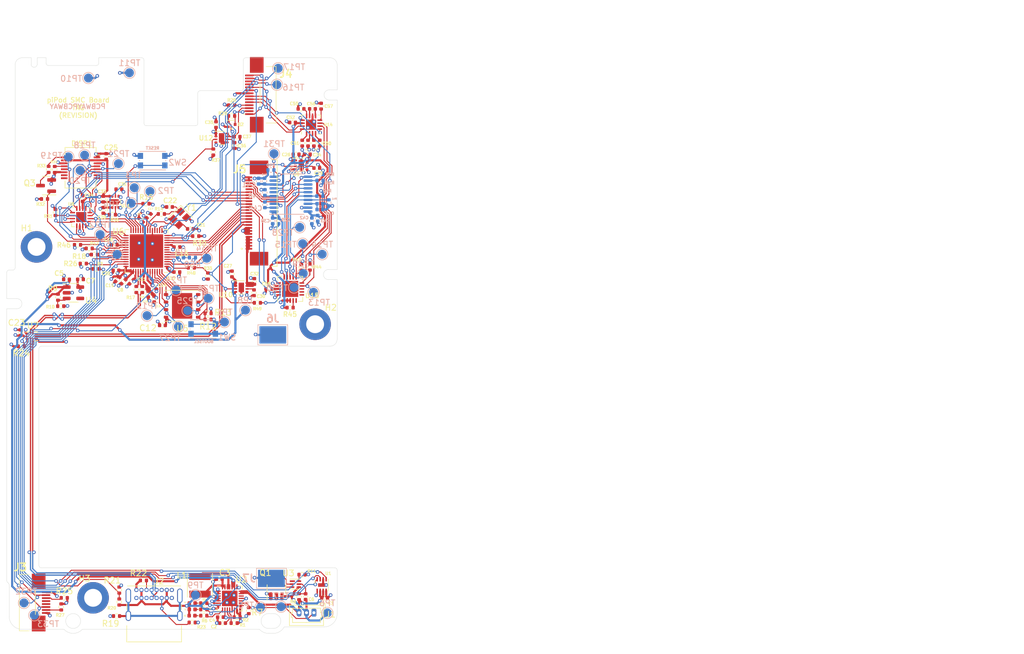
<source format=kicad_pcb>
(kicad_pcb (version 20211014) (generator pcbnew)
  (layers (0 "F.Cu" signal) (1 "In1.Cu" signal) (2 "In2.Cu" signal) (31 "B.Cu" signal) (34 "B.Paste" user) (35 "F.Paste" user) (36 "B.SilkS" user "B.Silkscreen") (37 "F.SilkS" user "F.Silkscreen") (38 "B.Mask" user) (39 "F.Mask" user) (44 "Edge.Cuts" user))
  (property "DATE" "YYYY-MM-DD HH:MM:SS")
  (property "REVISION" "REVISION")
  (property "TAG" "TAG")
  (net 0 "")
  (net 1 "GND")
  (net 2 "VCC")
  (net 3 "+3V3")
  (net 4 "+1V1")
  (net 5 "VBUS")
  (net 6 "DISP_3V3")
  (net 7 "PI_VCC")
  (net 8 "HP_RMT4_3V3")
  (net 9 "DAC_OUTR")
  (net 10 "NTC")
  (net 11 "-BATT")
  (net 12 "+BATT")
  (net 13 "DAC_OUTL")
  (net 14 "PI_I2S_BCK")
  (net 15 "PI_USB_MUXED_D-")
  (net 16 "PI_I2S_DIN")
  (net 17 "PI_USB_MUXED_D+")
  (net 18 "PI_I2S_LRCK")
  (net 19 "SMC_INT")
  (net 20 "PI_DISP_RST")
  (net 21 "SMC_RX_PI_TX")
  (net 22 "PI_DISP_DC")
  (net 23 "SMC_TX_PI_RX")
  (net 24 "PI_DISP_MOSI")
  (net 25 "SMC_PI_I2C_SCL")
  (net 26 "PI_DISP_SCK")
  (net 27 "SMC_PI_I2C_SDA")
  (net 28 "HP_SL_VIDEO")
  (net 29 "DISP_DC")
  (net 30 "DISP_SCK")
  (net 31 "DISP_MOSI")
  (net 32 "DISP_RST")
  (net 33 "SMC_CW_SCK")
  (net 34 "CW_EN1")
  (net 35 "SMC_CW_MOSI")
  (net 36 "CW_EN2")
  (net 37 "HP_SHIELD")
  (net 38 "HP_CLICKER")
  (net 39 "HP_LCK")
  (net 40 "HP_R1_R")
  (net 41 "HP_T_L")
  (net 42 "GNDA")
  (net 43 "SMC_RMT_TX")
  (net 44 "SMC_RMT_RX")
  (net 45 "USB_CC1")
  (net 46 "USB_D+")
  (net 47 "USB_D-")
  (net 48 "USB_CC2")
  (net 49 "/Power/CHRG_TIMER_SET")
  (net 50 "SMC_DISP_BL")
  (net 51 "~{CHRG}")
  (net 52 "~{FG_ALRT}")
  (net 53 "/SMC/~{SMC_USB_BOOT}")
  (net 54 "~{SMC_QSPI_SS}")
  (net 55 "MCU_RUN")
  (net 56 "SMC_USB_MUXED_D+")
  (net 57 "/SMC/SMC_USB_D+")
  (net 58 "SMC_USB_MUXED_D-")
  (net 59 "/SMC/SMC_USB_D-")
  (net 60 "/SMC/~{SMC_CW_CS}")
  (net 61 "USB_DET")
  (net 62 "USB_MUX_SEL")
  (net 63 "DISP_INPUT_SEL")
  (net 64 "PI_LOAD_SWITCH_EN")
  (net 65 "DISP_3V3_EN")
  (net 66 "RMT_3V3_EN")
  (net 67 "PI_DAC_FLT")
  (net 68 "PI_DAC_DEMP")
  (net 69 "PI_DAC_XSMT")
  (net 70 "PI_DAC_FMT")
  (net 71 "PI_AMP_G0")
  (net 72 "PI_AMP_G1")
  (net 73 "PI_AMP_EN")
  (net 74 "/SMC/SMC_SWCLK")
  (net 75 "/SMC/SMC_SWD")
  (net 76 "SMC_I2C_SCL")
  (net 77 "SMC_I2C_SDA")
  (net 78 "SMC_QSPI_SD1")
  (net 79 "SMC_QSPI_SD2")
  (net 80 "SMC_QSPI_SD0")
  (net 81 "SMC_QSPI_SCLK")
  (net 82 "SMC_QSPI_SD3")
  (net 83 "SMC_DISP_DC")
  (net 84 "SMC_DISP_RST")
  (net 85 "SMC_DISP_SCK")
  (net 86 "SMC_DISP_MOSI")
  (net 87 "AUDIO_3V3")
  (net 88 "REG_CE")
  (net 91 "~{CHRG_FLT}")
  (net 92 "~{CHRG_DOK}")
  (net 93 "/Power/CHRG_IN_CURR_SET")
  (net 94 "/Power/CHRG_CURR_SET")
  (net 102 "/Power/PROT_V-")
  (net 103 "/SMC/SMC_XIN")
  (net 112 "/SMC/PI_VCC_EN")
  (net 113 "/Power/PROT_BAT+")
  (net 114 "/Power/PROT_D")
  (net 115 "/Power/PROT_C")
  (net 116 "/Headphone/HP_CLICKER_SPEAKER")
  (net 119 "/SMC/SMC_XOUT_ATTN")
  (net 120 "/SMC/SMC_XOUT")
  (net 121 "/Load Switches/AUDIO_SW_CT")
  (net 122 "/Load Switches/PI_SW_CT")
  (net 123 "/Load Switches/DISP_SW_CT")
  (net 124 "/Load Switches/RMT_SW_CT")
  (net 125 "/Power/CHRG_LX")
  (net 126 "/Power/CHRG_BST")
  (net 127 "/Power/CHRG_CS")
  (net 128 "/Power/CHRG_VL")
  (net 129 "/Audio/DAC_CAPP")
  (net 130 "/Audio/DAC_CAPM")
  (net 131 "/Audio/DAC_VNEG")
  (net 132 "/Audio/DAC_LDOO")
  (net 133 "/Audio/AMP_INR-")
  (net 134 "/Audio/AMP_INL-")
  (net 135 "/Audio/AMP_INR+")
  (net 136 "/Audio/AMP_INL+")
  (net 137 "/Audio/AMP_HPVDD")
  (net 138 "/Audio/AMP_HPVSS")
  (net 139 "/USB/USB_SHIELD")
  (net 140 "/Audio/AMP_CAP+")
  (net 141 "/Audio/AMP_CAP-")
  (net 142 "/Power/CHRG_FLT_LEDK")
  (net 143 "/Power/CHRG_LEDK")
  (net 144 "/Power/CHRG_DOK_LEDK")
  (net 145 "/Display/DISP_LEDK")
  (net 146 "/Display/DISP_CS")
  (net 148 "/Display/DISP_BL_MOS_D")
  (net 150 "/Audio/DAC_SCK")
  (net 151 "/Pi/~{IO_EX_RST}")
  (net 154 "Net-(D4-Pad1)")
  (net 156 "/Pi/PI_VCC_LATCH")
  (net 157 "SMC_LED")
  (footprint "Capacitor_SMD:C_0402_1005Metric" (layer "F.Cu") (at 17.44 22.107 180)
    (fp_text reference "C31")
    (fp_text value "DNI")
  )
  (footprint "Resistor_SMD:R_0402_1005Metric" (layer "F.Cu") (at 20.364646 38.95991 90)
    (fp_text reference "R17")
    (fp_text value "27R")
  )
  (footprint "Resistor_SMD:R_0402_1005Metric" (layer "F.Cu") (at 16.347 26.386)
    (fp_text reference "R36")
    (fp_text value "10k")
  )
  (footprint "Resistor_SMD:R_0402_1005Metric" (layer "F.Cu") (at 4.937 23.742)
    (fp_text reference "R32")
    (fp_text value "10k")
  )
  (footprint "Gigahawk:9774040243R" (layer "F.Cu") (at 3.6 31.8)
    (fp_text reference "H1")
    (fp_text value "9774040243R")
  )
  (footprint "Resistor_SMD:R_0402_1005Metric" (layer "F.Cu") (at 13.325 33.089 180)
    (fp_text reference "R18")
    (fp_text value "10k")
  )
  (footprint "Package_SON:WSON-8-1EP_2x2mm_P0.5mm_EP0.9x1.6mm" (layer "F.Cu") (at 38.007 38.61)
    (fp_text reference "U10")
    (fp_text value "TPS22965TDSGRQ1")
  )
  (footprint "Gigahawk:L_Vishay_IFSC-1515AH_4x4x1.8mm" (layer "F.Cu") (at 31.05 88.7 -90)
    (fp_text reference "L1")
    (fp_text value "1u")
  )
  (footprint "Capacitor_SMD:C_0402_1005Metric" (layer "F.Cu") (at 34.3 87.65 180)
    (fp_text reference "C3")
    (fp_text value "100n")
  )
  (footprint "Package_SON:WSON-6_1.5x1.5mm_P0.5mm" (layer "F.Cu") (at 47.1 88.5)
    (fp_text reference "U3")
    (fp_text value "BQ29728DSER")
  )
  (footprint "Capacitor_SMD:C_0402_1005Metric" (layer "F.Cu") (at 48.8 90.6 -90)
    (fp_text reference "C6")
    (fp_text value "100n")
  )
  (footprint "Resistor_SMD:R_0402_1005Metric" (layer "F.Cu") (at 10.483 31.449)
    (fp_text reference "R46")
    (fp_text value "10k")
  )
  (footprint "Resistor_SMD:R_0402_1005Metric" (layer "F.Cu") (at 48.2 86.9 180)
    (fp_text reference "R11")
    (fp_text value "2.2k")
  )
  (footprint "Capacitor_SMD:C_0402_1005Metric" (layer "F.Cu") (at 27.17 36.03 180)
    (fp_text reference "C15")
    (fp_text value "100n")
  )
  (footprint "Capacitor_SMD:C_0402_1005Metric" (layer "F.Cu") (at 22.361 39.729 90)
    (fp_text reference "C10")
    (fp_text value "100n")
  )
  (footprint "Capacitor_SMD:C_0402_1005Metric" (layer "F.Cu") (at 27.181 31.826 180)
    (fp_text reference "C16")
    (fp_text value "100n")
  )
  (footprint "Gigahawk:QFN-16-1EP_3x3mm_P0.5mm_EP1.7x1.7mm" (layer "F.Cu") (at 49.718 11.248 90)
    (fp_text reference "U14")
    (fp_text value "PAM8908JER")
  )
  (footprint "Capacitor_SMD:C_0402_1005Metric" (layer "F.Cu") (at 29.449 28.773 180)
    (fp_text reference "C21")
    (fp_text value "30p")
  )
  (footprint "Capacitor_SMD:C_0402_1005Metric" (layer "F.Cu") (at 24.749 44.99)
    (fp_text reference "C12")
    (fp_text value "100n")
  )
  (footprint "Resistor_SMD:R_0402_1005Metric" (layer "F.Cu") (at 49.525 35.189 -90)
    (fp_text reference "R44")
    (fp_text value "10k")
  )
  (footprint "Capacitor_SMD:C_0402_1005Metric" (layer "F.Cu") (at 51.408 8.135 90)
    (fp_text reference "C57")
    (fp_text value "1u")
  )
  (footprint "Resistor_SMD:R_0402_1005Metric" (layer "F.Cu") (at 21.558 87.876 180)
    (fp_text reference "R22")
    (fp_text value "5.1k")
  )
  (footprint "Resistor_SMD:R_0402_1005Metric" (layer "F.Cu") (at 32.4 36.7 90)
    (fp_text reference "R35")
    (fp_text value "10k")
  )
  (footprint "Capacitor_SMD:C_0402_1005Metric" (layer "F.Cu") (at 14.817 23.76 90)
    (fp_text reference "C33")
    (fp_text value "10u")
  )
  (footprint "Resistor_SMD:R_0402_1005Metric" (layer "F.Cu") (at 7.201 40.254 90)
    (fp_text reference "R9")
    (fp_text value "10k")
  )
  (footprint "Gigahawk:9774040243R" (layer "F.Cu") (at 50.4 44.8)
    (fp_text reference "H2")
    (fp_text value "9774040243R")
  )
  (footprint "Resistor_SMD:R_0402_1005Metric" (layer "F.Cu") (at 29.6 35.3 180)
    (fp_text reference "R48")
    (fp_text value "1k")
  )
  (footprint "Capacitor_SMD:C_0402_1005Metric" (layer "F.Cu") (at 37.289 13.27 180)
    (fp_text reference "C37")
    (fp_text value "10u")
  )
  (footprint "Resistor_SMD:R_0402_1005Metric" (layer "F.Cu") (at 17.039 93.866)
    (fp_text reference "R19")
    (fp_text value "DNP")
  )
  (footprint "Resistor_SMD:R_0402_1005Metric" (layer "F.Cu") (at 36.8 95.05 180)
    (fp_text reference "R1")
    (fp_text value "5.9k 2%")
  )
  (footprint "Resistor_SMD:R_0402_1005Metric" (layer "F.Cu") (at 29.75 94.95)
    (fp_text reference "R23")
    (fp_text value "5.1k")
  )
  (footprint "Capacitor_SMD:C_0402_1005Metric" (layer "F.Cu") (at 19.557 37.663 45)
    (fp_text reference "C11")
    (fp_text value "100n")
  )
  (footprint "LED_SMD:LED_0402_1005Metric" (layer "F.Cu") (at 29.725 93.8 180)
    (fp_text reference "D3")
    (fp_text value "GRN")
  )
  (footprint "Capacitor_SMD:C_0402_1005Metric" (layer "F.Cu") (at 17.21 37.246 45)
    (fp_text reference "C19")
    (fp_text value "100n")
  )
  (footprint "Resistor_SMD:R_0402_1005Metric" (layer "F.Cu") (at 1.038 48.513 180)
    (fp_text reference "R24")
    (fp_text value "10k")
  )
  (footprint "Gigahawk:USB_C_Receptacle_GCT_USB4085" (layer "F.Cu") (at 20.375 89.475)
    (fp_text reference "J2")
    (fp_text value "USB_C_Receptacle_USB2.0")
  )
  (footprint "Resistor_SMD:R_0402_1005Metric" (layer "F.Cu") (at 40.7 41.2 180)
    (fp_text reference "R49")
    (fp_text value "1k")
  )
  (footprint "Resistor_SMD:R_0402_1005Metric" (layer "F.Cu") (at 39.25 92.95 90)
    (fp_text reference "R7")
    (fp_text value "10k")
  )
  (footprint "Gigahawk:SFV8R2STE1HLF" (layer "F.Cu") (at 3.429 91.598 -90)
    (fp_text reference "J3")
    (fp_text value "SFV8R-2STE1HLF" hide)
  )
  (footprint "Gigahawk:Molex_PicoBlade_53047-0310_1x03_P1.25mm_Vertical" (layer "F.Cu") (at 50.2 93.3 180)
    (fp_text reference "J1")
    (fp_text value "Conn_01x03_Male")
  )
  (footprint "Capacitor_SMD:C_0402_1005Metric" (layer "F.Cu") (at 36.43 36.35 -90)
    (fp_text reference "C27")
    (fp_text value "10u")
  )
  (footprint "Capacitor_SMD:C_0402_1005Metric" (layer "F.Cu") (at 18.209 37.631 45)
    (fp_text reference "C8")
    (fp_text value "100n")
  )
  (footprint "Resistor_SMD:R_0402_1005Metric" (layer "F.Cu") (at 6.778 26.004 -90)
    (fp_text reference "R31")
    (fp_text value "10k")
  )
  (footprint "Capacitor_SMD:C_0402_1005Metric" (layer "F.Cu") (at 14.815 25.661 90)
    (fp_text reference "C28")
    (fp_text value "10u")
  )
  (footprint "Resistor_SMD:R_0402_1005Metric" (layer "F.Cu") (at 24.57 26.266)
    (fp_text reference "R14")
    (fp_text value "1k")
  )
  (footprint "Capacitor_SMD:C_0402_1005Metric" (layer "F.Cu") (at 23.394411 38.588411 135)
    (fp_text reference "C14")
    (fp_text value "1u")
  )
  (footprint "Gigahawk:Crystal_SMD_2520-4Pin_2.5x2.0mm" (layer "F.Cu") (at 27.660744 26.986307 -135)
    (fp_text reference "Y1")
    (fp_text value "12MHz 20pF")
  )
  (footprint "Resistor_SMD:R_0402_1005Metric" (layer "F.Cu") (at 31.7 93.8)
    (fp_text reference "R6")
    (fp_text value "1k")
  )
  (footprint "Capacitor_SMD:C_0402_1005Metric" (layer "F.Cu") (at 50.683 18.541 180)
    (fp_text reference "C29")
    (fp_text value "DNI")
  )
  (footprint "Package_SON:WSON-8-1EP_2x2mm_P0.5mm_EP0.9x1.6mm" (layer "F.Cu") (at 48.083 17.998)
    (fp_text reference "U9")
    (fp_text value "TPS22965TDSGRQ1")
  )
  (footprint "Capacitor_SMD:C_0402_1005Metric" (layer "F.Cu") (at 47.208 16.235 180)
    (fp_text reference "C26")
    (fp_text value "10u")
  )
  (footprint "Capacitor_SMD:C_0402_1005Metric" (layer "F.Cu") (at 0.889 46.228 90)
    (fp_text reference "C23")
    (fp_text value "100n")
  )
  (footprint "Capacitor_SMD:C_0402_1005Metric" (layer "F.Cu") (at 21.127 27.301 -45)
    (fp_text reference "C9")
    (fp_text value "100n")
  )
  (footprint "Gigahawk:QFN-20-1EP_4x4mm_P0.5mm_EP2.7x2.7mm" (layer "F.Cu") (at 46.211 38.863 90)
    (fp_text reference "U15")
    (fp_text value "MCP23008-E/ML")
  )
  (footprint "Package_DFN_QFN:UQFN-10_1.4x1.8mm_P0.4mm" (layer "F.Cu") (at 2.782 46.847 90)
    (fp_text reference "U7")
    (fp_text value "NLAS7242MUTBG")
  )
  (footprint "Resistor_SMD:R_0402_1005Metric" (layer "F.Cu") (at 30.345 29.988 180)
    (fp_text reference "R30")
    (fp_text value "10k")
  )
  (footprint "Resistor_SMD:R_0402_1005Metric" (layer "F.Cu") (at 31.7 91.7)
    (fp_text reference "R5")
    (fp_text value "1k")
  )
  (footprint "Package_TO_SOT_SMD:SOT-23-5" (layer "F.Cu") (at 9.801 39.514)
    (fp_text reference "U4")
    (fp_text value "XC6210B332MR")
  )
  (footprint "Resistor_SMD:R_0402_1005Metric" (layer "F.Cu") (at 36.37 9.78)
    (fp_text reference "R29")
    (fp_text value "DNI")
  )
  (footprint "Gigahawk:9774040243R" (layer "F.Cu") (at 13.1 90.8)
    (fp_text reference "H3")
    (fp_text value "9774040243R")
  )
  (footprint "Resistor_SMD:R_0402_1005Metric" (layer "F.Cu") (at 7.661 41.764 180)
    (fp_text reference "R10")
    (fp_text value "DNI")
  )
  (footprint "Package_TO_SOT_SMD:SOT-23" (layer "F.Cu") (at 5.202 21.492 180)
    (fp_text reference "Q3")
    (fp_text value "BSS138")
  )
  (footprint "Capacitor_SMD:C_0402_1005Metric" (layer "F.Cu") (at 15.3 16.6 90)
    (fp_text reference "C25")
    (fp_text value "10u")
  )
  (footprint "Gigahawk:217348395" (layer "F.Cu") (at 41.825 26.107 90)
    (fp_text reference "J5")
    (fp_text value "2-1734839-5" hide)
  )
  (footprint "Package_DFN_QFN:QFN-56-1EP_7x7mm_P0.4mm_EP5.6x5.6mm" (layer "F.Cu") (at 22.069 32.489 180)
    (fp_text reference "U6")
    (fp_text value "RP2040")
  )
  (footprint "Capacitor_SMD:C_0402_1005Metric" (layer "F.Cu") (at 22.459 26.592 -135)
    (fp_text reference "C17")
    (fp_text value "100n")
  )
  (footprint "Capacitor_SMD:C_0402_1005Metric" (layer "F.Cu") (at 49.086 16.23)
    (fp_text reference "C34")
    (fp_text value "10u")
  )
  (footprint "Capacitor_SMD:C_0402_1005Metric" (layer "F.Cu") (at 48.233 14.351 90)
    (fp_text reference "C51")
    (fp_text value "1u")
  )
  (footprint "Capacitor_SMD:C_0402_1005Metric" (layer "F.Cu") (at 51.173 14.351 90)
    (fp_text reference "C50")
    (fp_text value "1u")
  )
  (footprint "Resistor_SMD:R_0402_1005Metric" (layer "F.Cu") (at 47.7 90.6 90)
    (fp_text reference "R8")
    (fp_text value "330R")
  )
  (footprint "Resistor_SMD:R_0402_1005Metric" (layer "F.Cu") (at 21.36127 38.960286 90)
    (fp_text reference "R16")
    (fp_text value "27R")
  )
  (footprint "LED_SMD:LED_0402_1005Metric" (layer "F.Cu") (at 29.74731 92.75 180)
    (fp_text reference "D1")
    (fp_text value "RED")
  )
  (footprint "Gigahawk:SOT-723" (layer "F.Cu") (at 36.385 11.218)
    (fp_text reference "Q2")
    (fp_text value "NTK3139PT1G")
  )
  (footprint "Gigahawk:QFN-28-1EP_4x4mm_P0.4mm_EP2.6x2.6mm" (layer "F.Cu") (at 36.05 90.9)
    (fp_text reference "U2")
    (fp_text value "MAX8903AETI+T")
  )
  (footprint "Resistor_SMD:R_0402_1005Metric" (layer "F.Cu") (at 36.375 7.982 180)
    (fp_text reference "R28")
    (fp_text value "10k")
  )
  (footprint "Capacitor_SMD:C_0402_1005Metric" (layer "F.Cu") (at 16.945 35.75)
    (fp_text reference "C20")
    (fp_text value "1u")
  )
  (footprint "Capacitor_SMD:C_0402_1005Metric" (layer "F.Cu") (at 8.631 37.264)
    (fp_text reference "C5")
    (fp_text value "10u")
  )
  (footprint "Resistor_SMD:R_0402_1005Metric" (layer "F.Cu") (at 5.628 18.766 90)
    (fp_text reference "R33")
    (fp_text value "10R")
  )
  (footprint "Capacitor_SMD:C_0402_1005Metric" (layer "F.Cu") (at 16.671 31.473)
    (fp_text reference "C18")
    (fp_text value "100n")
  )
  (footprint "Package_SON:WSON-8-1EP_2x2mm_P0.5mm_EP0.9x1.6mm" (layer "F.Cu") (at 16.603 24.231 90)
    (fp_text reference "U11")
    (fp_text value "TPS22965TDSGRQ1")
  )
  (footprint "Resistor_SMD:R_0402_1005Metric" (layer "F.Cu") (at 32.416 43.999 180)
    (fp_text reference "R12")
    (fp_text value "1k")
  )
  (footprint "Gigahawk:WSON-8-1EP_6x5mm_P1.27mm_EP3.4x4.3mm" (layer "F.Cu") (at 28.052 41.711 180)
    (fp_text reference "U5")
    (fp_text value "W25Q128JVS")
  )
  (footprint "Capacitor_SMD:C_0402_1005Metric" (layer "F.Cu") (at 40.19 37.605 -90)
    (fp_text reference "C32")
    (fp_text value "10u")
  )
  (footprint "Resistor_SMD:R_0402_1005Metric" (layer "F.Cu") (at 17.5 91.5 90)
    (fp_text reference "R20")
    (fp_text value "10k")
  )
  (footprint "Gigahawk:DFN-8-1EP_2x2mm_P0.5mm_EP0.6x1.2mm" (layer "F.Cu") (at 51.5 88.65 90)
    (fp_text reference "U1")
    (fp_text value "MAX17048G+T10")
  )
  (footprint "Resistor_SMD:R_0402_1005Metric" (layer "F.Cu") (at 11.453 34.604 180)
    (fp_text reference "R26")
    (fp_text value "100k")
  )
  (footprint "Resistor_SMD:R_0402_1005Metric" (layer "F.Cu") (at 33.295 15.849 90)
    (fp_text reference "R37")
    (fp_text value "10k")
  )
  (footprint "Resistor_SMD:R_0402_1005Metric" (layer "F.Cu") (at 46.198 42.006)
    (fp_text reference "R45")
    (fp_text value "10k")
  )
  (footprint "Resistor_SMD:R_0402_1005Metric" (layer "F.Cu") (at 17.5 89.5 90)
    (fp_text reference "R21")
    (fp_text value "15k")
  )
  (footprint "LED_SMD:LED_0402_1005Metric" (layer "F.Cu") (at 29.755 91.7 180)
    (fp_text reference "D2")
    (fp_text value "BLU")
  )
  (footprint "Gigahawk:QFN-16-1EP_3x3mm_P0.5mm_EP1.7x1.7mm" (layer "F.Cu") (at 11.108 26.788)
    (fp_text reference "U8")
    (fp_text value "RS2299XTQC16")
  )
  (footprint "Resistor_SMD:R_0402_1005Metric" (layer "F.Cu") (at 37.3 94.05 180)
    (fp_text reference "R2")
    (fp_text value "1.6k")
  )
  (footprint "Connector_Molex:Molex_SlimStack_54722-0164_2x08_P0.50mm_Vertical" (layer "F.Cu") (at 11 18.5 -90)
    (fp_text reference "DISP1")
    (fp_text value "STP240320_0200B")
  )
  (footprint "Capacitor_SMD:C_0402_1005Metric" (layer "F.Cu") (at 52 90.8 180)
    (fp_text reference "C1")
    (fp_text value "100n")
  )
  (footprint "Resistor_SMD:R_0402_1005Metric" (layer "F.Cu") (at 48.081 35.237 -90)
    (fp_text reference "R43")
    (fp_text value "10k")
  )
  (footprint "Package_TO_SOT_SMD:SOT-23-6" (layer "F.Cu") (at 43.9 89.4 90)
    (fp_text reference "Q1")
    (fp_text value "DMG9926UDM")
  )
  (footprint "Capacitor_SMD:C_0402_1005Metric" (layer "F.Cu") (at 42.615 38.867)
    (fp_text reference "C58")
    (fp_text value "100n")
  )
  (footprint "Capacitor_SMD:C_0402_1005Metric" (layer "F.Cu") (at 49.953 8.591)
    (fp_text reference "C56")
    (fp_text value "1u")
  )
  (footprint "Capacitor_SMD:C_0402_1005Metric" (layer "F.Cu") (at 25.936 25.083 180)
    (fp_text reference "C22")
    (fp_text value "30p")
  )
  (footprint "Resistor_SMD:R_0402_1005Metric" (layer "F.Cu") (at 7.747 92.331 90)
    (fp_text reference "R27")
    (fp_text value "10k")
  )
  (footprint "Resistor_SMD:R_0402_1005Metric" (layer "F.Cu") (at 12.447 32.056)
    (fp_text reference "R47")
    (fp_text value "10k")
  )
  (footprint "Capacitor_SMD:C_0402_1005Metric" (layer "F.Cu") (at 36.871 14.753 90)
    (fp_text reference "C36")
    (fp_text value "DNI")
  )
  (footprint "Package_SON:WSON-8-1EP_2x2mm_P0.5mm_EP0.9x1.6mm" (layer "F.Cu") (at 34.684 13.474)
    (fp_text reference "U12")
    (fp_text value "TPS22965TDSGRQ1")
  )
  (footprint "Capacitor_SMD:C_0402_1005Metric" (layer "F.Cu") (at 11.349 23.674 -90)
    (fp_text reference "C24")
    (fp_text value "100n")
  )
  (footprint "Capacitor_SMD:C_0402_1005Metric" (layer "F.Cu") (at 34.5 94.05)
    (fp_text reference "C4")
    (fp_text value "1u")
  )
  (footprint "Capacitor_SMD:C_0402_1005Metric" (layer "F.Cu") (at 23.363 40.576 90)
    (fp_text reference "C13")
    (fp_text value "100n")
  )
  (footprint "Capacitor_SMD:C_0402_1005Metric" (layer "F.Cu") (at 49.213 14.351 90)
    (fp_text reference "C54")
    (fp_text value "1u")
  )
  (footprint "Capacitor_SMD:C_0402_1005Metric" (layer "F.Cu") (at 34.85 95.05)
    (fp_text reference "C2")
    (fp_text value "150n")
  )
  (footprint "Capacitor_SMD:C_0402_1005Metric" (layer "F.Cu") (at 50.193 14.351 90)
    (fp_text reference "C53")
    (fp_text value "1u")
  )
  (footprint "Resistor_SMD:R_0402_1005Metric" (layer "F.Cu") (at 31.69731 92.75)
    (fp_text reference "R4")
    (fp_text value "1k")
  )
  (footprint "Capacitor_SMD:C_0402_1005Metric" (layer "F.Cu") (at 48.033 8.591)
    (fp_text reference "C55")
    (fp_text value "1u")
  )
  (footprint "Resistor_SMD:R_0402_1005Metric" (layer "F.Cu") (at 21.992 24.534 180)
    (fp_text reference "R15")
    (fp_text value "10k")
  )
  (footprint "Capacitor_SMD:C_0402_1005Metric" (layer "F.Cu") (at 33.751 11.232 -90)
    (fp_text reference "C35")
    (fp_text value "10u")
  )
  (footprint "Gigahawk:SFV14R2STE1HLF" (layer "F.Cu") (at 41.117 6.223 90)
    (fp_text reference "J4")
    (fp_text value "SFV14R-2STE1HLF" hide)
  )
  (footprint "Resistor_SMD:R_0402_1005Metric" (layer "F.Cu") (at 32.416 42.968)
    (fp_text reference "R13")
    (fp_text value "10k")
  )
  (footprint "Resistor_SMD:R_0402_1005Metric" (layer "F.Cu") (at 13.624 35.49)
    (fp_text reference "R3")
    (fp_text value "10k")
  )
  (footprint "Capacitor_SMD:C_0402_1005Metric" (layer "F.Cu") (at 10.981 37.264)
    (fp_text reference "C7")
    (fp_text value "10u")
  )
  (footprint "Resistor_SMD:R_0402_1005Metric" (layer "F.Cu") (at 6.656 18.782 -90)
    (fp_text reference "R34")
    (fp_text value "10k")
  )
  (footprint "Capacitor_SMD:C_0402_1005Metric" (layer "F.Cu") (at 46.613 10.881)
    (fp_text reference "C52")
    (fp_text value "2.2u")
  )
  (footprint "Capacitor_SMD:C_0402_1005Metric" (layer "F.Cu") (at 40.133 39.508 90)
    (fp_text reference "C30")
    (fp_text value "DNI")
  )
  (footprint "Resistor_SMD:R_0402_1005Metric" (layer "F.Cu") (at 8.257 90.805)
    (fp_text reference "R25")
    (fp_text value "10k")
  )
  (footprint "TestPoint:TestPoint_Pad_D1.5mm" (layer "B.Cu") (at 32.2 33.7 180)
    (fp_text reference "TP34")
    (fp_text value "TestPoint")
  )
  (footprint "TestPoint:TestPoint_Pad_D1.5mm" (layer "B.Cu") (at 17.138 33.062 180)
    (fp_text reference "TP23")
    (fp_text value "TestPoint")
  )
  (footprint "TestPoint:TestPoint_Pad_D1.5mm" (layer "B.Cu") (at 50.129 39.424 180)
    (fp_text reference "TP13")
    (fp_text value "TestPoint")
  )
  (footprint "TestPoint:TestPoint_Pad_D1.5mm" (layer "B.Cu") (at 51.589 33.034 180)
    (fp_text reference "TP14")
    (fp_text value "TestPoint")
  )
  (footprint "TestPoint:TestPoint_Pad_D1.5mm" (layer "B.Cu") (at 22.161 43.352 180)
    (fp_text reference "TP12")
    (fp_text value "TestPoint")
  )
  (footprint "TestPoint:TestPoint_Pad_D1.5mm" (layer "B.Cu") (at 8.935 16.661 180)
    (fp_text reference "TP19")
    (fp_text value "TestPoint")
  )
  (footprint "Gigahawk:SW_Push_1P1T_NO_CK_KMR2" (layer "B.Cu") (at 31.6 45.6)
    (fp_text reference "SW1")
    (fp_text value "SW_Push")
  )
  (footprint "TestPoint:TestPoint_Pad_D1.5mm" (layer "B.Cu") (at 44.683 92.291 180)
    (fp_text reference "TP7")
    (fp_text value "TestPoint")
  )
  (footprint "TestPoint:TestPoint_Pad_D1.5mm" (layer "B.Cu") (at 32.446 40.436 180)
    (fp_text reference "TP26")
    (fp_text value "TestPoint")
  )
  (footprint "TestPoint:TestPoint_Pad_D1.5mm" (layer "B.Cu") (at 30.303 90.33 180)
    (fp_text reference "TP9")
    (fp_text value "TestPoint")
  )
  (footprint "Gigahawk:S705142R" (layer "B.Cu") (at 43.059 87.531 180)
    (fp_text reference "J7")
    (fp_text value "S7051-42R" hide)
  )
  (footprint "TestPoint:TestPoint_Pad_D1.5mm" (layer "B.Cu") (at 47.806 28.504 180)
    (fp_text reference "TP28")
    (fp_text value "TestPoint")
  )
  (footprint "LED_SMD:LED_0402_1005Metric" (layer "B.Cu") (at 27.8 33.6 180)
    (fp_text reference "D4")
    (fp_text value "GRN")
  )
  (footprint "TestPoint:TestPoint_Pad_D1.5mm" (layer "B.Cu") (at 19.504 24.47 180)
    (fp_text reference "TP4")
    (fp_text value "TestPoint")
  )
  (footprint "Capacitor_SMD:C_0402_1005Metric" (layer "B.Cu") (at 43.276 27.419 -90)
    (fp_text reference "C38")
    (fp_text value "10u")
  )
  (footprint "TestPoint:TestPoint_Pad_D1.5mm" (layer "B.Cu") (at 22.656 22.48 180)
    (fp_text reference "TP2")
    (fp_text value "TestPoint")
  )
  (footprint "TestPoint:TestPoint_Pad_D1.5mm" (layer "B.Cu") (at 17.358 17.802 180)
    (fp_text reference "TP21")
    (fp_text value "TestPoint")
  )
  (footprint "Resistor_SMD:R_0402_1005Metric" (layer "B.Cu") (at 51.224 20.643 180)
    (fp_text reference "R38")
    (fp_text value "10k")
  )
  (footprint "TestPoint:TestPoint_Pad_D1.5mm" (layer "B.Cu") (at 44.2 1.767 180)
    (fp_text reference "TP17")
    (fp_text value "TestPoint")
  )
  (footprint "TestPoint:TestPoint_Pad_D1.5mm" (layer "B.Cu") (at 41.223 92.425 180)
    (fp_text reference "TP5")
    (fp_text value "TestPoint")
  )
  (footprint "TestPoint:TestPoint_Pad_D1.5mm" (layer "B.Cu") (at 46.853 38.624 180)
    (fp_text reference "TP30")
    (fp_text value "TestPoint")
  )
  (footprint "Capacitor_SMD:C_0402_1005Metric" (layer "B.Cu") (at 41.959 22.662 90)
    (fp_text reference "C46")
    (fp_text value "2.2u")
  )
  (footprint "TestPoint:TestPoint_Pad_D1.5mm" (layer "B.Cu") (at 27.429 45.207 180)
    (fp_text reference "TP27")
    (fp_text value "TestPoint")
  )
  (footprint "TestPoint:TestPoint_Pad_D1.5mm" (layer "B.Cu") (at 35.174 44.434 180)
    (fp_text reference "TP1")
    (fp_text value "TestPoint")
  )
  (footprint "TestPoint:TestPoint_Pad_D1.5mm" (layer "B.Cu") (at 28.978 42.522 180)
    (fp_text reference "TP25")
    (fp_text value "TestPoint")
  )
  (footprint "Gigahawk:SW_Push_1P1T_NO_CK_KMR2" (layer "B.Cu") (at 23.1 17.3 180)
    (fp_text reference "SW2")
    (fp_text value "SW_Push")
  )
  (footprint "Resistor_SMD:R_0402_1005Metric" (layer "B.Cu") (at 51.23 19.619 180)
    (fp_text reference "R39")
    (fp_text value "10k")
  )
  (footprint "Resistor_SMD:R_0402_1005Metric" (layer "B.Cu") (at 51.205 23.255 180)
    (fp_text reference "R42")
    (fp_text value "10k")
  )
  (footprint "Capacitor_SMD:C_0402_1005Metric" (layer "B.Cu") (at 44.252 27.418 -90)
    (fp_text reference "C39")
    (fp_text value "100n")
  )
  (footprint "TestPoint:TestPoint_Pad_D1.5mm" (layer "B.Cu") (at 12.313 3.409 180)
    (fp_text reference "TP10")
    (fp_text value "TestPoint")
  )
  (footprint "TestPoint:TestPoint_Pad_D1.5mm" (layer "B.Cu") (at 20.023 21.85 180)
    (fp_text reference "TP3")
    (fp_text value "TestPoint")
  )
  (footprint "Capacitor_SMD:C_0402_1005Metric" (layer "B.Cu") (at 41.903 20.739 90)
    (fp_text reference "C40")
    (fp_text value "10u")
  )
  (footprint "TestPoint:TestPoint_Pad_D1.5mm" (layer "B.Cu") (at 52.448 93.335 180)
    (fp_text reference "TP6")
    (fp_text value "TestPoint")
  )
  (footprint "TestPoint:TestPoint_Pad_D1.5mm" (layer "B.Cu") (at 1.49 91.657 180)
    (fp_text reference "TP32")
    (fp_text value "TestPoint")
  )
  (footprint "TestPoint:TestPoint_Pad_D1.5mm" (layer "B.Cu") (at 3.224 93.735 180)
    (fp_text reference "TP33")
    (fp_text value "TestPoint")
  )
  (footprint "Resistor_SMD:R_0402_1005Metric" (layer "B.Cu") (at 42.966 18.871)
    (fp_text reference "R40")
    (fp_text value "10k")
  )
  (footprint "Resistor_SMD:R_0402_1005Metric" (layer "B.Cu") (at 29.79 33.6)
    (fp_text reference "R50")
    (fp_text value "470R")
  )
  (footprint "TestPoint:TestPoint_Pad_D1.5mm" (layer "B.Cu") (at 48.409 36.265 180)
    (fp_text reference "TP29")
    (fp_text value "TestPoint")
  )
  (footprint "TestPoint:TestPoint_Pad_D1.5mm" (layer "B.Cu") (at 27.042 39.046 180)
    (fp_text reference "TP24")
    (fp_text value "TestPoint")
  )
  (footprint "TestPoint:TestPoint_Pad_D1.5mm" (layer "B.Cu") (at 43.985 4.533 180)
    (fp_text reference "TP16")
    (fp_text value "TestPoint")
  )
  (footprint "Capacitor_SMD:C_0402_1005Metric" (layer "B.Cu") (at 40.908 20.747 90)
    (fp_text reference "C41")
    (fp_text value "100n")
  )
  (footprint "TestPoint:TestPoint_Pad_D1.5mm" (layer "B.Cu") (at 10.924 18.941 180)
    (fp_text reference "TP20")
    (fp_text value "TestPoint")
  )
  (footprint "Package_SO:TSSOP-20_4.4x6.5mm_P0.65mm" (layer "B.Cu") (at 46.344 22.928)
    (fp_text reference "U13")
    (fp_text value "PCM5102APWR")
  )
  (footprint "Capacitor_SMD:C_0402_1005Metric" (layer "B.Cu") (at 41.959 24.721 90)
    (fp_text reference "C45")
    (fp_text value "2.2u")
  )
  (footprint "Gigahawk:S705142R" (layer "B.Cu") (at 43.294 46.592 180)
    (fp_text reference "J6")
    (fp_text value "S7051-42R" hide)
  )
  (footprint "Capacitor_SMD:C_0402_1005Metric" (layer "B.Cu") (at 49.853 27.419 -90)
    (fp_text reference "C42")
    (fp_text value "10u")
  )
  (footprint "Resistor_SMD:R_0402_1005Metric" (layer "B.Cu") (at 52.686 24.393 90)
    (fp_text reference "R41")
    (fp_text value "10k")
  )
  (footprint "TestPoint:TestPoint_Pad_D1.5mm" (layer "B.Cu") (at 14.296 29.726 180)
    (fp_text reference "TP22")
    (fp_text value "TestPoint")
  )
  (footprint "TestPoint:TestPoint_Pad_D1.5mm" (layer "B.Cu") (at 19.207 2.526 180)
    (fp_text reference "TP11")
    (fp_text value "TestPoint")
  )
  (footprint "Capacitor_SMD:C_0402_1005Metric" (layer "B.Cu") (at 50.836 26.99 -90)
    (fp_text reference "C43")
    (fp_text value "100n")
  )
  (footprint "TestPoint:TestPoint_Pad_D1.5mm" (layer "B.Cu") (at 48.309 31.264 180)
    (fp_text reference "TP15")
    (fp_text value "TestPoint")
  )
  (footprint "TestPoint:TestPoint_Pad_D1.5mm" (layer "B.Cu") (at 43.491 16.129 180)
    (fp_text reference "TP31")
    (fp_text value "TestPoint")
  )
  (footprint "Capacitor_SMD:C_0402_1005Metric" (layer "B.Cu") (at 51.207 24.533)
    (fp_text reference "C48")
    (fp_text value "10u")
  )
  (footprint "Capacitor_SMD:C_0402_1005Metric" (layer "B.Cu") (at 51.206 25.512)
    (fp_text reference "C49")
    (fp_text value "100n")
  )
  (footprint "TestPoint:TestPoint_Pad_D1.5mm" (layer "B.Cu") (at 11.674 16.365 180)
    (fp_text reference "TP18")
    (fp_text value "TestPoint")
  )
  (footprint "TestPoint:TestPoint_Pad_D1.5mm" (layer "B.Cu") (at 38.7 42.431 180)
    (fp_text reference "TP8")
    (fp_text value "TestPoint")
  )
  (gr_arc (start -1.117157 88.348157) (mid -1.030448 88.477926) (end -1 88.631) (layer "Edge.Cuts") (width 0.05))
  (gr_line (start 5.6 1.3) (end 13.65 1.3) (layer "Edge.Cuts") (width 0.05))
  (gr_line (start -1.4 42.2) (end 0.3 42.2) (layer "Edge.Cuts") (width 0.05))
  (gr_line (start 2.7 1.1) (end 2.7 0) (layer "Edge.Cuts") (width 0.05))
  (gr_line (start 3.7 1.1) (end 3.7 0) (layer "Edge.Cuts") (width 0.05))
  (gr_line (start 5.2 0) (end 5.2 0.9) (layer "Edge.Cuts") (width 0.05))
  (gr_line (start -1 88.631) (end -1 93.9) (layer "Edge.Cuts") (width 0.05))
  (gr_arc (start 21.25 0) (mid 21.532843 0.117157) (end 21.65 0.4) (layer "Edge.Cuts") (width 0.05))
  (gr_arc (start 52.75 7.1) (mid 51.9 6.25) (end 52.75 5.4) (layer "Edge.Cuts") (width 0.05))
  (gr_line (start 1.2 96.1) (end 8.218 96.1) (layer "Edge.Cuts") (width 0.05))
  (gr_line (start 39 96.1) (end 41.05 96.1) (layer "Edge.Cuts") (width 0.05))
  (gr_line (start -1.4 40.5) (end 0.3 40.5) (layer "Edge.Cuts") (width 0.05))
  (gr_line (start -1 35.7) (end -0.4 35.7) (layer "Edge.Cuts") (width 0.05))
  (gr_arc (start 54.1 47.3) (mid 53.748528 48.148528) (end 52.9 48.5) (layer "Edge.Cuts") (width 0.05))
  (gr_arc (start 5.6 1.3) (mid 5.317157 1.182843) (end 5.2 0.9) (layer "Edge.Cuts") (width 0.05))
  (gr_arc (start -1.282843 88.182843) (mid -1.369552 88.053074) (end -1.4 87.9) (layer "Edge.Cuts") (width 0.05))
  (gr_arc (start -1.4 36.1) (mid -1.282843 35.817157) (end -1 35.7) (layer "Edge.Cuts") (width 0.05))
  (gr_line (start 11.282 96.1) (end 39 96.1) (layer "Edge.Cuts") (width 0.05))
  (gr_line (start 42.582 95.95) (end 43.382 95.95) (layer "Edge.Cuts") (width 0.05))
  (gr_arc (start 52.65 37.3) (mid 51.8 36.45) (end 52.65 35.6) (layer "Edge.Cuts") (width 0.05))
  (gr_line (start 22.05 11.42) (end 30.3 11.42) (layer "Edge.Cuts") (width 0.05))
  (gr_arc (start 52.9 0) (mid 53.748528 0.351472) (end 54.1 1.2) (layer "Edge.Cuts") (width 0.05))
  (gr_arc (start 30.7 11.02) (mid 30.582843 11.302843) (end 30.3 11.42) (layer "Edge.Cuts") (width 0.05))
  (gr_line (start 1.2 0) (end 2.7 0) (layer "Edge.Cuts") (width 0.05))
  (gr_arc (start 30.7 5.95) (mid 30.817157 5.667157) (end 31.1 5.55) (layer "Edge.Cuts") (width 0.05))
  (gr_line (start 30.7 5.95) (end 30.7 11.02) (layer "Edge.Cuts") (width 0.05))
  (gr_arc (start 22.05 11.42) (mid 21.767157 11.302843) (end 21.65 11.02) (layer "Edge.Cuts") (width 0.05))
  (gr_line (start 52.9 48.5) (end 4.4 48.5) (layer "Edge.Cuts") (width 0.05))
  (gr_arc (start 43.382 93.45) (mid 44.632 94.7) (end 43.382 95.95) (layer "Edge.Cuts") (width 0.05))
  (gr_arc (start 42.582 95.95) (mid 41.332 94.7) (end 42.582 93.45) (layer "Edge.Cuts") (width 0.05))
  (gr_line (start 52.75 5.4) (end 54.1 5.4) (layer "Edge.Cuts") (width 0.05))
  (gr_line (start 4.4 85.75) (end 53.7 85.75) (layer "Edge.Cuts") (width 0.05))
  (gr_arc (start 4.4 85.75) (mid 4.117157 85.632843) (end 4 85.35) (layer "Edge.Cuts") (width 0.05))
  (gr_line (start -1.4 42.2) (end -1.4 87.9) (layer "Edge.Cuts") (width 0.05))
  (gr_circle (center 9.75 94.7) (end 8.5 94.7) (layer "Edge.Cuts") (width 0.05) (fill none))
  (gr_line (start 31.1 5.55) (end 37.95 5.55) (layer "Edge.Cuts") (width 0.05))
  (gr_line (start 54.1 1.2) (end 54.1 5.4) (layer "Edge.Cuts") (width 0.05))
  (gr_line (start -1.283 88.183) (end -1.117 88.349) (layer "Edge.Cuts") (width 0.05))
  (gr_line (start 54.1 37.3) (end 54.1 47.3) (layer "Edge.Cuts") (width 0.05))
  (gr_arc (start 38.35 5.15) (mid 38.232843 5.432843) (end 37.95 5.55) (layer "Edge.Cuts") (width 0.05))
  (gr_line (start 3.7 0) (end 5.2 0) (layer "Edge.Cuts") (width 0.05))
  (gr_arc (start 3.7 1.1) (mid 3.2 1.6) (end 2.7 1.1) (layer "Edge.Cuts") (width 0.05))
  (gr_line (start 0 35.3) (end 0 1.2) (layer "Edge.Cuts") (width 0.05))
  (gr_line (start 54.1 86.15) (end 54.1 93.5) (layer "Edge.Cuts") (width 0.05))
  (gr_arc (start 45.200144 95.699988) (mid 44.438089 96.486141) (end 43.382 96.775) (layer "Edge.Cuts") (width 0.05))
  (gr_line (start 21.65 11.02) (end 21.65 0.4) (layer "Edge.Cuts") (width 0.05))
  (gr_line (start 38.35 0.4) (end 38.35 5.15) (layer "Edge.Cuts") (width 0.05))
  (gr_line (start 38.75 0) (end 52.9 0) (layer "Edge.Cuts") (width 0.05))
  (gr_line (start 4 48.9) (end 4 85.35) (layer "Edge.Cuts") (width 0.05))
  (gr_arc (start 53.7 85.75) (mid 53.982843 85.867157) (end 54.1 86.15) (layer "Edge.Cuts") (width 0.05))
  (gr_line (start 42.582 96.775) (end 43.382 96.775) (layer "Edge.Cuts") (width 0.05))
  (gr_arc (start 38.35 0.4) (mid 38.467157 0.117157) (end 38.75 0) (layer "Edge.Cuts") (width 0.05))
  (gr_line (start 45.2 95.7) (end 51.9 95.7) (layer "Edge.Cuts") (width 0.05))
  (gr_arc (start 14.05 0.9) (mid 13.932843 1.182843) (end 13.65 1.3) (layer "Edge.Cuts") (width 0.05))
  (gr_arc (start 4 48.9) (mid 4.117157 48.617157) (end 4.4 48.5) (layer "Edge.Cuts") (width 0.05))
  (gr_line (start 52.75 7.1) (end 54.1 7.1) (layer "Edge.Cuts") (width 0.05))
  (gr_arc (start 54.1 93.5) (mid 53.455635 95.055635) (end 51.9 95.7) (layer "Edge.Cuts") (width 0.05))
  (gr_line (start 54.1 7.1) (end 54.1 35.6) (layer "Edge.Cuts") (width 0.05))
  (gr_line (start 14.05 0) (end 14.05 0.9) (layer "Edge.Cuts") (width 0.05))
  (gr_line (start 42.582 93.45) (end 43.382 93.45) (layer "Edge.Cuts") (width 0.05))
  (gr_line (start 52.65 37.3) (end 54.1 37.3) (layer "Edge.Cuts") (width 0.05))
  (gr_line (start 52.65 35.6) (end 54.1 35.6) (layer "Edge.Cuts") (width 0.05))
  (gr_arc (start 0.3 40.5) (mid 1.15 41.35) (end 0.3 42.2) (layer "Edge.Cuts") (width 0.05))
  (gr_line (start 14.05 0) (end 21.25 0) (layer "Edge.Cuts") (width 0.05))
  (gr_line (start -1.4 36.1) (end -1.4 40.5) (layer "Edge.Cuts") (width 0.05))
  (gr_arc (start 0 1.2) (mid 0.351472 0.351472) (end 1.2 0) (layer "Edge.Cuts") (width 0.05))
  (gr_arc (start 42.581683 96.775337) (mid 41.744731 96.598948) (end 41.05 96.1) (layer "Edge.Cuts") (width 0.05))
  (gr_arc (start 11.281573 96.100467) (mid 9.749684 96.775337) (end 8.218 96.1) (layer "Edge.Cuts") (width 0.05))
  (gr_arc (start 1.2 96.1) (mid -0.355635 95.455635) (end -1 93.9) (layer "Edge.Cuts") (width 0.05))
  (gr_arc (start 0 35.3) (mid -0.117157 35.582843) (end -0.4 35.7) (layer "Edge.Cuts") (width 0.05))
  (gr_text "PCBWAYPCBWAY\n" (at 10.5 8.2) (layer "B.SilkS") (effects (font (size 0.8 0.8)) (justify mirror)))
  (gr_text "RESET" (at 23.1 15.2) (layer "B.SilkS") (effects (font (size 0.5 0.5) (thickness 0.125)) (justify mirror)))
  (gr_text "BOOTSEL" (at 31.7 47.7) (layer "B.SilkS") (effects (font (size 0.5 0.5) (thickness 0.125)) (justify mirror)))
  (gr_text "piPod SMC Board\n${TAG}\n(${REVISION})" (at 10.6 8.4) (layer "F.SilkS") (effects (font (size 0.8 0.8))))
  (segment (start 6.656 19.292) (end 6.656 19.772) (width 0.35) (layer "F.Cu") (net 1))
  (segment (start 30.308 40.26) (end 30.332 40.236) (width 0.35) (layer "F.Cu") (net 1))
  (segment (start 47.97 16.78) (end 47.688 16.498) (width 0.35) (layer "F.Cu") (net 1))
  (segment (start 34.02 94.892) (end 33.872 95.04) (width 0.35) (layer "F.Cu") (net 1))
  (segment (start 45.711 40.813) (end 45.211 40.813) (width 0.35) (layer "F.Cu") (net 1))
  (segment (start 43.48648 38.106519) (end 43.742961 38.363) (width 0.35) (layer "F.Cu") (net 1))
  (segment (start 43.451921 38.106519) (end 43.48648 38.106519) (width 0.35) (layer "F.Cu") (net 1))
  (segment (start 38.286 29.107) (end 38.276 29.097) (width 0.35) (layer "F.Cu") (net 1))
  (segment (start 24.269 44.733) (end 23.901 44.365) (width 0.35) (layer "F.Cu") (net 1))
  (segment (start 14.987 26.141) (end 15.376 26.53) (width 0.35) (layer "F.Cu") (net 1))
  (segment (start 37.81 92.2775) (end 37.95298 92.13452) (width 0.35) (layer "F.Cu") (net 1))
  (segment (start 37.147 5.973) (end 39.342 5.973) (width 0.35) (layer "F.Cu") (net 1))
  (segment (start 24.892 25.083) (end 24.785 24.976) (width 0.35) (layer "F.Cu") (net 1))
  (segment (start 47.553 8.112) (end 47.868 7.797) (width 0.35) (layer "F.Cu") (net 1))
  (segment (start 37.81 94.05) (end 37.81 93.828) (width 0.35) (layer "F.Cu") (net 1))
  (segment (start 16.11897 36.324) (end 16.251 36.324) (width 0.35) (layer "F.Cu") (net 1))
  (segment (start 16.251 36.324) (end 16.465 36.11) (width 0.35) (layer "F.Cu") (net 1))
  (segment (start 12.815 33.089) (end 12.266 33.089) (width 0.35) (layer "F.Cu") (net 1))
  (segment (start 33.751 10.276) (end 33.504 10.029) (width 0.35) (layer "F.Cu") (net 1))
  (segment (start 34.684 13.474) (end 34.684 14.768) (width 0.35) (layer "F.Cu") (net 1))
  (segment (start 10.858 29.158) (end 10.849 29.167) (width 0.35) (layer "F.Cu") (net 1))
  (segment (start 17.583 23.281) (end 17.74 23.438) (width 0.35) (layer "F.Cu") (net 1))
  (segment (start 8.25 17.75) (end 7.382 17.75) (width 0.35) (layer "F.Cu") (net 1))
  (segment (start 6.1395 20.542) (end 6.1395 20.2885) (width 0.35) (layer "F.Cu") (net 1))
  (segment (start 14.817 24.24) (end 14.137 24.24) (width 0.35) (layer "F.Cu") (net 1))
  (segment (start 23.748881 39.26958) (end 23.733822 39.254521) (width 0.35) (layer "F.Cu") (net 1))
  (segment (start 37.28452 93.30252) (end 37.28452 92.8375) (width 0.35) (layer "F.Cu") (net 1))
  (segment (start 17.628589 37.970411) (end 17.357 38.242) (width 0.35) (layer "F.Cu") (net 1))
  (segment (start 34.04 89.378989) (end 34.1125 89.451489) (width 0.35) (layer "F.Cu") (net 1))
  (segment (start 5.204 93.348) (end 5.402 93.348) (width 0.35) (layer "F.Cu") (net 1))
  (segment (start 43.742961 38.363) (end 44.261 38.363) (width 0.35) (layer "F.Cu") (net 1))
  (segment (start 52.257 88.65) (end 52.266 88.641) (width 0.35) (layer "F.Cu") (net 1))
  (segment (start 45.211 40.813) (end 44.907 40.813) (width 0.35) (layer "F.Cu") (net 1))
  (segment (start 51.408 7.655) (end 50.759 7.655) (width 0.35) (layer "F.Cu") (net 1))
  (segment (start 42.135 38.867) (end 42.135 39.376) (width 0.35) (layer "F.Cu") (net 1))
  (segment (start 42.5025 90.09) (end 42.95 90.5375) (width 0.35) (layer "F.Cu") (net 1))
  (segment (start 51.163 18.246) (end 50.878 17.961) (width 0.35) (layer "F.Cu") (net 1))
  (segment (start 48.083 18.921) (end 48.083 17.998) (width 0.35) (layer "F.Cu") (net 1))
  (segment (start 17.869589 37.970411) (end 17.628589 37.970411) (width 0.35) (layer "F.Cu") (net 1))
  (segment (start 6.1395 20.542) (end 6.1395 21.1245) (width 0.35) (layer "F.Cu") (net 1))
  (segment (start 30.308 40.274) (end 30.308 40.26) (width 0.35) (layer "F.Cu") (net 1))
  (segment (start 16.603 24.231) (end 17.886 24.231) (width 0.35) (layer "F.Cu") (net 1))
  (segment (start 50.193 14.831) (end 50.193 15.383) (width 0.35) (layer "F.Cu") (net 1))
  (segment (start 28.774437 26.862563) (end 29.059563 26.862563) (width 0.35) (layer "F.Cu") (net 1))
  (segment (start 30.733 94.95) (end 30.738 94.945) (width 0.35) (layer "F.Cu") (net 1))
  (segment (start 22.798411 26.252589) (end 22.490589 26.252589) (width 0.35) (layer "F.Cu") (net 1))
  (segment (start 39.275 29.107) (end 39.275 29.041) (width 0.35) (layer "F.Cu") (net 1))
  (segment (start 49.033 18.91) (end 49.033 18.748) (width 0.35) (layer "F.Cu") (net 1))
  (segment (start 8.6635 39.514) (end 9.564 39.514) (width 0.35) (layer "F.Cu") (net 1))
  (segment (start 37.25 92.8375) (end 37.25 92.116) (width 0.2) (layer "F.Cu") (net 1))
  (segment (start 44.907 40.813) (end 44.603 41.117) (width 0.35) (layer "F.Cu") (net 1))
  (segment (start 23.363 41.412) (end 23.197 41.578) (width 0.35) (layer "F.Cu") (net 1))
  (segment (start 39.275 29.107) (end 39.275 29.59748) (width 0.35) (layer "F.Cu") (net 1))
  (segment (start 14.67 17.75) (end 13.75 17.75) (width 0.35) (layer "F.Cu") (net 1))
  (segment (start 36.91 6.21) (end 37.147 5.973) (width 0.35) (layer "F.Cu") (net 1))
  (segment (start 27.661 31.826) (end 28.202 31.826) (width 0.35) (layer "F.Cu") (net 1))
  (segment (start 15.837 26.386) (end 15.52 26.386) (width 0.35) (layer "F.Cu") (net 1))
  (segment (start 40.133 39.988) (end 39.823 39.988) (width 0.35) (layer "F.Cu") (net 1))
  (segment (start 38.548 28.825) (end 38.564 28.825) (width 0.35) (layer "F.Cu") (net 1))
  (segment (start 0.06 45.68) (end 0.128 45.748) (width 0.35) (layer "F.Cu") (net 1))
  (segment (start 7.382 17.75) (end 7.206 17.574) (width 0.35) (layer "F.Cu") (net 1))
  (segment (start 14.354991 16.12) (end 13.75 16.724991) (width 0.35) (layer "F.Cu") (net 1))
  (segment (start 3.681 47.3775) (end 4.052984 47.749484) (width 0.35) (layer "F.Cu") (net 1))
  (segment (start 47.553 8.591) (end 47.553 8.112) (width 0.35) (layer "F.Cu") (net 1))
  (segment (start 3.677 23.742) (end 3.631 23.788) (width 0.35) (layer "F.Cu") (net 1))
  (segment (start 14.79 17.87) (end 14.67 17.75) (width 0.35) (layer "F.Cu") (net 1))
  (segment (start 37.81 94.05) (end 37.81 92.2775) (width 0.35) (layer "F.Cu") (net 1))
  (segment (start 17.886 24.231) (end 17.889 24.234) (width 0.35) (layer "F.Cu") (net 1))
  (segment (start 17.357 38.297) (end 17.39 38.33) (width 0.35) (layer "F.Cu") (net 1))
  (segment (start 39.823 39.988) (end 39.44 40.371) (width 0.35) (layer "F.Cu") (net 1))
  (segment (start 23.92 44.365) (end 23.946 44.339) (width 0.35) (layer "F.Cu") (net 1))
  (segment (start 37.769 13.27) (end 37.769 14.139) (width 0.35) (layer "F.Cu") (net 1))
  (segment (start 34.02 94.05) (end 34.02 94.892) (width 0.35) (layer "F.Cu") (net 1))
  (segment (start 34.1125 89.7) (end 34.1125 90.06548) (width 0.35) (layer "F.Cu") (net 1))
  (segment (start 37.454 15.233) (end 37.589 15.368) (width 0.35) (layer "F.Cu") (net 1))
  (segment (start 29.929 28.773) (end 30.646 28.773) (width 0.35) (layer "F.Cu") (net 1))
  (segment (start 20.787589 26.448895) (end 20.787589 26.961589) (width 0.35) (layer "F.Cu") (net 1))
  (segment (start 15.52 26.386) (end 15.376 26.53) (width 0.35) (layer "F.Cu") (net 1))
  (segment (start 21.048 87.876) (end 21.024 87.876) (width 0.35) (layer "F.Cu") (net 1))
  (segment (start 34.1125 89.451489) (end 34.1125 89.7) (width 0.35) (layer "F.Cu") (net 1))
  (segment (start 8.151 36.699) (end 8.151 37.264) (width 0.35) (layer "F.Cu") (net 1))
  (segment (start 22.547 40.842) (end 22.571 40.866) (width 0.35) (layer "F.Cu") (net 1))
  (segment (start 36.871 15.233) (end 37.454 15.233) (width 0.35) (layer "F.Cu") (net 1))
  (segment (start 15.648 31.473) (end 15.634 31.459) (width 0.35) (layer "F.Cu") (net 1))
  (segment (start 47.97 16.78) (end 48.083 16.893) (width 0.35) (layer "F.Cu") (net 1))
  (segment (start 38.007 38.61) (end 38.007 39.882) (width 0.35) (layer "F.Cu") (net 1))
  (segment (start 19.217589 38.002411) (end 19.097589 38.002411) (width 0.35) (layer "F.Cu") (net 1))
  (segment (start 17.357 38.242) (end 17.357 38.297) (width 0.35) (layer "F.Cu") (net 1))
  (segment (start 37.558 95.05) (end 37.899 94.709) (width 0.35) (layer "F.Cu") (net 1))
  (segment (start 31.71 37.21) (end 31.7 37.2) (width 0.35) (layer "F.Cu") (net 1))
  (segment (start 25.456 25.083) (end 24.892 25.083) (width 0.35) (layer "F.Cu") (net 1))
  (segment (start 10.671652 22.271652) (end 11.349 22.949) (width 0.35) (layer "F.Cu") (net 1))
  (segment (start 46.211 40.813) (end 45.711 40.813) (width 0.35) (layer "F.Cu") (net 1))
  (segment (start 23.069 29.0515) (end 23.069 29.772) (width 0.2) (layer "F.Cu") (net 1))
  (segment (start 6.1395 21.1245) (end 6.062 21.202) (width 0.35) (layer "F.Cu") (net 1))
  (segment (start 33.295 16.51) (end 32.794 17.011) (width 0.35) (layer "F.Cu") (net 1))
  (segment (start 42.135 39.376) (end 41.9 39.611) (width 0.35) (layer "F.Cu") (net 1))
  (segment (start 48.462 19.3) (end 48.083 18.921) (width 0.35) (layer "F.Cu") (net 1))
  (segment (start 1.77 46.2035) (end 1.966489 46.399989) (width 0.35) (layer "F.Cu") (net 1))
  (segment (start 4.052984 47.749484) (end 8.569484 47.749484) (width 0.35) (layer "F.Cu") (net 1))
  (segment (start 8.2 36.65) (end 8.151 36.699) (width 0.35) (layer "F.Cu") (net 1))
  (segment (start 17.5 88.99) (end 17.546 88.99) (width 0.35) (layer "F.Cu") (net 1))
  (segment (start 38.564 28.825) (end 38.757489 28.631511) (width 0.35) (layer "F.Cu") (net 1))
  (segment (start 49.213 14.831) (end 49.213 15.255) (width 0.35) (layer "F.Cu") (net 1))
  (segment (start 5.402 93.348) (end 5.841 93.787) (width 0.35) (layer "F.Cu") (net 1))
  (segment (start 49.213 15.255) (end 49.418 15.46) (width 0.35) (layer "F.Cu") (net 1))
  (segment (start 51.75 88.4) (end 51.5 88.65) (width 0.35) (layer "F.Cu") (net 1))
  (segment (start 22.361 40.629) (end 22.547 40.815) (width 0.35) (layer "F.Cu") (net 1))
  (segment (start 48.056 16.78) (end 48.606 16.23) (width 0.35) (layer "F.Cu") (net 1))
  (segment (start 0.128 45.748) (end 0.889 45.748) (width 0.35) (layer "F.Cu") (net 1))
  (segment (start 36.45 92.8375) (end 36.45 92.144) (width 0.2) (layer "F.Cu") (net 1))
  (segment (start 48.081 34.428) (end 48.3 34.209) (width 0.35) (layer "F.Cu") (net 1))
  (segment (start 52.25952 90.57952) (end 52.25952 89.625) (width 0.35) (layer "F.Cu") (net 1))
  (segment (start 38.77648 29.59748) (end 39.275 29.59748) (width 0.35) (layer "F.Cu") (net 1))
  (segment (start 43.268887 37.923485) (end 43.451921 38.106519) (width 0.35) (layer "F.Cu") (net 1))
  (segment (start 38.757489 28.631511) (end 39.275 28.631511) (width 0.35) (layer "F.Cu") (net 1))
  (segment (start 38.3865 20.607) (end 38.3755 20.596) (width 0.35) (layer "F.Cu") (net 1))
  (segment (start 38.957 39.36) (end 38.957 39.838) (width 0.35) (layer "F.Cu") (net 1))
  (segment (start 30.752 39.83) (end 30.308 40.274) (width 0.35) (layer "F.Cu") (net 1))
  (segment (start 39.028 29.107) (end 38.845 28.924) (width 0.35) (layer "F.Cu") (net 1))
  (segment (start 16.081485 36.361485) (end 16.11897 36.324) (width 0.35) (layer "F.Cu") (net 1))
  (segment (start 38.957 39.838) (end 38.902 39.893) (width 0.35) (layer "F.Cu") (net 1))
  (segment (start 23.733822 39.254521) (end 23.733822 38.927822) (width 0.35) (layer "F.Cu") (net 1))
  (segment (start 37.25 92.116) (end 37.236 92.102) (width 0.2) (layer "F.Cu") (net 1))
  (segment (start 52.48 90.8) (end 52.54 90.8) (width 0.35) (layer "F.Cu") (net 1))
  (segment (start 16.59 38.17) (end 16.59 37.866) (width 0.35) (layer "F.Cu") (net 1))
  (segment (start 1.966489 46.399989) (end 2.0135 46.399989) (width 0.35) (layer "F.Cu") (net 1))
  (segment (start 45.817 10.881) (end 45.605 10.669) (width 0.35) (layer "F.Cu") (net 1))
  (segment (start 39.275 29.107) (end 39.275 28.631511) (width 0.35) (layer "F.Cu") (net 1))
  (segment (start 17.546 88.99) (end 17.832 88.704) (width 0.35) (layer "F.Cu") (net 1))
  (segment (start 51.75 87.675) (end 51.75 88.4) (width 0.35) (layer "F.Cu") (net 1))
  (segment (start 50.58 90.39) (end 50.75 90.22) (width 0.2) (layer "F.Cu") (net 1))
  (segment (start 6.656 19.772) (end 6.477 19.951) (width 0.35) (layer "F.Cu") (net 1))
  (segment (start 37.9845 92.097) (end 37.27 92.097) (width 0.2) (layer "F.Cu") (net 1))
  (segment (start 51.5 88.65) (end 52.257 88.65) (width 0.35) (layer "F.Cu") (net 1))
  (segment (start 47.688 16.498) (end 47.688 16.235) (width 0.35) (layer "F.Cu") (net 1))
  (segment (start 39.18 29.107) (end 38.927 29.36) (width 0.35) (layer "F.Cu") (net 1))
  (segment (start 16.465 36.11) (end 16.465 35.75) (width 0.35) (layer "F.Cu") (net 1))
  (segment (start 39.275 29.041) (end 39.026 28.792) (width 0.35) (layer "F.Cu") (net 1))
  (segment (start 30.752 39.806) (end 30.752 39.83) (width 0.35) (layer "F.Cu") (net 1))
  (segment (start 35.927 35.87) (end 35.771 36.026) (width 0.35) (layer "F.Cu") (net 1))
  (segment (start 34.684 14.768) (end 34.624 14.828) (width 0.35) (layer "F.Cu") (net 1))
  (segment (start 11.087691 36.694165) (end 11.461 37.067474) (width 0.35) (layer "F.Cu") (net 1))
  (segment (start 23.901 44.365) (end 23.92 44.365) (width 0.35) (layer "F.Cu") (net 1))
  (segment (start 6.778 25.494) (end 6.778 25.406) (width 0.35) (layer "F.Cu") (net 1))
  (segment (start 16.529 93.866) (end 15.993 93.866) (width 0.35) (layer "F.Cu") (net 1))
  (segment (start 17.92 22.107) (end 17.92 22.26) (width 0.35) (layer "F.Cu") (net 1))
  (segment (start 11.461 37.067474) (end 11.461 37.264) (width 0.35) (layer "F.Cu") (net 1))
  (segment (start 3.637511 47.334011) (end 3.5505 47.334011) (width 0.35) (layer "F.Cu") (net 1))
  (segment (start 6.1395 20.2885) (end 6.477 19.951) (width 0.35) (layer "F.Cu") (net 1))
  (segment (start 21.024 87.876) (end 20.375 88.525) (width 0.35) (layer "F.Cu") (net 1))
  (segment (start 33.882 95.05) (end 33.872 95.04) (width 0.35) (layer "F.Cu") (net 1))
  (segment (start 49.525 34.038) (end 49.549 34.014) (width 0.35) (layer "F.Cu") (net 1))
  (segment (start 39.275 20.107) (end 39.275 20.607) (width 0.35) (layer "F.Cu") (net 1))
  (segment (start 16.594 24.24) (end 16.603 24.231) (width 0.35) (layer "F.Cu") (net 1))
  (segment (start 49.525 34.679) (end 49.525 34.038) (width 0.35) (layer "F.Cu") (net 1))
  (segment (start 20.375 89.475) (end 20.375 88.525) (width 0.35) (layer "F.Cu") (net 1))
  (segment (start 29.059563 26.862563) (end 29.718 27.521) (width 0.35) (layer "F.Cu") (net 1))
  (segment (start 39.275 29.107) (end 39.18 29.107) (width 0.35) (layer "F.Cu") (net 1))
  (segment (start 16.091 16.12) (end 16.119 16.092) (width 0.35) (layer "F.Cu") (net 1))
  (segment (start 23.363 41.056) (end 23.363 41.412) (width 0.35) (layer "F.Cu") (net 1))
  (segment (start 36.45 92.144) (end 36.448 92.142) (width 0.2) (layer "F.Cu") (net 1))
  (segment (start 15.3 16.12) (end 16.091 16.12) (width 0.35) (layer "F.Cu") (net 1))
  (segment (start 49.352 19.229) (end 49.033 18.91) (width 0.35) (layer "F.Cu") (net 1))
  (segment (start 24.269 44.99) (end 24.269 44.733) (width 0.35) (layer "F.Cu") (net 1))
  (segment (start 38.942 29.107) (end 38.787 29.262) (width 0.35) (layer "F.Cu") (net 1))
  (segment (start 49.224 86.9) (end 48.71 86.9) (width 0.35) (layer "F.Cu") (net 1))
  (segment (start 39.275 29.107) (end 39.028 29.107) (width 0.35) (layer "F.Cu") (net 1))
  (segment (start 48.083 16.893) (end 48.083 17.998) (width 0.35) (layer "F.Cu") (net 1))
  (segment (start 22.490589 26.252589) (end 22.3 26.062) (width 0.35) (layer "F.Cu") (net 1))
  (segment (start 37.95298 92.13452) (end 37.9875 92.13452) (width 0.35) (layer "F.Cu") (net 1))
  (segment (start 38.5275 20.107) (end 38.3755 19.955) (width 0.35) (layer "F.Cu") (net 1))
  (segment (start 46.133 10.881) (end 45.817 10.881) (width 0.35) (layer "F.Cu") (net 1))
  (segment (start 37.9875 92.1) (end 37.9845 92.097) (width 0.2) (layer "F.Cu") (net 1))
  (segment (start 42.26 90.09) (end 42.5025 90.09) (width 0.35) (layer "F.Cu") (net 1))
  (segment (start 27.65 36.03) (end 27.65 36.63) (width 0.35) (layer "F.Cu") (net 1))
  (segment (start 16.191 31.473) (end 15.648 31.473) (width 0.35) (layer "F.Cu") (net 1))
  (segment (start 35.228 14.224) (end 34.624 14.828) (width 0.35) (layer "F.Cu") (net 1))
  (segment (start 15.3 16.12) (end 14.354991 16.12) (width 0.35) (layer "F.Cu") (net 1))
  (segment (start 13.75 16.351) (end 13.75 16.724991) (width 0.35) (layer "F.Cu") (net 1))
  (segment (start 15.993 93.866) (end 15.986 93.873) (width 0.35) (layer "F.Cu") (net 1))
  (segment (start 33.295 16.359) (end 33.295 16.51) (width 0.35) (layer "F.Cu") (net 1))
  (segment (start 27.65 36.63) (end 27.5 36.78) (width 0.35) (layer "F.Cu") (net 1))
  (segment (start 10.858 28.2505) (end 10.858 29.158) (width 0.35) (layer "F.Cu") (net 1))
  (segment (start 17.92 22.26) (end 18.202 22.542) (width 0.35) (layer "F.Cu") (net 1))
  (segment (start 12.266 33.089) (end 12.167 33.188) (width 0.35) (layer "F.Cu") (net 1))
  (segment (start 30.26 94.95) (end 30.733 94.95) (width 0.35) (layer "F.Cu") (net 1))
  (segment (start 30.646 28.773) (end 30.922 29.049) (width 0.35) (layer "F.Cu") (net 1))
  (segment (start 49.255 86.869) (end 49.224 86.9) (width 0.35) (layer "F.Cu") (net 1))
  (segment (start 25.4 27.15) (end 25.439949 27.110051) (width 0.35) (layer "F.Cu") (net 1))
  (segment (start 39.5915 37.02) (end 39.6965 37.125) (width 0.35) (layer "F.Cu") (net 1))
  (segment (start 32.4 37.21) (end 31.71 37.21) (width 0.35) (layer "F.Cu") (net 1))
  (segment (start 52.48 90.8) (end 52.25952 90.57952) (width 0.35) (layer "F.Cu") (net 1))
  (segment (start 37.31 95.05) (end 37.558 95.05) (width 0.35) (layer "F.Cu") (net 1))
  (segment (start 17.353 23.281) (end 17.583 23.281) (width 0.35) (layer "F.Cu") (net 1))
  (segment (start 50.75 90.22) (end 50.75 89.625) (width 0.2) (layer "F.Cu") (net 1))
  (segment (start 8.171 41.764) (end 8.755 41.764) (width 0.35) (layer "F.Cu") (net 1))
  (segment (start 4.427 23.742) (end 3.677 23.742) (width 0.35) (layer "F.Cu") (net 1))
  (segment (start 18.758 38.342) (end 18.758 38.466) (width 0.35) (layer "F.Cu") (net 1))
  (segment (start 49.968 10.998) (end 49.718 11.248) (width 0.35) (layer "F.Cu") (net 1))
  (segment (start 50.193 15.383) (end 50.138 15.438) (width 0.35) (layer "F.Cu") (net 1))
  (segment (start 51.163 18.541) (end 51.163 18.246) (width 0.35) (layer "F.Cu") (net 1))
  (segment (start 48.081 34.727) (end 48.081 34.428) (width 0.35) (layer "F.Cu") (net 1))
  (segment (start 37.769 14.139) (end 37.76 14.148) (width 0.35) (layer "F.Cu") (net 1))
  (segment (start 6.656 19.292) (end 6.722511 19.225489) (width 0.35) (layer "F.Cu") (net 1))
  (segment (start 14.354991 16.12) (end 13.641 16.12) (width 0.35) (layer "F.Cu") (net 1))
  (segment (start 37.81 94.05) (end 37.81 94.62) (width 0.35) (layer "F.Cu") (net 1))
  (segment (start 38.276 29.097) (end 38.548 28.825) (width 0.35) (layer "F.Cu") (net 1))
  (segment (start 38.007 39.882) (end 38.034 39.909) (width 0.35) (layer "F.Cu") (net 1))
  (segment (start 34.37 95.05) (end 33.882 95.05) (width 0.35) (layer "F.Cu") (net 1))
  (segment (start 6.778 25.406) (end 6.28 24.908) (width 0.35) (layer "F.Cu") (net 1))
  (segment (start 9.564 39.514) (end 9.58 39.498) (width 0.35) (layer "F.Cu") (net 1))
  (segment (start 52.54 90.8) (end 53 90.34) (width 0.35) (layer "F.Cu") (net 1))
  (segment (start 33.751 10.752) (end 33.751 10.276) (width 0.35) (layer "F.Cu") (net 1))
  (segment (start 13.58 16.181) (end 13.75 16.351) (width 0.35) (layer "F.Cu") (net 1))
  (segment (start 22.547 40.815) (end 22.547 40.842) (width 0.35) (layer "F.Cu") (net 1))
  (segment (start 19.097589 38.002411) (end 18.758 38.342) (width 0.35) (layer "F.Cu") (net 1))
  (segment (start 39.275 29.107) (end 38.942 29.107) (width 0.35) (layer "F.Cu") (net 1))
  (segment (start 50.759 7.655) (end 50.617 7.513) (width 0.35) (layer "F.Cu") (net 1))
  (segment (start 21.42 25.8) (end 21.42 25.816484) (width 0.35) (layer "F.Cu") (net 1))
  (segment (start 28.202 31.826) (end 28.226 31.85) (width 0.35) (layer "F.Cu") (net 1))
  (segment (start 14.817 24.24) (end 16.594 24.24) (width 0.35) (layer "F.Cu") (net 1))
  (segment (start 21.42 25.816484) (end 20.787589 26.448895) (width 0.35) (layer "F.Cu") (net 1))
  (segment (start 16.59 37.866) (end 16.870589 37.585411) (width 0.35) (layer "F.Cu") (net 1))
  (segment (start 38.276 29.097) (end 38.77648 29.59748) (width 0.35) (layer "F.Cu") (net 1))
  (segment (start 37.81 93.828) (end 37.28452 93.30252) (width 0.35) (layer "F.Cu") (net 1))
  (segment (start 14.815 26.141) (end 14.987 26.141) (width 0.35) (layer "F.Cu") (net 1))
  (segment (start 1.77 45.73) (end 1.77 46.2035) (width 0.35) (layer "F.Cu") (net 1))
  (segment (start 39.275 20.107) (end 38.5275 20.107) (width 0.35) (layer "F.Cu") (net 1))
  (segment (start 8.755 41.764) (end 8.798 41.721) (width 0.35) (layer "F.Cu") (net 1))
  (segment (start 39.275 29.107) (end 38.286 29.107) (width 0.35) (layer "F.Cu") (net 1))
  (segment (start 6.722511 19.225489) (end 7.619 19.225489) (width 0.35) (layer "F.Cu") (net 1))
  (segment (start 35.634 14.224) (end 35.228 14.224) (width 0.35) (layer "F.Cu") (net 1))
  (segment (start 47.97 16.78) (end 48.056 16.78) (width 0.35) (layer "F.Cu") (net 1))
  (segment (start 13.641 16.12) (end 13.58 16.181) (width 0.35) (layer "F.Cu") (net 1))
  (segment (start 49.968 9.7855) (end 49.968 10.998) (width 0.35) (layer "F.Cu") (net 1))
  (segment (start 11.349 22.949) (end 11.349 23.194) (width 0.35) (layer "F.Cu") (net 1))
  (segment (start 22.361 40.209) (end 22.361 40.629) (width 0.35) (layer "F.Cu") (net 1))
  (segment (start 39.275 20.607) (end 38.3865 20.607) (width 0.35) (layer "F.Cu") (net 1))
  (segment (start 3.681 47.3775) (end 3.637511 47.334011) (width 0.35) (layer "F.Cu") (net 1))
  (segment (start 39.6965 37.125) (end 40.19 37.125) (width 0.35) (layer "F.Cu") (net 1))
  (segment (start 37.81 94.62) (end 37.899 94.709) (width 0.35) (layer "F.Cu") (net 1))
  (segment (start 36.43 35.87) (end 35.927 35.87) (width 0.35) (layer "F.Cu") (net 1))
  (segment (start 25.439949 27.110051) (end 26.547051 27.110051) (width 0.35) (layer "F.Cu") (net 1))
  (via (at 53 90.34) (size 0.6) (drill 0.3) (layers "F.Cu" "B.Cu") (net 1))
  (via (at 15.986 93.873) (size 0.6) (drill 0.3) (layers "F.Cu" "B.Cu") (net 1))
  (via (at 8.569484 47.749484) (size 0.6) (drill 0.3) (layers "F.Cu" "B.Cu") (net 1))
  (via (at 37.76 14.148) (size 0.6) (drill 0.3) (layers "F.Cu" "B.Cu") (net 1))
  (via (at 16.119 16.092) (size 0.6) (drill 0.3) (layers "F.Cu" "B.Cu") (net 1))
  (via (at 50.138 15.438) (size 0.6) (drill 0.3) (layers "F.Cu" "B.Cu") (net 1))
  (via (at 50.58 90.39) (size 0.6) (drill 0.3) (layers "F.Cu" "B.Cu") (net 1))
  (via (at 29.718 27.521) (size 0.6) (drill 0.3) (layers "F.Cu" "B.Cu") (net 1))
  (via (at 3.631 23.788) (size 0.6) (drill 0.3) (layers "F.Cu" "B.Cu") (net 1))
  (via (at 0.06 45.68) (size 0.6) (drill 0.3) (layers "F.Cu" "B.Cu") (net 1))
  (via (at 17.832 88.704) (size 0.6) (drill 0.3) (layers "F.Cu" "B.Cu") (net 1))
  (via (at 36.77 90.37) (size 0.6) (drill 0.3) (layers "F.Cu" "B.Cu") (net 1))
  (via (at 35.59 91.6) (size 0.6) (drill 0.3) (layers "F.Cu" "B.Cu") (net 1))
  (via (at 23.051 33.986) (size 0.6) (drill 0.3) (layers "F.Cu" "B.Cu") (net 1))
  (via (at 44.618295 24.850522) (size 0.6) (drill 0.3) (layers "F.Cu" "B.Cu") (net 1))
  (via (at 50.617 7.513) (size 0.6) (drill 0.3) (layers "F.Cu" "B.Cu") (net 1))
  (via (at 10.849 29.167) (size 0.6) (drill 0.3) (layers "F.Cu" "B.Cu") (net 1))
  (via (at 20 16.3) (size 0.6) (drill 0.3) (layers "F.Cu" "B.Cu") (net 1))
  (via (at 49.255 86.869) (size 0.6) (drill 0.3) (layers "F.Cu" "B.Cu") (net 1))
  (via (at 37.899 94.709) (size 0.6) (drill 0.3) (layers "F.Cu" "B.Cu") (net 1))
  (via (at 30.738 94.945) (size 0.6) (drill 0.3) (layers "F.Cu" "B.Cu") (net 1))
  (via (at 48.462 19.3) (size 0.6) (drill 0.3) (layers "F.Cu" "B.Cu") (net 1))
  (via (at 51.72 18.95) (size 0.6) (drill 0.3) (layers "F.Cu" "B.Cu") (net 1))
  (via (at 30.922 29.049) (size 0.6) (drill 0.3) (layers "F.Cu" "B.Cu") (net 1))
  (via (at 40.402 46.524) (size 0.6) (drill 0.3) (layers "F.Cu" "B.Cu") (net 1))
  (via (at 33.504 10.029) (size 0.6) (drill 0.3) (layers "F.Cu" "B.Cu") (net 1))
  (via (at 9.58 39.498) (size 0.6) (drill 0.3) (layers "F.Cu" "B.Cu") (net 1))
  (via (at 37.589 15.368) (size 0.6) (drill 0.3) (layers "F.Cu" "B.Cu") (net 1))
  (via (at 40.231 20.287) (size 0.6) (drill 0.3) (layers "F.Cu" "B.Cu") (net 1))
  (via (at 53.291 24.904) (size 0.6) (drill 0.3) (layers "F.Cu" "B.Cu") (net 1))
  (via (at 40.224 87.416) (size 0.6) (drill 0.3) (layers "F.Cu" "B.Cu") (net 1))
  (via (at 23.072 31.254) (size 0.6) (drill 0.3) (layers "F.Cu" "B.Cu") (net 1))
  (via (at 49.418 15.46) (size 0.6) (drill 0.3) (layers "F.Cu" "B.Cu") (net 1))
  (via (at 22.3 26.062) (size 0.6) (drill 0.3) (layers "F.Cu" "B.Cu") (net 1))
  (via (at 24.785 24.976) (size 0.6) (drill 0.3) (layers "F.Cu" "B.Cu") (net 1))
  (via (at 18.758 38.466) (size 0.6) (drill 0.3) (layers "F.Cu" "B.Cu") (net 1))
  (via (at 41.365 22.186) (size 0.6) (drill 0.3) (layers "F.Cu" "B.Cu") (net 1))
  (via (at 50.165 28.562) (size 0.6) (drill 0.3) (layers "F.Cu" "B.Cu") (net 1))
  (via (at 45.605 10.669) (size 0.6) (drill 0.3) (layers "F.Cu" "B.Cu") (net 1))
  (via (at 48.145 25.196) (size 0.6) (drill 0.3) (layers "F.Cu" "B.Cu") (net 1))
  (via (at 43.733 28.692) (size 0.6) (drill 0.3) (layers "F.Cu" "B.Cu") (net 1))
  (via (at 30.332 40.236) (size 0.6) (drill 0.3) (layers "F.Cu" "B.Cu") (net 1))
  (via (at 17.74 23.438) (size 0.6) (drill 0.3) (layers "F.Cu" "B.Cu") (net 1))
  (via (at 8.798 41.721) (size 0.6) (drill 0.3) (layers "F.Cu" "B.Cu") (net 1))
  (via (at 18.202 22.542) (size 0.6) (drill 0.3) (layers "F.Cu" "B.Cu") (net 1))
  (via (at 47.97 16.78) (size 0.6) (drill 0.3) (layers "F.Cu" "B.Cu") (net 1))
  (via (at 51.063 28.081) (size 0.6) (drill 0.3) (layers "F.Cu" "B.Cu") (net 1))
  (via (at 28.226 31.85) (size 0.6) (drill 0.3) (layers "F.Cu" "B.Cu") (net 1))
  (via (at 38.3755 20.596) (size 0.6) (drill 0.3) (layers "F.Cu" "B.Cu") (net 1))
  (via (at 15.634 31.459) (size 0.6) (drill 0.3) (layers "F.Cu" "B.Cu") (net 1))
  (via (at 50.878 17.961) (size 0.6) (drill 0.3) (layers "F.Cu" "B.Cu") (net 1))
  (via (at 20.842 31.147) (size 0.6) (drill 0.3) (layers "F.Cu" "B.Cu") (net 1))
  (via (at 7.206 17.574) (size 0.6) (drill 0.3) (layers "F.Cu" "B.Cu") (net 1))
  (via (at 38.276 29.097) (size 0.6) (drill 0.3) (layers "F.Cu" "B.Cu") (net 1))
  (via (at 17.39 38.33) (size 0.6) (drill 0.3) (layers "F.Cu" "B.Cu") (net 1))
  (via (at 34.624 14.828) (size 0.6) (drill 0.3) (layers "F.Cu" "B.Cu") (net 1))
  (via (at 6.477 19.951) (size 0.6) (drill 0.3) (layers "F.Cu" "B.Cu") (net 1))
  (via (at 39.44 40.371) (size 0.6) (drill 0.3) (layers "F.Cu" "B.Cu") (net 1))
  (via (at 49.2 11.751) (size 0.6) (drill 0.3) (layers "F.Cu" "B.Cu") (net 1))
  (via (at 41.9 39.611) (size 0.6) (drill 0.3) (layers "F.Cu" "B.Cu") (net 1))
  (via (at 49.549 34.014) (size 0.6) (drill 0.3) (layers "F.Cu" "B.Cu") (net 1))
  (via (at 11.087691 36.694165) (size 0.6) (drill 0.3) (layers "F.Cu" "B.Cu") (net 1))
  (via (at 42.95 28.682) (size 0.6) (drill 0.3) (layers "F.Cu" "B.Cu") (net 1))
  (via (at 36.681 91.591) (size 0.6) (drill 0.3) (layers "F.Cu" "B.Cu") (net 1))
  (via (at 17.889 24.234) (size 0.6) (drill 0.3) (layers "F.Cu" "B.Cu") (net 1))
  (via (at 5.841 93.787) (size 0.6) (drill 0.3) (layers "F.Cu" "B.Cu") (net 1))
  (via (at 16.59 38.17) (size 0.6) (drill 0.3) (layers "F.Cu" "B.Cu") (net 1))
  (via (at 34.04 89.378989) (size 0.6) (drill 0.3) (layers "F.Cu" "B.Cu") (net 1))
  (via (at 8.2 36.65) (size 0.6) (drill 0.3) (layers "F.Cu" "B.Cu") (net 1))
  (via (at 13.58 16.181) (size 0.6) (drill 0.3) (layers "F.Cu" "B.Cu") (net 1))
  (via (at 36.91 6.21) (size 0.6) (drill 0.3) (layers "F.Cu" "B.Cu") (net 1))
  (via (at 23.748881 39.26958) (size 0.6) (drill 0.3) (layers "F.Cu" "B.Cu") (net 1))
  (via (at 25.4 27.15) (size 0.6) (drill 0.3) (layers "F.Cu" "B.Cu") (net 1))
  (via (at 39.5915 37.02) (size 0.6) (drill 0.3) (layers "F.Cu" "B.Cu") (net 1))
  (via (at 1.77 45.73) (size 0.6) (drill 0.3) (layers "F.Cu" "B.Cu") (net 1))
  (via (at 51.379 21.452) (size 0.6) (drill 0.3) (layers "F.Cu" "B.Cu") (net 1))
  (via (at 42.26 90.09) (size 0.6) (drill 0.3) (layers "F.Cu" "B.Cu") (net 1))
  (via (at 15.376 26.53) (size 0.6) (drill 0.3) (layers "F.Cu" "B.Cu") (net 1))
  (via (at 38.902 39.893) (size 0.6) (drill 0.3) (layers "F.Cu" "B.Cu") (net 1))
  (via (at 14.79 17.87) (size 0.6) (drill 0.3) (layers "F.Cu" "B.Cu") (net 1))
  (via (at 20.764 33.886) (size 0.6) (drill 0.3) (layers "F.Cu" "B.Cu") (net 1))
  (via (at 17.597 2.543) (size 0.6) (drill 0.3) (layers "F.Cu" "B.Cu") (net 1))
  (via (at 21.42 25.8) (size 0.6) (drill 0.3) (layers "F.Cu" "B.Cu") (net 1))
  (via (at 27.5 36.78) (size 0.6) (drill 0.3) (layers "F.Cu" "B.Cu") (net 1))
  (via (at 49.352 19.229) (size 0.6) (drill 0.3) (layers "F.Cu" "B.Cu") (net 1))
  (via (at 14.137 24.24) (size 0.6) (drill 0.3) (layers "F.Cu" "B.Cu") (net 1))
  (via (at 26.2 16.2) (size 0.6) (drill 0.3) (layers "F.Cu" "B.Cu") (net 1))
  (via (at 6.062 21.202) (size 0.6) (drill 0.3) (layers "F.Cu" "B.Cu") (net 1))
  (via (at 52.266 88.641) (size 0.6) (drill 0.3) (layers "F.Cu" "B.Cu") (net 1))
  (via (at 31.7 37.2) (size 0.6) (drill 0.3) (layers "F.Cu" "B.Cu") (net 1))
  (via (at 6.28 24.908) (size 0.6) (drill 0.3) (layers "F.Cu" "B.Cu") (net 1))
  (via (at 12.167 33.188) (size 0.6) (drill 0.3) (layers "F.Cu" "B.Cu") (net 1))
  (via (at 33.872 95.04) (size 0.6) (drill 0.3) (layers "F.Cu" "B.Cu") (net 1))
  (via (at 38.034 39.909) (size 0.6) (drill 0.3) (layers "F.Cu" "B.Cu") (net 1))
  (via (at 35.771 36.026) (size 0.6) (drill 0.3) (layers "F.Cu" "B.Cu") (net 1))
  (via (at 44.288026 20.636358) (size 0.6) (drill 0.3) (layers "F.Cu" "B.Cu") (net 1))
  (via (at 22.571 40.866) (size 0.6) (drill 0.3) (layers "F.Cu" "B.Cu") (net 1))
  (via (at 50.218 10.761) (size 0.6) (drill 0.3) (layers "F.Cu" "B.Cu") (net 1))
  (via (at 35.46 90.29) (size 0.6) (drill 0.3) (layers "F.Cu" "B.Cu") (net 1))
  (via (at 29.97 34.005677) (size 0.6) (drill 0.3) (layers "F.Cu" "B.Cu") (net 1))
  (via (at 51.4 22.37) (size 0.6) (drill 0.3) (layers "F.Cu" "B.Cu") (net 1))
  (via (at 35.4 46.3) (size 0.6) (drill 0.3) (layers "F.Cu" "B.Cu") (net 1))
  (via (at 23.946 44.339) (size 0.6) (drill 0.3) (layers "F.Cu" "B.Cu") (net 1))
  (via (at 38.3755 19.955) (size 0.6) (drill 0.3) (layers "F.Cu" "B.Cu") (net 1))
  (via (at 48.3 34.209) (size 0.6) (drill 0.3) (layers "F.Cu" "B.Cu") (net 1))
  (via (at 16.081485 36.361485) (size 0.6) (drill 0.3) (layers "F.Cu" "B.Cu") (net 1))
  (via (at 23.197 41.578) (size 0.6) (drill 0.3) (layers "F.Cu" "B.Cu") (net 1))
  (via (at 44.603 41.117) (size 0.6) (drill 0.3) (layers "F.Cu" "B.Cu") (net 1))
  (via (at 32.794 17.011) (size 0.6) (drill 0.3) (layers "F.Cu" "B.Cu") (net 1))
  (via (at 47.868 7.797) (size 0.6) (drill 0.3) (layers "F.Cu" "B.Cu") (net 1))
  (via (at 10.671652 22.271652) (size 0.6) (drill 0.3) (layers "F.Cu" "B.Cu") (net 1))
  (via (at 43.268887 37.923485) (size 0.6) (drill 0.3) (layers "F.Cu" "B.Cu") (net 1))
  (segment (start 53.29 24.903) (end 53.291 24.904) (width 0.35) (layer "B.Cu") (net 1))
  (segment (start 43.276 27.899) (end 43.276 28.356) (width 0.35) (layer "B.Cu") (net 1))
  (segment (start 42.456 18.871) (end 42.456 19.706) (width 0.35) (layer "B.Cu") (net 1))
  (segment (start 50.836 27.854) (end 51.063 28.081) (width 0.35) (layer "B.Cu") (net 1))
  (segment (start 44.288026 20.636358) (end 44.271384 20.653) (width 0.35) (layer "B.Cu") (net 1))
  (segment (start 50.836 27.47) (end 50.836 27.854) (width 0.35) (layer "B.Cu") (net 1))
  (segment (start 25.9 16.5) (end 26.2 16.2) (width 0.35) (layer "B.Cu") (net 1))
  (segment (start 35.3 46.4) (end 35.4 46.3) (width 0.35) (layer "B.Cu") (net 1))
  (segment (start 49.853 27.899) (end 49.853 28.25) (width 0.35) (layer "B.Cu") (net 1))
  (segment (start 20.2 16.5) (end 20 16.3) (width 0.35) (layer "B.Cu") (net 1))
  (segment (start 29.97 34.005677) (end 30.3 33.675677) (width 0.35) (layer "B.Cu") (net 1))
  (segment (start 41.369 22.182) (end 41.365 22.186) (width 0.35) (layer "B.Cu") (net 1))
  (segment (start 51.734 21.097) (end 51.734 20.643) (width 0.35) (layer "B.Cu") (net 1))
  (segment (start 51.4 22.37) (end 51.715 22.685) (width 0.35) (layer "B.Cu") (net 1))
  (segment (start 44.618295 24.850522) (end 44.481026 24.850522) (width 0.35) (layer "B.Cu") (net 1))
  (segment (start 30.3 33.675677) (end 30.3 33.6) (width 0.35) (layer "B.Cu") (net 1))
  (segment (start 44.271384 20.653) (end 43.4815 20.653) (width 0.35) (layer "B.Cu") (net 1))
  (segment (start 48.152 25.203) (end 48.145 25.196) (width 0.35) (layer "B.Cu") (net 1))
  (segment (start 41.959 22.182) (end 41.369 22.182) (width 0.35) (layer "B.Cu") (net 1))
  (segment (start 41.903 20.259) (end 40.916 20.259) (width 0.35) (layer "B.Cu") (net 1))
  (segment (start 43.059 87.448) (end 40.256 87.448) (width 0.35) (layer "B.Cu") (net 1))
  (segment (start 51.72 18.95) (end 51.74 18.97) (width 0.35) (layer "B.Cu") (net 1))
  (segment (start 25.15 16.5) (end 25.9 16.5) (width 0.35) (layer "B.Cu") (net 1))
  (segment (start 29.55 46.4) (end 33.65 46.4) (width 0.35) (layer "B.Cu") (net 1))
  (segment (start 51.686 25.512) (end 52.31 25.512) (width 0.35) (layer "B.Cu") (net 1))
  (segment (start 44.252 27.898) (end 44.252 28.173) (width 0.35) (layer "B.Cu") (net 1))
  (segment (start 40.908 20.267) (end 40.251 20.267) (width 0.35) (layer "B.Cu") (net 1))
  (segment (start 17.614 2.526) (end 17.597 2.543) (width 0.35) (layer "B.Cu") (net 1))
  (segment (start 51.379 21.452) (end 51.734 21.097) (width 0.35) (layer "B.Cu") (net 1))
  (segment (start 44.252 28.173) (end 43.733 28.692) (width 0.35) (layer "B.Cu") (net 1))
  (segment (start 40.256 87.448) (end 40.224 87.416) (width 0.35) (layer "B.Cu") (net 1))
  (segment (start 51.687 25.511) (end 51.686 25.512) (width 0.35) (layer "B.Cu") (net 1))
  (segment (start 40.251 20.267) (end 40.231 20.287) (width 0.35) (layer "B.Cu") (net 1))
  (segment (start 52.31 25.512) (end 52.405 25.417) (width 0.35) (layer "B.Cu") (net 1))
  (segment (start 43.294 46.592) (end 40.47 46.592) (width 0.35) (layer "B.Cu") (net 1))
  (segment (start 51.715 22.685) (end 51.715 23.255) (width 0.35) (layer "B.Cu") (net 1))
  (segment (start 44.481026 24.850522) (end 44.183504 24.553) (width 0.35) (layer "B.Cu") (net 1))
  (segment (start 19.207 2.526) (end 17.614 2.526) (width 0.35) (layer "B.Cu") (net 1))
  (segment (start 40.916 20.259) (end 40.908 20.267) (width 0.35) (layer "B.Cu") (net 1))
  (segment (start 51.74 18.97) (end 51.74 19.619) (width 0.35) (layer "B.Cu") (net 1))
  (segment (start 40.47 46.592) (end 40.402 46.524) (width 0.35) (layer "B.Cu") (net 1))
  (segment (start 49.853 28.25) (end 50.165 28.562) (width 0.35) (layer "B.Cu") (net 1))
  (segment (start 21.05 16.5) (end 20.2 16.5) (width 0.35) (layer "B.Cu") (net 1))
  (segment (start 33.65 46.4) (end 35.3 46.4) (width 0.35) (layer "B.Cu") (net 1))
  (segment (start 44.183504 24.553) (end 43.4815 24.553) (width 0.35) (layer "B.Cu") (net 1))
  (segment (start 42.456 19.706) (end 41.903 20.259) (width 0.35) (layer "B.Cu") (net 1))
  (segment (start 52.686 25.136) (end 52.405 25.417) (width 0.35) (layer "B.Cu") (net 1))
  (segment (start 52.316 24.533) (end 52.686 24.903) (width 0.35) (layer "B.Cu") (net 1))
  (segment (start 43.276 28.356) (end 42.95 28.682) (width 0.35) (layer "B.Cu") (net 1))
  (segment (start 52.686 24.903) (end 52.686 25.136) (width 0.35) (layer "B.Cu") (net 1))
  (segment (start 51.687 24.533) (end 52.316 24.533) (width 0.35) (layer "B.Cu") (net 1))
  (segment (start 49.2065 25.203) (end 48.152 25.203) (width 0.35) (layer "B.Cu") (net 1))
  (segment (start 51.687 24.533) (end 51.687 25.511) (width 0.35) (layer "B.Cu") (net 1))
  (segment (start 52.686 24.903) (end 53.29 24.903) (width 0.35) (layer "B.Cu") (net 1))
  (segment (start 22.397481 87.22148) (end 11.01652 87.22148) (width 0.35) (layer "F.Cu") (net 2))
  (segment (start 36.677 87.891) (end 36.81548 88.02948) (width 0.35) (layer "F.Cu") (net 2))
  (segment (start 37.057 37.86) (end 36.777 37.86) (width 0.35) (layer "F.Cu") (net 2))
  (segment (start 36.494 88.074) (end 36.493 88.074) (width 0.35) (layer "F.Cu") (net 2))
  (segment (start 6.258 39.744) (end 7.201 39.744) (width 0.35) (layer "F.Cu") (net 2))
  (segment (start 11.01652 87.22148) (end 10.168 88.07) (width 0.35) (layer "F.Cu") (net 2))
  (segment (start 7.201 39.628786) (end 8.265786 38.564) (width 0.35) (layer "F.Cu") (net 2))
  (segment (start 27.05 88.01) (end 23.186001 88.01) (width 0.35) (layer "F.Cu") (net 2))
  (segment (start 36.493 88.074) (end 36.48452 88.08248) (width 0.35) (layer "F.Cu") (net 2))
  (segment (start 36.677 87.891) (end 36.494 88.074) (width 0.35) (layer "F.Cu") (net 2))
  (segment (start 16.799 44.983) (end 17.586 45.77) (width 0.35) (layer "F.Cu") (net 2))
  (segment (start 8.6635 38.0965) (end 8.6635 38.564) (width 0.35) (layer "F.Cu") (net 2))
  (segment (start 36.8935 37.3695) (end 36.59 37.673) (width 0.35) (layer "F.Cu") (net 2))
  (segment (start 36.837 37.64) (end 36.837 37.624) (width 0.35) (layer "F.Cu") (net 2))
  (segment (start 9.111 37.649) (end 9.111 37.264) (width 0.35) (layer "F.Cu") (net 2))
  (segment (start 37.057 37.86) (end 36.837 37.64) (width 0.35) (layer "F.Cu") (net 2))
  (segment (start 8.265786 38.564) (end 8.6635 38.564) (width 0.35) (layer "F.Cu") (net 2))
  (segment (start 7.369 44.983) (end 16.799 44.983) (width 0.35) (layer "F.Cu") (net 2))
  (segment (start 8.6635 38.564) (end 6.597 38.564) (width 0.35) (layer "F.Cu") (net 2))
  (segment (start 37.057 38.36) (end 36.959 38.36) (width 0.35) (layer "F.Cu") (net 2))
  (segment (start 7.201 39.744) (end 7.201 39.628786) (width 0.35) (layer "F.Cu") (net 2))
  (segment (start 36.59 37.991) (end 36.59 37.673) (width 0.35) (layer "F.Cu") (net 2))
  (segment (start 6.597 38.564) (end 5.388 39.773) (width 0.35) (layer "F.Cu") (net 2))
  (segment (start 37.057 37.457) (end 36.8935 37.2935) (width 0.35) (layer "F.Cu") (net 2))
  (segment (start 37.057 37.86) (end 37.057 37.457) (width 0.35) (layer "F.Cu") (net 2))
  (segment (start 8.83 37.93) (end 9.111 37.649) (width 0.35) (layer "F.Cu") (net 2))
  (segment (start 36.906 39.511) (end 37.057 39.36) (width 0.35) (layer "F.Cu") (net 2))
  (segment (start 36.8935 37.2935) (end 36.43 36.83) (width 0.35) (layer "F.Cu") (net 2))
  (segment (start 5.41 40.584) (end 5.418 40.584) (width 0.35) (layer "F.Cu") (net 2))
  (segment (start 36.48452 88.08248) (end 36.48452 88.9625) (width 0.35) (layer "F.Cu") (net 2))
  (segment (start 36.8935 37.2935) (end 36.8935 37.3695) (width 0.35) (layer "F.Cu") (net 2))
  (segment (start 8.83 37.93) (end 8.6635 38.0965) (width 0.35) (layer "F.Cu") (net 2))
  (segment (start 36.906 39.963) (end 36.906 39.511) (width 0.35) (layer "F.Cu") (net 2))
  (segment (start 36.81548 88.02948) (end 36.81548 88.9625) (width 0.35) (layer "F.Cu") (net 2))
  (segment (start 37.057 38.36) (end 37.057 37.86) (width 0.35) (layer "F.Cu") (net 2))
  (segment (start 5.418 40.584) (end 6.258 39.744) (width 0.35) (layer "F.Cu") (net 2))
  (segment (start 23.186001 88.01) (end 22.397481 87.22148) (width 0.35) (layer "F.Cu") (net 2))
  (segment (start 36.777 37.86) (end 36.59 37.673) (width 0.35) (layer "F.Cu") (net 2))
  (segment (start 36.959 38.36) (end 36.59 37.991) (width 0.35) (layer "F.Cu") (net 2))
  (via (at 10.168 88.07) (size 0.6) (drill 0.3) (layers "F.Cu" "B.Cu") (net 2))
  (via (at 36.677 87.891) (size 0.6) (drill 0.3) (layers "F.Cu" "B.Cu") (net 2))
  (via (at 7.369 44.983) (size 0.6) (drill 0.3) (layers "F.Cu" "B.Cu") (net 2))
  (via (at 5.41 40.584) (size 0.6) (drill 0.3) (layers "F.Cu" "B.Cu") (net 2))
  (via (at 8.83 37.93) (size 0.6) (drill 0.3) (layers "F.Cu" "B.Cu") (net 2))
  (via (at 17.586 45.77) (size 0.6) (drill 0.3) (layers "F.Cu" "B.Cu") (net 2))
  (via (at 5.388 39.773) (size 0.6) (drill 0.3) (layers "F.Cu" "B.Cu") (net 2))
  (via (at 36.906 39.963) (size 0.6) (drill 0.3) (layers "F.Cu" "B.Cu") (net 2))
  (via (at 36.59 37.673) (size 0.6) (drill 0.3) (layers "F.Cu" "B.Cu") (net 2))
  (via (at 27.05 88.01) (size 0.6) (drill 0.3) (layers "F.Cu" "B.Cu") (net 2))
  (segment (start 27.647 87.413) (end 36.199 87.413) (width 0.35) (layer "B.Cu") (net 2))
  (segment (start 37.017 45.962) (end 37.017 41.088) (width 0.35) (layer "B.Cu") (net 2))
  (segment (start 19.216 47.4) (end 35.834 47.4) (width 0.35) (layer "B.Cu") (net 2))
  (segment (start 0.419 89.769) (end 8.671 89.769) (width 0.35) (layer "B.Cu") (net 2))
  (segment (start 36.59 37.673) (end 36.59 39.647) (width 0.35) (layer "B.Cu") (net 2))
  (segment (start 37.017 41.088) (end 37.017 40.074) (width 0.35) (layer "B.Cu") (net 2))
  (segment (start 1.096 44.898) (end 1.214 44.78) (width 0.35) (layer "B.Cu") (net 2))
  (segment (start 0.35 47.405624) (end 0.35 48.297624) (width 0.35) (layer "B.Cu") (net 2))
  (segment (start 36.59 39.647) (end 36.906 39.963) (width 0.35) (layer "B.Cu") (net 2))
  (segment (start 37.017 44.114) (end 37.017 45.962) (width 0.35) (layer "B.Cu") (net 2))
  (segment (start 35.834 47.4) (end 37.017 46.217) (width 0.35) (layer "B.Cu") (net 2))
  (segment (start 1.096 44.898) (end 5.41 40.584) (width 0.35) (layer "B.Cu") (net 2))
  (segment (start 17.586 45.77) (end 19.216 47.4) (width 0.35) (layer "B.Cu") (net 2))
  (segment (start 1.096 46.659624) (end 0.35 47.405624) (width 0.35) (layer "B.Cu") (net 2))
  (segment (start 10.168 88.272) (end 10.168 88.07) (width 0.35) (layer "B.Cu") (net 2))
  (segment (start 8.671 89.769) (end 10.168 88.272) (width 0.35) (layer "B.Cu") (net 2))
  (segment (start -0.498 88.852) (end 0.419 89.769) (width 0.35) (layer "B.Cu") (net 2))
  (segment (start 6.612 37.891) (end 5.388 39.115) (width 0.35) (layer "B.Cu") (net 2))
  (segment (start 5.388 39.115) (end 5.388 39.773) (width 0.35) (layer "B.Cu") (net 2))
  (segment (start 38.7 42.431) (end 37.017 44.114) (width 0.35) (layer "B.Cu") (net 2))
  (segment (start 5.388 40.562) (end 5.41 40.584) (width 0.35) (layer "B.Cu") (net 2))
  (segment (start 27.05 88.01) (end 27.647 87.413) (width 0.35) (layer "B.Cu") (net 2))
  (segment (start 0.35 48.297624) (end -0.498 49.145624) (width 0.35) (layer "B.Cu") (net 2))
  (segment (start 1.096 44.898) (end 1.096 46.659624) (width 0.35) (layer "B.Cu") (net 2))
  (segment (start 37.017 46.217) (end 37.017 45.962) (width 0.35) (layer "B.Cu") (net 2))
  (segment (start 37.017 40.074) (end 36.906 39.963) (width 0.35) (layer "B.Cu") (net 2))
  (segment (start 5.388 39.773) (end 5.388 40.562) (width 0.35) (layer "B.Cu") (net 2))
  (segment (start 7.166 44.78) (end 7.369 44.983) (width 0.35) (layer "B.Cu") (net 2))
  (segment (start 8.791 37.891) (end 6.612 37.891) (width 0.35) (layer "B.Cu") (net 2))
  (segment (start -0.498 49.145624) (end -0.498 88.852) (width 0.35) (layer "B.Cu") (net 2))
  (segment (start 36.199 87.413) (end 36.677 87.891) (width 0.35) (layer "B.Cu") (net 2))
  (segment (start 8.83 37.93) (end 8.791 37.891) (width 0.35) (layer "B.Cu") (net 2))
  (segment (start 1.214 44.78) (end 7.166 44.78) (width 0.35) (layer "B.Cu") (net 2))
  (segment (start 23.257713 40.096) (end 22.410713 39.249) (width 0.35) (layer "F.Cu") (net 3))
  (segment (start 10.501 38.1265) (end 10.501 37.264) (width 0.35) (layer "F.Cu") (net 3))
  (segment (start 25.352 43.655) (end 25.867 44.17) (width 0.35) (layer "F.Cu") (net 3))
  (segment (start 33.734 12.724) (end 33.604 12.724) (width 0.35) (layer "F.Cu") (net 3))
  (segment (start 25.815 35.639) (end 25.953 35.501) (width 0.35) (layer "F.Cu") (net 3))
  (segment (start 17.194 36.551178) (end 17.549411 36.906589) (width 0.35) (layer "F.Cu") (net 3))
  (segment (start 25.815 35.725) (end 25.815 35.712) (width 0.35) (layer "F.Cu") (net 3))
  (segment (start 33.79 14.67) (end 33.734 14.614) (width 0.35) (layer "F.Cu") (net 3))
  (segment (start 23.372589 39.783411) (end 23.317411 39.783411) (width 0.35) (layer "F.Cu") (net 3))
  (segment (start 6.223022 89.848) (end 5.204 89.848) (width 0.35) (layer "F.Cu") (net 3))
  (segment (start 22.783 39.249) (end 22.609 39.075) (width 0.35) (layer "F.Cu") (net 3))
  (segment (start 17.425 36.038) (end 17.374 36.038) (width 0.35) (layer "F.Cu") (net 3))
  (segment (start 10.9385 39.2065) (end 10.963 39.231) (width 0.35) (layer "F.Cu") (net 3))
  (segment (start 25.815 35.712) (end 25.815 35.639) (width 0.35) (layer "F.Cu") (net 3))
  (segment (start 25.5065 31.489) (end 26.095339 31.489) (width 0.2) (layer "F.Cu") (net 3))
  (segment (start 16.807399 30.93907) (end 17.151 31.282671) (width 0.35) (layer "F.Cu") (net 3))
  (segment (start 14.53 25.181) (end 14.307 25.404) (width 0.35) (layer "F.Cu") (net 3))
  (segment (start 9.973 31.449) (end 9.973 31.886) (width 0.35) (layer "F.Cu") (net 3))
  (segment (start 23.46781 40.096) (end 23.363 40.096) (width 0.35) (layer "F.Cu") (net 3))
  (segment (start 46.948 17.748) (end 47.133 17.748) (width 0.35) (layer "F.Cu") (net 3))
  (segment (start 25.867 44.17) (end 25.867 44.27) (width 0.35) (layer "F.Cu") (net 3))
  (segment (start 46.325608 18.748) (end 47.133 18.748) (width 0.35) (layer "F.Cu") (net 3))
  (segment (start 17.425 35.75) (end 18.27 35.75) (width 0.35) (layer "F.Cu") (net 3))
  (segment (start 8.767 91.478) (end 8.599 91.646) (width 0.35) (layer "F.Cu") (net 3))
  (segment (start 26.701 31.826) (end 26.649 31.826) (width 0.35) (layer "F.Cu") (net 3))
  (segment (start 26.69 36.03) (end 26.67 36.01) (width 0.35) (layer "F.Cu") (net 3))
  (segment (start 33.74 12.718) (end 33.734 12.724) (width 0.35) (layer "F.Cu") (net 3))
  (segment (start 18.548411 37.291589) (end 18.548411 36.716411) (width 0.35) (layer "F.Cu") (net 3))
  (segment (start 17.353 25.181) (end 17.671 25.181) (width 0.35) (layer "F.Cu") (net 3))
  (segment (start 21.5635 36.021) (end 21.54352 36.00102) (width 0.35) (layer "F.Cu") (net 3))
  (segment (start 1.383 46.708) (end 1.528 46.853) (width 0.35) (layer "F.Cu") (net 3))
  (segment (start 25.953 35.501) (end 25.953 35.484) (width 0.35) (layer "F.Cu") (net 3))
  (segment (start 21.869 29.0515) (end 21.869 28.312) (width 0.2) (layer "F.Cu") (net 3))
  (segment (start 1.534 46.847) (end 1.528 46.853) (width 0.2) (layer "F.Cu") (net 3))
  (segment (start 26.1 36.01) (end 25.815 35.725) (width 0.35) (layer "F.Cu") (net 3))
  (segment (start -0.317 48.513) (end 0.528 48.513) (width 0.35) (layer "F.Cu") (net 3))
  (segment (start 10.943 34.966) (end 11.134 35.157) (width 0.35) (layer "F.Cu") (net 3))
  (segment (start 46.448 17.248) (end 47.133 17.248) (width 0.35) (layer "F.Cu") (net 3))
  (segment (start 0.05 46.6) (end 0.158 46.708) (width 0.35) (layer "F.Cu") (net 3))
  (segment (start 17.151 31.282671) (end 17.151 31.473) (width 0.35) (layer "F.Cu") (net 3))
  (segment (start 21.622 37.787) (end 21.622 36.021) (width 0.35) (layer "F.Cu") (net 3))
  (segment (start 22.361 39.249) (end 22.05579 38.94379) (width 0.35) (layer "F.Cu") (net 3))
  (segment (start 25.953 35.484) (end 25.95 35.481) (width 0.35) (layer "F.Cu") (net 3))
  (segment (start 26.701 32.059) (end 26.701 31.826) (width 0.35) (layer "F.Cu") (net 3))
  (segment (start 10.9385 38.564) (end 10.9385 39.2065) (width 0.35) (layer "F.Cu") (net 3))
  (segment (start 25.5065 35.4035) (end 25.5065 35.12352) (width 0.35) (layer "F.Cu") (net 3))
  (segment (start 26.095339 31.489) (end 26.11985 31.464489) (width 0.2) (layer "F.Cu") (net 3))
  (segment (start 25.352 43.616) (end 25.352 43.655) (width 0.35) (layer "F.Cu") (net 3))
  (segment (start 21.622 36.021) (end 21.7745 36.021) (width 0.35) (layer "F.Cu") (net 3))
  (segment (start 30.855 29.988) (end 31.773 29.988) (width 0.35) (layer "F.Cu") (net 3))
  (segment (start 13.114 35.49) (end 12.183 35.49) (width 0.35) (layer "F.Cu") (net 3))
  (segment (start 33.74 11.7) (end 33.74 12.718) (width 0.35) (layer "F.Cu") (net 3))
  (segment (start 10.9385 38.564) (end 10.501 38.1265) (width 0.35) (layer "F.Cu") (net 3))
  (segment (start 22.05579 38.10179) (end 21.764 37.81) (width 0.35) (layer "F.Cu") (net 3))
  (segment (start 19.2925 35.75) (end 19.469 35.9265) (width 0.35) (layer "F.Cu") (net 3))
  (segment (start 19.469 35.9265) (end 19.83448 35.9265) (width 0.35) (layer "F.Cu") (net 3))
  (segment (start 22.975 24.534) (end 23.139 24.698) (width 0.35) (layer "F.Cu") (net 3))
  (segment (start 8.424 91.821) (end 8.599 91.646) (width 0.35) (layer "F.Cu") (net 3))
  (segment (start 0.889 46.708) (end 1.383 46.708) (width 0.35) (layer "F.Cu") (net 3))
  (segment (start 18.6315 35.3885) (end 18.6315 35.12352) (width 0.35) (layer "F.Cu") (net 3))
  (segment (start 26.287489 31.464489) (end 26.11985 31.464489) (width 0.35) (layer "F.Cu") (net 3))
  (segment (start 22.502 24.534) (end 22.975 24.534) (width 0.35) (layer "F.Cu") (net 3))
  (segment (start 22.410713 39.249) (end 22.361 39.249) (width 0.35) (layer "F.Cu") (net 3))
  (segment (start 18.548411 36.666411) (end 18.521 36.639) (width 0.35) (layer "F.Cu") (net 3))
  (segment (start 17.151511 31.473511) (end 18.034718 31.473511) (width 0.35) (layer "F.Cu") (net 3))
  (segment (start 31.773 29.988) (end 31.795 29.966) (width 0.35) (layer "F.Cu") (net 3))
  (segment (start 26.52 32.24) (end 26.701 32.059) (width 0.35) (layer "F.Cu") (net 3))
  (segment (start 18.050207 31.489) (end 18.034718 31.473511) (width 0.2) (layer "F.Cu") (net 3))
  (segment (start 17.052589 36.906589) (end 17.549411 36.906589) (width 0.35) (layer "F.Cu") (net 3))
  (segment (start 23.717362 40.345552) (end 23.46781 40.096) (width 0.35) (layer "F.Cu") (net 3))
  (segment (start 35.329 7.982) (end 35.19 7.843) (width 0.35) (layer "F.Cu") (net 3))
  (segment (start 18.5295 35.9265) (end 17.549411 36.906589) (width 0.35) (layer "F.Cu") (net 3))
  (segment (start 25.867 44.27) (end 25.95 44.353) (width 0.35) (layer "F.Cu") (net 3))
  (segment (start 17.151 31.473) (end 17.151 31.440717) (width 0.35) (layer "F.Cu") (net 3))
  (segment (start 9.973 31.886) (end 10.03 31.943) (width 0.35) (layer "F.Cu") (net 3))
  (segment (start 17.374 36.038) (end 17.194 36.218) (width 0.35) (layer "F.Cu") (net 3))
  (segment (start 17.151 31.473) (end 17.151511 31.473511) (width 0.35) (layer "F.Cu") (net 3))
  (segment (start 14.815 25.181) (end 16.353 25.181) (width 0.35) (layer "F.Cu") (net 3))
  (segment (start 35.272989 11.618) (end 35.81 11.618) (width 0.35) (layer "F.Cu") (net 3))
  (segment (start 33.604 12.724) (end 33.314 12.434) (width 0.35) (layer "F.Cu") (net 3))
  (segment (start 18.548411 37.291589) (end 19.83448 36.00552) (width 0.35) (layer "F.Cu") (net 3))
  (segment (start 19.83448 36.00552) (end 19.83448 35.9265) (width 0.35) (layer "F.Cu") (net 3))
  (segment (start 6.371431 89.863489) (end 6.238511 89.863489) (width 0.35) (layer "F.Cu") (net 3))
  (segment (start 32.926 42.134) (end 32.926 42.968) (width 0.35) (layer "F.Cu") (net 3))
  (segment (start 33.734 13.224) (end 33.734 12.724) (width 0.35) (layer "F.Cu") (net 3))
  (segment (start 22.609 38.76) (end 22.05579 38.20679) (width 0.35) (layer "F.Cu") (net 3))
  (segment (start 16.911 36.765) (end 17.052589 36.906589) (width 0.35) (layer "F.Cu") (net 3))
  (segment (start 11.32 32.24) (end 11.504 32.056) (width 0.35) (layer "F.Cu") (net 3))
  (segment (start 26.649 31.826) (end 26.329 31.506) (width 0.35) (layer "F.Cu") (net 3))
  (segment (start 46.728 16.612) (end 46.728 16.235) (width 0.35) (layer "F.Cu") (net 3))
  (segment (start 26.67 36.01) (end 26.1 36.01) (width 0.35) (layer "F.Cu") (net 3))
  (segment (start 12.183 35.49) (end 12.169 35.476) (width 0.35) (layer "F.Cu") (net 3))
  (segment (start 21.622 36.021) (end 21.5635 36.021) (width 0.35) (layer "F.Cu") (net 3))
  (segment (start 16.15989 37.190353) (end 16.585243 36.765) (width 0.35) (layer "F.Cu") (net 3))
  (segment (start 8.767 90.805) (end 8.767 91.478) (width 0.35) (layer "F.Cu") (net 3))
  (segment (start 21.949411 26.931411) (end 21.583 26.565) (width 0.35) (layer "F.Cu") (net 3))
  (segment (start 17.425 35.75) (end 17.425 36.038) (width 0.35) (layer "F.Cu") (net 3))
  (segment (start 21.645 37.81) (end 21.622 37.787) (width 0.35) (layer "F.Cu") (net 3))
  (segment (start 25.352 43.616) (end 25.352 44.867) (width 0.35) (layer "F.Cu") (net 3))
  (segment (start 14.815 25.181) (end 14.53 25.181) (width 0.35) (layer "F.Cu") (net 3))
  (segment (start 33.734 14.614) (end 33.734 14.224) (width 0.35) (layer "F.Cu") (net 3))
  (segment (start 7.018442 90.5105) (end 6.371431 89.863489) (width 0.35) (layer "F.Cu") (net 3))
  (segment (start 22.05579 38.20679) (end 22.05579 38.10179) (width 0.35) (layer "F.Cu") (net 3))
  (segment (start 22.783 39.249) (end 22.361 39.249) (width 0.35) (layer "F.Cu") (net 3))
  (segment (start 45.967304 19.106304) (end 46.325608 18.748) (width 0.35) (layer "F.Cu") (net 3))
  (segment (start 10.943 34.604) (end 10.943 34.966) (width 0.35) (layer "F.Cu") (net 3))
  (segment (start 22.05579 38.94379) (end 22.05579 38.20679) (width 0.35) (layer "F.Cu") (net 3))
  (segment (start 46.27 17.07) (end 46.948 17.748) (width 0.35) (layer "F.Cu") (net 3))
  (segment (start 22.119589 26.931411) (end 21.949411 26.931411) (width 0.35) (layer "F.Cu") (net 3))
  (segment (start 35.865 7.982) (end 35.329 7.982) (width 0.35) (layer "F.Cu") (net 3))
  (segment (start 7.747 91.821) (end 8.424 91.821) (width 0.35) (layer "F.Cu") (net 3))
  (segment (start 21.869 28.312) (end 22.119589 28.061411) (width 0.2) (layer "F.Cu") (net 3))
  (segment (start 25.815 35.712) (end 25.5065 35.4035) (width 0.35) (layer "F.Cu") (net 3))
  (segment (start 11.504 32.056) (end 11.937 32.056) (width 0.35) (layer "F.Cu") (net 3))
  (segment (start 17.671 25.181) (end 17.713 25.223) (width 0.35) (layer "F.Cu") (net 3))
  (segment (start 17.425 35.75) (end 19.2925 35.75) (width 0.35) (layer "F.Cu") (net 3))
  (segment (start 19.469 35.9265) (end 18.5295 35.9265) (width 0.35) (layer "F.Cu") (net 3))
  (segment (start 23.376633 39.783411) (end 23.372589 39.783411) (width 0.35) (layer "F.Cu") (net 3))
  (segment (start 46.27 17.07) (end 46.728 16.612) (width 0.35) (layer "F.Cu") (net 3))
  (segment (start 21.54352 36.00102) (end 21.54352 35.9265) (width 0.35) (layer "F.Cu") (net 3))
  (segment (start 23.363 40.096) (end 23.257713 40.096) (width 0.35) (layer "F.Cu") (net 3))
  (segment (start 21.83448 35.96102) (end 21.83448 35.9265) (width 0.35) (layer "F.Cu") (net 3))
  (segment (start 0.158 46.708) (end 0.889 46.708) (width 0.35) (layer "F.Cu") (net 3))
  (segment (start 22.361 39.249) (end 22.309 39.197) (width 0.35) (layer "F.Cu") (net 3))
  (segment (start 22.609 39.075) (end 22.609 38.76) (width 0.35) (layer "F.Cu") (net 3))
  (segment (start 18.6315 31.489) (end 18.050207 31.489) (width 0.2) (layer "F.Cu") (net 3))
  (segment (start 18.548411 36.716411) (end 18.548411 36.666411) (width 0.35) (layer "F.Cu") (net 3))
  (segment (start 2.0135 46.847) (end 1.534 46.847) (width 0.2) (layer "F.Cu") (net 3))
  (segment (start 23.376633 39.783411) (end 23.317411 39.783411) (width 0.35) (layer "F.Cu") (net 3))
  (segment (start 23.317411 39.783411) (end 22.783 39.249) (width 0.35) (layer "F.Cu") (net 3))
  (segment (start -0.64 48.19) (end -0.317 48.513) (width 0.35) (layer "F.Cu") (net 3))
  (segment (start 46.27 17.07) (end 46.448 17.248) (width 0.35) (layer "F.Cu") (net 3))
  (segment (start 18.27 35.75) (end 18.6315 35.3885) (width 0.35) (layer "F.Cu") (net 3))
  (segment (start 34.854989 11.2) (end 35.272989 11.618) (width 0.35) (layer "F.Cu") (net 3))
  (segment (start 22.119589 28.061411) (end 22.119589 26.931411) (width 0.2) (layer "F.Cu") (net 3))
  (segment (start 26.329 31.506) (end 26.287489 31.464489) (width 0.35) (layer "F.Cu") (net 3))
  (segment (start 32.88 42.18) (end 32.926 42.134) (width 0.35) (layer "F.Cu") (net 3))
  (segment (start 22.309 39.197) (end 22.309 38.712) (width 0.35) (layer "F.Cu") (net 3))
  (segment (start 21.764 37.81) (end 21.645 37.81) (width 0.35) (layer "F.Cu") (net 3))
  (segment (start 21.7745 36.021) (end 21.83448 35.96102) (width 0.35) (layer "F.Cu") (net 3))
  (segment (start 16.585243 36.765) (end 16.911 36.765) (width 0.35) (layer "F.Cu") (net 3))
  (segment (start 6.238511 89.863489) (end 6.223022 89.848) (width 0.35) (layer "F.Cu") (net 3))
  (segment (start 25.352 44.867) (end 25.229 44.99) (width 0.35) (layer "F.Cu") (net 3))
  (segment (start 17.194 36.218) (end 17.194 36.551178) (width 0.35) (layer "F.Cu") (net 3))
  (via (at 12.169 35.476) (size 0.6) (drill 0.3) (layers "F.Cu" "B.Cu") (net 3))
  (via (at 16.807399 30.93907) (size 0.6) (drill 0.3) (layers "F.Cu" "B.Cu") (net 3))
  (via (at 13.805 3.052) (size 0.6) (drill 0.3) (layers "F.Cu" "B.Cu") (net 3))
  (via (at 14.307 25.404) (size 0.6) (drill 0.3) (layers "F.Cu" "B.Cu") (net 3))
  (via (at 33.79 14.67) (size 0.6) (drill 0.3) (layers "F.Cu" "B.Cu") (net 3))
  (via (at 21.583 26.565) (size 0.6) (drill 0.3) (layers "F.Cu" "B.Cu") (net 3))
  (via (at 32.88 42.18) (size 0.6) (drill 0.3) (layers "F.Cu" "B.Cu") (net 3))
  (via (at 17.713 25.223) (size 0.6) (drill 0.3) (layers "F.Cu" "B.Cu") (net 3))
  (via (at 7.018442 90.5105) (size 0.6) (drill 0.3) (layers "F.Cu" "B.Cu") (net 3))
  (via (at 8.599 91.646) (size 0.6) (drill 0.3) (layers "F.Cu" "B.Cu") (net 3))
  (via (at 46.27 17.07) (size 0.6) (drill 0.3) (layers "F.Cu" "B.Cu") (net 3))
  (via (at 25.95 44.353) (size 0.6) (drill 0.3) (layers "F.Cu" "B.Cu") (net 3))
  (via (at -0.64 48.19) (size 0.6) (drill 0.3) (layers "F.Cu" "B.Cu") (net 3))
  (via (at 33.314 12.434) (size 0.6) (drill 0.3) (layers "F.Cu" "B.Cu") (net 3))
  (via (at 18.521 36.639) (size 0.6) (drill 0.3) (layers "F.Cu" "B.Cu") (net 3))
  (via (at 16.15989 37.190353) (size 0.6) (drill 0.3) (layers "F.Cu" "B.Cu") (net 3))
  (via (at 35.19 7.843) (size 0.6) (drill 0.3) (layers "F.Cu" "B.Cu") (net 3))
  (via (at 45.967304 19.106304) (size 0.6) (drill 0.3) (layers "F.Cu" "B.Cu") (net 3))
  (via (at 0.05 46.6) (size 0.6) (drill 0.3) (layers "F.Cu" "B.Cu") (net 3))
  (via (at 11.32 32.24) (size 0.6) (drill 0.3) (layers "F.Cu" "B.Cu") (net 3))
  (via (at 11.134 35.157) (size 0.6) (drill 0.3) (layers "F.Cu" "B.Cu") (net 3))
  (via (at 10.03 31.943) (size 0.6) (drill 0.3) (layers "F.Cu" "B.Cu") (net 3))
  (via (at 26.52 32.24) (size 0.6) (drill 0.3) (layers "F.Cu" "B.Cu") (net 3))
  (via (at 23.717362 40.345552) (size 0.6) (drill 0.3) (layers "F.Cu" "B.Cu") (net 3))
  (via (at 23.139 24.698) (size 0.6) (drill 0.3) (layers "F.Cu" "B.Cu") (net 3))
  (via (at 31.795 29.966) (size 0.6) (drill 0.3) (layers "F.Cu" "B.Cu") (net 3))
  (via (at 34.854989 11.2) (size 0.6) (drill 0.3) (layers "F.Cu" "B.Cu") (net 3))
  (via (at 17.194 36.218) (size 0.6) (drill 0.3) (layers "F.Cu" "B.Cu") (net 3))
  (via (at 10.963 39.231) (size 0.6) (drill 0.3) (layers "F.Cu" "B.Cu") (net 3))
  (via (at 25.95 35.481) (size 0.6) (drill 0.3) (layers "F.Cu" "B.Cu") (net 3))
  (segment (start 13.448 3.409) (end 13.805 3.052) (width 0.35) (layer "B.Cu") (net 3))
  (segment (start 12.313 3.409) (end 13.448 3.409) (width 0.35) (layer "B.Cu") (net 3))
  (segment (start 22.253511 37.405511) (end 22.253511 36.524489) (width 0.35) (layer "F.Cu") (net 4))
  (segment (start 22.253511 36.524489) (end 22.266 36.512) (width 0.35) (layer "F.Cu") (net 4))
  (segment (start 22.269 35.9265) (end 22.269 36.509) (width 0.2) (layer "F.Cu") (net 4))
  (segment (start 23.055 38.207) (end 23.055 38.249) (width 0.35) (layer "F.Cu") (net 4))
  (segment (start 22.253511 37.405511) (end 23.055 38.207) (width 0.35) (layer "F.Cu") (net 4))
  (segment (start 23.129708 38.265989) (end 23.112719 38.249) (width 0.35) (layer "F.Cu") (net 4))
  (segment (start 21.187963 27.640411) (end 21.466411 27.640411) (width 0.35) (layer "F.Cu") (net 4))
  (segment (start 19.896411 37.536411) (end 19.896411 37.323589) (width 0.35) (layer "F.Cu") (net 4))
  (segment (start 20.19448 37.02552) (end 20.19448 36.585) (width 0.35) (layer "F.Cu") (net 4))
  (segment (start 21.469 29.0515) (end 21.469 27.643) (width 0.2) (layer "F.Cu") (net 4))
  (segment (start 21.469 27.643) (end 21.466411 27.640411) (width 0.2) (layer "F.Cu") (net 4))
  (segment (start 22.269 36.509) (end 22.266 36.512) (width 0.2) (layer "F.Cu") (net 4))
  (segment (start 21.170844 27.623292) (end 21.187963 27.640411) (width 0.35) (layer "F.Cu") (net 4))
  (segment (start 20.269 36.51048) (end 20.19448 36.585) (width 0.2) (layer "F.Cu") (net 4))
  (segment (start 19.99 37.63) (end 19.896411 37.536411) (width 0.35) (layer "F.Cu") (net 4))
  (segment (start 23.112719 38.249) (end 23.055 38.249) (width 0.35) (layer "F.Cu") (net 4))
  (segment (start 19.896411 37.323589) (end 20.19448 37.02552) (width 0.35) (layer "F.Cu") (net 4))
  (segment (start 20.269 35.9265) (end 20.269 36.51048) (width 0.2) (layer "F.Cu") (net 4))
  (via (at 23.129708 38.265989) (size 0.6) (drill 0.3) (layers "F.Cu" "B.Cu") (net 4))
  (via (at 19.99 37.63) (size 0.6) (drill 0.3) (layers "F.Cu" "B.Cu") (net 4))
  (via (at 21.170844 27.623292) (size 0.6) (drill 0.3) (layers "F.Cu" "B.Cu") (net 4))
  (segment (start 23.129708 37.355847) (end 21.814 36.040139) (width 0.35) (layer "B.Cu") (net 4))
  (segment (start 21.170844 27.623292) (end 21.170844 27.833844) (width 0.35) (layer "B.Cu") (net 4))
  (segment (start 21.170844 27.833844) (end 21.814 28.477) (width 0.35) (layer "B.Cu") (net 4))
  (segment (start 23.129708 38.265989) (end 23.129708 37.355847) (width 0.35) (layer "B.Cu") (net 4))
  (segment (start 20.224139 37.63) (end 19.99 37.63) (width 0.35) (layer "B.Cu") (net 4))
  (segment (start 21.814 36.040139) (end 20.224139 37.63) (width 0.35) (layer "B.Cu") (net 4))
  (segment (start 21.814 28.477) (end 21.814 36.040139) (width 0.35) (layer "B.Cu") (net 4))
  (segment (start 34.1125 90.9) (end 34.094 90.9) (width 0.35) (layer "F.Cu") (net 5))
  (segment (start 21.225 91.258) (end 21.847 91.88) (width 0.35) (layer "F.Cu") (net 5))
  (segment (start 34.0485 90.964) (end 33.73 90.964) (width 0.35) (layer "F.Cu") (net 5))
  (segment (start 34.1125 90.9) (end 33.9805 91.032) (width 0.35) (layer "F.Cu") (net 5))
  (segment (start 28.828 92.142) (end 29.27 91.7) (width 0.35) (layer "F.Cu") (net 5))
  (segment (start 33.73 90.964) (end 33.363 90.597) (width 0.35) (layer "F.Cu") (net 5))
  (segment (start 33.863 90.9) (end 33.739 91.024) (width 0.35) (layer "F.Cu") (net 5))
  (segment (start 25.475 91.436) (end 26.181 92.142) (width 0.35) (layer "F.Cu") (net 5))
  (segment (start 21.847 91.88) (end 24.869024 91.88) (width 0.35) (layer "F.Cu") (net 5))
  (segment (start 26.181 92.142) (end 28.828 92.142) (width 0.35) (layer "F.Cu") (net 5))
  (segment (start 29.24 93.8) (end 29.24 92.77231) (width 0.35) (layer "F.Cu") (net 5))
  (segment (start 25.475 91.274024) (end 25.475 90.825) (width 0.35) (layer "F.Cu") (net 5))
  (segment (start 33.945063 92.597937) (end 34.1125 92.4305) (width 0.35) (layer "F.Cu") (net 5))
  (segment (start 21.225 89.475) (end 21.225 90.825) (width 0.35) (layer "F.Cu") (net 5))
  (segment (start 25.475 90.825) (end 25.475 91.436) (width 0.35) (layer "F.Cu") (net 5))
  (segment (start 29.24 92.77231) (end 29.26231 92.75) (width 0.35) (layer "F.Cu") (net 5))
  (segment (start 34.1125 90.9) (end 33.863 90.9) (width 0.35) (layer "F.Cu") (net 5))
  (segment (start 29.26231 92.75) (end 29.26231 91.70769) (width 0.35) (layer "F.Cu") (net 5))
  (segment (start 33.8095 90.597) (end 33.363 90.597) (width 0.35) (layer "F.Cu") (net 5))
  (segment (start 24.869024 91.88) (end 25.475 91.274024) (width 0.35) (layer "F.Cu") (net 5))
  (segment (start 34.1125 90.9) (end 34.1125 90.575) (width 0.35) (layer "F.Cu") (net 5))
  (segment (start 25.475 89.475) (end 25.475 90.825) (width 0.35) (layer "F.Cu") (net 5))
  (segment (start 34.094 90.9) (end 33.8 91.194) (width 0.35) (layer "F.Cu") (net 5))
  (segment (start 33.9805 91.032) (end 33.97 91.032) (width 0.35) (layer "F.Cu") (net 5))
  (segment (start 21.225 90.825) (end 21.225 91.319974) (width 0.35) (layer "F.Cu") (net 5))
  (segment (start 34.1125 90.9) (end 34.0485 90.964) (width 0.35) (layer "F.Cu") (net 5))
  (segment (start 33.33 92.597937) (end 33.945063 92.597937) (width 0.35) (layer "F.Cu") (net 5))
  (segment (start 29.26231 91.70769) (end 29.27 91.7) (width 0.35) (layer "F.Cu") (net 5))
  (segment (start 21.225 91.319974) (end 20.534974 92.01) (width 0.35) (layer "F.Cu") (net 5))
  (segment (start 34.1125 90.9) (end 34.1125 91.26548) (width 0.35) (layer "F.Cu") (net 5))
  (segment (start 34.1125 92.4305) (end 34.1125 92.13452) (width 0.35) (layer "F.Cu") (net 5))
  (segment (start 34.1125 90.9) (end 33.8095 90.597) (width 0.35) (layer "F.Cu") (net 5))
  (segment (start 20.534974 92.01) (end 17.5 92.01) (width 0.35) (layer "F.Cu") (net 5))
  (segment (start 21.225 90.825) (end 21.225 91.258) (width 0.35) (layer "F.Cu") (net 5))
  (via (at 33.33 92.597937) (size 0.6) (drill 0.3) (layers "F.Cu" "B.Cu") (net 5))
  (via (at 33.363 90.597) (size 0.6) (drill 0.3) (layers "F.Cu" "B.Cu") (net 5))
  (via (at 28.828 92.142) (size 0.6) (drill 0.3) (layers "F.Cu" "B.Cu") (net 5))
  (segment (start 32.782 90.597) (end 33.363 90.597) (width 0.35) (layer "B.Cu") (net 5))
  (segment (start 28.828 92.142) (end 31.237 92.142) (width 0.35) (layer "B.Cu") (net 5))
  (segment (start 30.303 90.667) (end 28.828 92.142) (width 0.35) (layer "B.Cu") (net 5))
  (segment (start 31.237 92.142) (end 32.782 90.597) (width 0.35) (layer "B.Cu") (net 5))
  (segment (start 33.33 92.597937) (end 33.247937 92.68) (width 0.35) (layer "B.Cu") (net 5))
  (segment (start 33.247937 92.68) (end 31.775 92.68) (width 0.35) (layer "B.Cu") (net 5))
  (segment (start 30.303 90.33) (end 30.303 90.667) (width 0.35) (layer "B.Cu") (net 5))
  (segment (start 31.775 92.68) (end 31.237 92.142) (width 0.35) (layer "B.Cu") (net 5))
  (segment (start 15.145489 17.234511) (end 13.765489 17.234511) (width 0.35) (layer "F.Cu") (net 6))
  (segment (start 11.349 24.154) (end 11.349 25.3165) (width 0.35) (layer "F.Cu") (net 6))
  (segment (start 14.817 23.28) (end 14.237 23.28) (width 0.35) (layer "F.Cu") (net 6))
  (segment (start 14.817 22.959) (end 15.487 22.289) (width 0.35) (layer "F.Cu") (net 6))
  (segment (start 12.1185 23.405572) (end 11.370072 24.154) (width 0.35) (layer "F.Cu") (net 6))
  (segment (start 13.74048 17.24048) (end 8.25 17.24048) (width 0.35) (layer "F.Cu") (net 6))
  (segment (start 15.3 17.08) (end 15.145489 17.234511) (width 0.35) (layer "F.Cu") (net 6))
  (segment (start 11.370072 24.154) (end 11.349 24.154) (width 0.35) (layer "F.Cu") (net 6))
  (segment (start 11.349 25.3165) (end 11.358 25.3255) (width 0.35) (layer "F.Cu") (net 6))
  (segment (start 14.237 23.28) (end 14.14 23.377) (width 0.35) (layer "F.Cu") (net 6))
  (segment (start 15.487 22.289) (end 15.487 17.267) (width 0.35) (layer "F.Cu") (net 6))
  (segment (start 14.817 23.28) (end 16.352 23.28) (width 0.35) (layer "F.Cu") (net 6))
  (segment (start 12.1185 23.29) (end 12.1185 23.405572) (width 0.35) (layer "F.Cu") (net 6))
  (segment (start 15.487 17.267) (end 15.3 17.08) (width 0.35) (layer "F.Cu") (net 6))
  (segment (start 16.352 23.28) (end 16.353 23.281) (width 0.35) (layer "F.Cu") (net 6))
  (segment (start 14.817 23.28) (end 14.817 22.959) (width 0.35) (layer "F.Cu") (net 6))
  (via (at 12.1185 23.29) (size 0.6) (drill 0.3) (layers "F.Cu" "B.Cu") (net 6))
  (via (at 14.14 23.377) (size 0.6) (drill 0.3) (layers "F.Cu" "B.Cu") (net 6))
  (segment (start 12.2555 23.427) (end 14.09 23.427) (width 0.35) (layer "B.Cu") (net 6))
  (segment (start 12.1185 23.29) (end 12.2555 23.427) (width 0.35) (layer "B.Cu") (net 6))
  (segment (start 14.09 23.427) (end 14.14 23.377) (width 0.35) (layer "B.Cu") (net 6))
  (segment (start 39.915 38.36) (end 40.19 38.085) (width 0.35) (layer "F.Cu") (net 7))
  (segment (start 38.957 30.925) (end 39.275 30.607) (width 0.35) (layer "F.Cu") (net 7))
  (segment (start 39.195978 32.107) (end 39.050489 32.252489) (width 0.35) (layer "F.Cu") (net 7))
  (segment (start 39.275 30.107) (end 39.104 30.107) (width 0.35) (layer "F.Cu") (net 7))
  (segment (start 38.957 30.254) (end 38.957 30.925) (width 0.35) (layer "F.Cu") (net 7))
  (segment (start 39.965 37.86) (end 40.19 38.085) (width 0.35) (layer "F.Cu") (net 7))
  (segment (start 39.275 32.107) (end 39.275 30.607) (width 0.35) (layer "F.Cu") (net 7))
  (segment (start 39.275 32.107) (end 39.195978 32.107) (width 0.35) (layer "F.Cu") (net 7))
  (segment (start 38.957 37.86) (end 39.965 37.86) (width 0.35) (layer "F.Cu") (net 7))
  (segment (start 39.104 30.107) (end 38.957 30.254) (width 0.35) (layer "F.Cu") (net 7))
  (segment (start 39.050489 32.252489) (end 39.050489 32.697) (width 0.35) (layer "F.Cu") (net 7))
  (segment (start 38.957 38.36) (end 39.915 38.36) (width 0.35) (layer "F.Cu") (net 7))
  (segment (start 40.19 38.085) (end 40.173 38.102) (width 0.35) (layer "F.Cu") (net 7))
  (segment (start 38.957 37.86) (end 38.957 30.925) (width 0.35) (layer "F.Cu") (net 7))
  (segment (start 40.173 38.102) (end 38.941 38.102) (width 0.35) (layer "F.Cu") (net 7))
  (segment (start 39.275 30.607) (end 39.275 30.107) (width 0.35) (layer "F.Cu") (net 7))
  (segment (start 35.634 12.724) (end 36.18 13.27) (width 0.16) (layer "F.Cu") (net 8))
  (segment (start 35.68 13.27) (end 35.634 13.224) (width 0.16) (layer "F.Cu") (net 8))
  (segment (start 37.53 9.04) (end 38.097 8.473) (width 0.16) (layer "F.Cu") (net 8))
  (segment (start 36.809 13.27) (end 37.53 12.549) (width 0.16) (layer "F.Cu") (net 8))
  (segment (start 36.809 13.27) (end 35.68 13.27) (width 0.16) (layer "F.Cu") (net 8))
  (segment (start 36.18 13.27) (end 36.809 13.27) (width 0.16) (layer "F.Cu") (net 8))
  (segment (start 38.097 8.473) (end 39.342 8.473) (width 0.16) (layer "F.Cu") (net 8))
  (segment (start 37.53 12.549) (end 37.53 9.04) (width 0.16) (layer "F.Cu") (net 8))
  (segment (start 51.173 15.301) (end 50.9 15.574) (width 0.16) (layer "F.Cu") (net 9))
  (segment (start 51.173 14.831) (end 51.173 15.301) (width 0.16) (layer "F.Cu") (net 9))
  (segment (start 46.5185 20.25) (end 45.7285 21.04) (width 0.16) (layer "F.Cu") (net 9))
  (segment (start 46.83 20.25) (end 46.5185 20.25) (width 0.16) (layer "F.Cu") (net 9))
  (via (at 45.7285 21.04) (size 0.6) (drill 0.3) (layers "F.Cu" "B.Cu") (net 9))
  (via (at 46.83 20.25) (size 0.6) (drill 0.3) (layers "F.Cu" "B.Cu") (net 9))
  (via (at 50.9 15.574) (size 0.6) (drill 0.3) (layers "F.Cu" "B.Cu") (net 9))
  (segment (start 46.83 19.47487) (end 47.88235 18.42252) (width 0.16) (layer "B.Cu") (net 9))
  (segment (start 46.83 20.25) (end 46.83 19.47487) (width 0.16) (layer "B.Cu") (net 9))
  (segment (start 45.7285 21.04) (end 44.8155 21.953) (width 0.16) (layer "B.Cu") (net 9))
  (segment (start 50.9 16.64) (end 50.9 15.574) (width 0.16) (layer "B.Cu") (net 9))
  (segment (start 47.88235 18.42252) (end 49.11748 18.42252) (width 0.16) (layer "B.Cu") (net 9))
  (segment (start 44.8155 21.953) (end 44.267 21.953) (width 0.16) (layer "B.Cu") (net 9))
  (segment (start 49.11748 18.42252) (end 50.9 16.64) (width 0.16) (layer "B.Cu") (net 9))
  (segment (start 44.267 21.953) (end 43.4815 21.953) (width 0.16) (layer "B.Cu") (net 9))
  (segment (start 50.2 93.3) (end 49.234 94.266) (width 0.16) (layer "F.Cu") (net 10))
  (segment (start 39.89 92.44) (end 39.25 92.44) (width 0.16) (layer "F.Cu") (net 10))
  (segment (start 45.394 92.44) (end 39.25 92.44) (width 0.16) (layer "F.Cu") (net 10))
  (segment (start 39.92 92.47) (end 39.89 92.44) (width 0.16) (layer "F.Cu") (net 10))
  (segment (start 47.22 94.266) (end 45.394 92.44) (width 0.16) (layer "F.Cu") (net 10))
  (segment (start 49.234 94.266) (end 47.22 94.266) (width 0.16) (layer "F.Cu") (net 10))
  (segment (start 38.863 91.7) (end 37.9875 91.7) (width 0.16) (layer "F.Cu") (net 10))
  (segment (start 39.25 92.44) (end 39.25 92.087) (width 0.16) (layer "F.Cu") (net 10))
  (segment (start 39.25 92.087) (end 38.863 91.7) (width 0.16) (layer "F.Cu") (net 10))
  (via (at 39.92 92.47) (size 0.6) (drill 0.3) (layers "F.Cu" "B.Cu") (net 10))
  (segment (start 39.965 92.425) (end 41.223 92.425) (width 0.16) (layer "B.Cu") (net 10))
  (segment (start 39.92 92.47) (end 39.965 92.425) (width 0.16) (layer "B.Cu") (net 10))
  (segment (start 46.5035 90.5375) (end 44.85 90.5375) (width 0.35) (layer "F.Cu") (net 11))
  (segment (start 46.846 89.829) (end 46.846 90.195) (width 0.35) (layer "F.Cu") (net 11))
  (segment (start 46.77 91.14) (end 46.5035 90.8735) (width 0.35) (layer "F.Cu") (net 11))
  (segment (start 47.675 89) (end 46.846 89.829) (width 0.35) (layer "F.Cu") (net 11))
  (segment (start 46.5035 90.8735) (end 46.5035 90.5375) (width 0.35) (layer "F.Cu") (net 11))
  (segment (start 46.846 90.195) (end 46.5035 90.5375) (width 0.35) (layer "F.Cu") (net 11))
  (segment (start 48.95 91.23) (end 48.8 91.08) (width 0.35) (layer "F.Cu") (net 11))
  (segment (start 48.95 93.3) (end 48.95 91.23) (width 0.35) (layer "F.Cu") (net 11))
  (via (at 46.77 91.14) (size 0.6) (drill 0.3) (layers "F.Cu" "B.Cu") (net 11))
  (segment (start 48.95 93.3) (end 48.95 94.116) (width 0.35) (layer "B.Cu") (net 11))
  (segment (start 48.95 93.261232) (end 48.95 93.3) (width 0.35) (layer "B.Cu") (net 11))
  (segment (start 48.004248 92.31548) (end 48.95 93.261232) (width 0.35) (layer "B.Cu") (net 11))
  (segment (start 48.95 94.116) (end 49.444 94.61) (width 0.35) (layer "B.Cu") (net 11))
  (segment (start 49.444 94.61) (end 51.173 94.61) (width 0.35) (layer "B.Cu") (net 11))
  (segment (start 47.94548 92.31548) (end 48.004248 92.31548) (width 0.35) (layer "B.Cu") (net 11))
  (segment (start 51.173 94.61) (end 52.448 93.335) (width 0.35) (layer "B.Cu") (net 11))
  (segment (start 46.77 91.14) (end 47.94548 92.31548) (width 0.35) (layer "B.Cu") (net 11))
  (segment (start 48.3 91.74) (end 48.3 91.71) (width 0.35) (layer "F.Cu") (net 12))
  (segment (start 51.25 89.625) (end 51.25 90.53) (width 0.35) (layer "F.Cu") (net 12))
  (segment (start 51.25 90.53) (end 51.52 90.8) (width 0.35) (layer "F.Cu") (net 12))
  (segment (start 38.925 89.7) (end 37.9875 89.7) (width 0.35) (layer "F.Cu") (net 12))
  (segment (start 43.304 91.952) (end 41.17 91.952) (width 0.35) (layer "F.Cu") (net 12))
  (segment (start 39.346 90.128) (end 39.188 89.97) (width 0.35) (layer "F.Cu") (net 12))
  (segment (start 51.52 90.8) (end 51.52 90.948) (width 0.35) (layer "F.Cu") (net 12))
  (segment (start 51.75 90.57) (end 51.52 90.8) (width 0.35) (layer "F.Cu") (net 12))
  (segment (start 48.3 91.71) (end 47.7 91.11) (width 0.35) (layer "F.Cu") (net 12))
  (segment (start 47.7 93.3) (end 47.536 93.3) (width 0.35) (layer "F.Cu") (net 12))
  (segment (start 47.536 93.3) (end 46.603 92.367) (width 0.35) (layer "F.Cu") (net 12))
  (segment (start 39.188 89.97) (end 37.936 89.97) (width 0.35) (layer "F.Cu") (net 12))
  (segment (start 51.52 90.948) (end 51.18 91.288) (width 0.35) (layer "F.Cu") (net 12))
  (segment (start 47.7 93.3) (end 47.7 91.11) (width 0.35) (layer "F.Cu") (net 12))
  (segment (start 46.603 92.367) (end 46.188 91.952) (width 0.35) (layer "F.Cu") (net 12))
  (segment (start 39.188 89.97) (end 39.188 89.963) (width 0.35) (layer "F.Cu") (net 12))
  (segment (start 41.17 91.952) (end 39.346 90.128) (width 0.35) (layer "F.Cu") (net 12))
  (segment (start 46.188 91.952) (end 43.304 91.952) (width 0.35) (layer "F.Cu") (net 12))
  (segment (start 51.75 89.625) (end 51.75 90.57) (width 0.35) (layer "F.Cu") (net 12))
  (segment (start 39.188 89.963) (end 38.925 89.7) (width 0.35) (layer "F.Cu") (net 12))
  (via (at 48.3 91.74) (size 0.6) (drill 0.3) (layers "F.Cu" "B.Cu") (net 12))
  (via (at 51.18 91.288) (size 0.6) (drill 0.3) (layers "F.Cu" "B.Cu") (net 12))
  (segment (start 44.683 92.291) (end 46.691 92.291) (width 0.35) (layer "B.Cu") (net 12))
  (segment (start 48.3 91.74) (end 50.728 91.74) (width 0.35) (layer "B.Cu") (net 12))
  (segment (start 50.728 91.74) (end 51.18 91.288) (width 0.35) (layer "B.Cu") (net 12))
  (segment (start 46.691 92.291) (end 47.7 93.3) (width 0.35) (layer "B.Cu") (net 12))
  (segment (start 48.233 15.478) (end 48.236 15.481) (width 0.16) (layer "F.Cu") (net 13))
  (segment (start 48.233 14.831) (end 48.233 15.478) (width 0.16) (layer "F.Cu") (net 13))
  (via (at 48.236 15.481) (size 0.6) (drill 0.3) (layers "F.Cu" "B.Cu") (net 13))
  (segment (start 46.268 19.585) (end 46.268 21.994) (width 0.16) (layer "B.Cu") (net 13))
  (segment (start 48.236 15.481) (end 48.236 15.661) (width 0.16) (layer "B.Cu") (net 13))
  (segment (start 49.569511 17.253474) (end 48.719985 18.103) (width 0.16) (layer "B.Cu") (net 13))
  (segment (start 45.98948 22.27252) (end 44.379633 22.27252) (width 0.16) (layer "B.Cu") (net 13))
  (segment (start 48.236 15.661) (end 48.676 16.101) (width 0.16) (layer "B.Cu") (net 13))
  (segment (start 49.569511 16.749511) (end 49.569511 17.253474) (width 0.16) (layer "B.Cu") (net 13))
  (segment (start 46.268 21.994) (end 45.98948 22.27252) (width 0.16) (layer "B.Cu") (net 13))
  (segment (start 44.379633 22.27252) (end 44.049153 22.603) (width 0.16) (layer "B.Cu") (net 13))
  (segment (start 48.719985 18.103) (end 47.75 18.103) (width 0.16) (layer "B.Cu") (net 13))
  (segment (start 44.049153 22.603) (end 43.4815 22.603) (width 0.16) (layer "B.Cu") (net 13))
  (segment (start 47.75 18.103) (end 46.268 19.585) (width 0.16) (layer "B.Cu") (net 13))
  (segment (start 48.921 16.101) (end 49.569511 16.749511) (width 0.16) (layer "B.Cu") (net 13))
  (segment (start 48.676 16.101) (end 48.921 16.101) (width 0.16) (layer "B.Cu") (net 13))
  (segment (start 39.857762 21.107) (end 39.275 21.107) (width 0.16) (layer "F.Cu") (net 14))
  (segment (start 46.86 21.2) (end 46.575606 21.484394) (width 0.16) (layer "F.Cu") (net 14))
  (segment (start 41.5957 23.44396) (end 40.703551 22.551811) (width 0.16) (layer "F.Cu") (net 14))
  (segment (start 40.703551 21.952789) (end 39.857762 21.107) (width 0.16) (layer "F.Cu") (net 14))
  (segment (start 45.205896 23.44396) (end 41.5957 23.44396) (width 0.16) (layer "F.Cu") (net 14))
  (segment (start 40.703551 22.551811) (end 40.703551 21.952789) (width 0.16) (layer "F.Cu") (net 14))
  (segment (start 46.575606 21.484394) (end 46.575606 22.07425) (width 0.16) (layer "F.Cu") (net 14))
  (segment (start 46.575606 22.07425) (end 45.205896 23.44396) (width 0.16) (layer "F.Cu") (net 14))
  (via (at 46.86 21.2) (size 0.6) (drill 0.3) (layers "F.Cu" "B.Cu") (net 14))
  (segment (start 46.86 21.2) (end 46.963 21.303) (width 0.16) (layer "B.Cu") (net 14))
  (segment (start 46.963 21.303) (end 49.2065 21.303) (width 0.16) (layer "B.Cu") (net 14))
  (segment (start 38.449999 28.107) (end 38.384769 28.04177) (width 0.20954) (layer "F.Cu") (net 15))
  (segment (start 4.188495 46.82934) (end 4.187616 46.830219) (width 0.20954) (layer "F.Cu") (net 15))
  (segment (start 39.275 28.107) (end 38.449999 28.107) (width 0.20954) (layer "F.Cu") (net 15))
  (segment (start 38.384769 28.04177) (end 38.248536 28.04177) (width 0.20954) (layer "F.Cu") (net 15))
  (segment (start 32.529966 46.82934) (end 4.188495 46.82934) (width 0.20954) (layer "F.Cu") (net 15))
  (segment (start 4.187616 46.830219) (end 3.5505 46.830219) (width 0.20954) (layer "F.Cu") (net 15))
  (segment (start 38.248536 28.04177) (end 34.73677 31.553536) (width 0.20954) (layer "F.Cu") (net 15))
  (segment (start 34.73677 31.553536) (end 34.73677 44.622536) (width 0.20954) (layer "F.Cu") (net 15))
  (segment (start 34.73677 44.622536) (end 32.529966 46.82934) (width 0.20954) (layer "F.Cu") (net 15))
  (segment (start 39.905892 21.607) (end 39.275 21.607) (width 0.16) (layer "F.Cu") (net 16))
  (segment (start 41.46335 23.76348) (end 40.384031 22.684161) (width 0.16) (layer "F.Cu") (net 16))
  (segment (start 40.384031 22.085139) (end 39.905892 21.607) (width 0.16) (layer "F.Cu") (net 16))
  (segment (start 45.338246 23.76348) (end 41.46335 23.76348) (width 0.16) (layer "F.Cu") (net 16))
  (segment (start 46.945946 22.156489) (end 46.945237 22.156489) (width 0.16) (layer "F.Cu") (net 16))
  (segment (start 46.945237 22.156489) (end 45.338246 23.76348) (width 0.16) (layer "F.Cu") (net 16))
  (segment (start 40.384031 22.684161) (end 40.384031 22.085139) (width 0.16) (layer "F.Cu") (net 16))
  (segment (start 47.115117 21.987318) (end 46.945946 22.156489) (width 0.16) (layer "F.Cu") (net 16))
  (via (at 47.115117 21.987318) (size 0.6) (drill 0.3) (layers "F.Cu" "B.Cu") (net 16))
  (segment (start 47.149435 21.953) (end 49.2065 21.953) (width 0.16) (layer "B.Cu") (net 16))
  (segment (start 47.115117 21.987318) (end 47.149435 21.953) (width 0.16) (layer "B.Cu") (net 16))
  (segment (start 34.36723 44.469464) (end 32.376894 46.4598) (width 0.20954) (layer "F.Cu") (net 17))
  (segment (start 38.384769 27.67223) (end 38.095464 27.67223) (width 0.20954) (layer "F.Cu") (net 17))
  (segment (start 4.188495 46.4598) (end 4.175695 46.447) (width 0.20954) (layer "F.Cu") (net 17))
  (segment (start 38.095464 27.67223) (end 34.36723 31.400464) (width 0.20954) (layer "F.Cu") (net 17))
  (segment (start 4.175695 46.447) (end 3.5505 46.447) (width 0.20954) (layer "F.Cu") (net 17))
  (segment (start 32.376894 46.4598) (end 4.188495 46.4598) (width 0.20954) (layer "F.Cu") (net 17))
  (segment (start 39.275 27.607) (end 38.449999 27.607) (width 0.20954) (layer "F.Cu") (net 17))
  (segment (start 38.449999 27.607) (end 38.384769 27.67223) (width 0.20954) (layer "F.Cu") (net 17))
  (segment (start 34.36723 31.400464) (end 34.36723 44.469464) (width 0.20954) (layer "F.Cu") (net 17))
  (segment (start 39.954022 22.107) (end 39.275 22.107) (width 0.16) (layer "F.Cu") (net 18))
  (segment (start 46.905515 23.05747) (end 45.762985 24.2) (width 0.16) (layer "F.Cu") (net 18))
  (segment (start 45.762985 24.2) (end 41.448 24.2) (width 0.16) (layer "F.Cu") (net 18))
  (segment (start 41.448 24.2) (end 40.064511 22.816511) (width 0.16) (layer "F.Cu") (net 18))
  (segment (start 46.905515 22.965515) (end 46.905515 23.05747) (width 0.16) (layer "F.Cu") (net 18))
  (segment (start 40.064511 22.816511) (end 40.064511 22.217489) (width 0.16) (layer "F.Cu") (net 18))
  (segment (start 40.064511 22.217489) (end 39.954022 22.107) (width 0.16) (layer "F.Cu") (net 18))
  (via (at 46.905515 22.965515) (size 0.6) (drill 0.3) (layers "F.Cu" "B.Cu") (net 18))
  (segment (start 46.905515 22.965515) (end 47.26803 22.603) (width 0.16) (layer "B.Cu") (net 18))
  (segment (start 47.26803 22.603) (end 49.2065 22.603) (width 0.16) (layer "B.Cu") (net 18))
  (segment (start 30.316 34.7) (end 37.909 27.107) (width 0.16) (layer "F.Cu") (net 19))
  (segment (start 26.44087 34.7) (end 30.316 34.7) (width 0.16) (layer "F.Cu") (net 19))
  (segment (start 26.02987 34.289) (end 26.44087 34.7) (width 0.16) (layer "F.Cu") (net 19))
  (segment (start 25.5065 34.289) (end 26.02987 34.289) (width 0.16) (layer "F.Cu") (net 19))
  (segment (start 37.909 27.107) (end 39.275 27.107) (width 0.16) (layer "F.Cu") (net 19))
  (segment (start 11.358 28.2505) (end 11.358 28.848) (width 0.16) (layer "F.Cu") (net 20))
  (segment (start 33.537 22.607) (end 39.275 22.607) (width 0.16) (layer "F.Cu") (net 20))
  (segment (start 33.285515 22.355515) (end 33.537 22.607) (width 0.16) (layer "F.Cu") (net 20))
  (segment (start 11.358 28.848) (end 11.49 28.98) (width 0.16) (layer "F.Cu") (net 20))
  (segment (start 11.49 28.98) (end 11.49 29.61) (width 0.16) (layer "F.Cu") (net 20))
  (via (at 33.285515 22.355515) (size 0.6) (drill 0.3) (layers "F.Cu" "B.Cu") (net 20))
  (via (at 11.49 29.61) (size 0.6) (drill 0.3) (layers "F.Cu" "B.Cu") (net 20))
  (segment (start 7.853489 27.743489) (end 9.816511 29.706511) (width 0.16) (layer "B.Cu") (net 20))
  (segment (start 12.51787 19.135489) (end 11.33387 17.951489) (width 0.16) (layer "B.Cu") (net 20))
  (segment (start 11.393489 29.706511) (end 11.49 29.61) (width 0.16) (layer "B.Cu") (net 20))
  (segment (start 9.779 24.25913) (end 7.853489 26.184641) (width 0.16) (layer "B.Cu") (net 20))
  (segment (start 30.26548 19.33548) (end 13.64252 19.33548) (width 0.16) (layer "B.Cu") (net 20))
  (segment (start 9.816511 29.706511) (end 11.393489 29.706511) (width 0.16) (layer "B.Cu") (net 20))
  (segment (start 13.64252 19.33548) (end 13.442529 19.135489) (width 0.16) (layer "B.Cu") (net 20))
  (segment (start 10.51413 17.951489) (end 9.779 18.686619) (width 0.16) (layer "B.Cu") (net 20))
  (segment (start 9.779 18.686619) (end 9.779 24.25913) (width 0.16) (layer "B.Cu") (net 20))
  (segment (start 33.285515 22.355515) (end 30.26548 19.33548) (width 0.16) (layer "B.Cu") (net 20))
  (segment (start 11.33387 17.951489) (end 10.51413 17.951489) (width 0.16) (layer "B.Cu") (net 20))
  (segment (start 7.853489 26.184641) (end 7.853489 27.743489) (width 0.16) (layer "B.Cu") (net 20))
  (segment (start 13.442529 19.135489) (end 12.51787 19.135489) (width 0.16) (layer "B.Cu") (net 20))
  (segment (start 31.29613 32.8) (end 37.98913 26.107) (width 0.16) (layer "F.Cu") (net 21))
  (segment (start 25.5065 32.689) (end 26.06188 32.689) (width 0.16) (layer "F.Cu") (net 21))
  (segment (start 26.17288 32.8) (end 31.29613 32.8) (width 0.16) (layer "F.Cu") (net 21))
  (segment (start 26.06188 32.689) (end 26.17288 32.8) (width 0.16) (layer "F.Cu") (net 21))
  (segment (start 37.98913 26.107) (end 39.275 26.107) (width 0.16) (layer "F.Cu") (net 21))
  (segment (start 32.742144 22.891456) (end 32.957688 23.107) (width 0.16) (layer "F.Cu") (net 22))
  (segment (start 10.79948 25.26698) (end 10.858 25.3255) (width 0.16) (layer "F.Cu") (net 22))
  (segment (start 32.957688 23.107) (end 39.275 23.107) (width 0.16) (layer "F.Cu") (net 22))
  (segment (start 10.79948 23.75948) (end 10.79948 25.26698) (width 0.16) (layer "F.Cu") (net 22))
  (segment (start 10.403 23.363) (end 10.79948 23.75948) (width 0.16) (layer "F.Cu") (net 22))
  (via (at 32.742144 22.891456) (size 0.6) (drill 0.3) (layers "F.Cu" "B.Cu") (net 22))
  (via (at 10.403 23.363) (size 0.6) (drill 0.3) (layers "F.Cu" "B.Cu") (net 22))
  (segment (start 10.403 23.303274) (end 10.403 23.363) (width 0.16) (layer "B.Cu") (net 22))
  (segment (start 29.505688 19.655) (end 14.051274 19.655) (width 0.16) (layer "B.Cu") (net 22))
  (segment (start 32.742144 22.891456) (end 29.505688 19.655) (width 0.16) (layer "B.Cu") (net 22))
  (segment (start 14.051274 19.655) (end 10.403 23.303274) (width 0.16) (layer "B.Cu") (net 22))
  (segment (start 31.428479 33.11952) (end 26.040531 33.11952) (width 0.16) (layer "F.Cu") (net 23))
  (segment (start 37.941 26.607) (end 31.428479 33.11952) (width 0.16) (layer "F.Cu") (net 23))
  (segment (start 39.275 26.607) (end 37.941 26.607) (width 0.16) (layer "F.Cu") (net 23))
  (segment (start 26.010011 33.089) (end 25.5065 33.089) (width 0.16) (layer "F.Cu") (net 23))
  (segment (start 26.040531 33.11952) (end 26.010011 33.089) (width 0.16) (layer "F.Cu") (net 23))
  (segment (start 8.475 27.038) (end 9.6455 27.038) (width 0.16) (layer "F.Cu") (net 24))
  (segment (start 8.393 27.12) (end 8.475 27.038) (width 0.16) (layer "F.Cu") (net 24))
  (segment (start 32.383615 23.607) (end 39.275 23.607) (width 0.16) (layer "F.Cu") (net 24))
  (segment (start 32.208823 23.432208) (end 32.383615 23.607) (width 0.16) (layer "F.Cu") (net 24))
  (via (at 32.208823 23.432208) (size 0.6) (drill 0.3) (layers "F.Cu" "B.Cu") (net 24))
  (via (at 8.393 27.12) (size 0.6) (drill 0.3) (layers "F.Cu" "B.Cu") (net 24))
  (segment (start 10.942511 23.586474) (end 10.626474 23.902511) (width 0.16) (layer "B.Cu") (net 24))
  (segment (start 10.626474 23.902511) (end 10.587489 23.902511) (width 0.16) (layer "B.Cu") (net 24))
  (segment (start 14.183624 19.97452) (end 11.399 22.759144) (width 0.16) (layer "B.Cu") (net 24))
  (segment (start 11.399 22.759144) (end 11.399 23.091) (width 0.16) (layer "B.Cu") (net 24))
  (segment (start 10.942511 23.547489) (end 10.942511 23.586474) (width 0.16) (layer "B.Cu") (net 24))
  (segment (start 11.399 23.091) (end 10.942511 23.547489) (width 0.16) (layer "B.Cu") (net 24))
  (segment (start 8.22 26.947) (end 8.393 27.12) (width 0.16) (layer "B.Cu") (net 24))
  (segment (start 28.751135 19.97452) (end 14.183624 19.97452) (width 0.16) (layer "B.Cu") (net 24))
  (segment (start 10.587489 23.902511) (end 8.22 26.27) (width 0.16) (layer "B.Cu") (net 24))
  (segment (start 8.22 26.27) (end 8.22 26.947) (width 0.16) (layer "B.Cu") (net 24))
  (segment (start 32.208823 23.432208) (end 28.751135 19.97452) (width 0.16) (layer "B.Cu") (net 24))
  (segment (start 26.631568 30.77048) (end 32.42191 30.77048) (width 0.16) (layer "F.Cu") (net 25))
  (segment (start 43.64 40.3) (end 43.824 40.3) (width 0.16) (layer "F.Cu") (net 25))
  (segment (start 41.799629 30.706371) (end 41.57 30.476742) (width 0.16) (layer "F.Cu") (net 25))
  (segment (start 32.42191 30.77048) (end 38.08539 25.107) (width 0.16) (layer "F.Cu") (net 25))
  (segment (start 41.57 30.476742) (end 41.57 26.802) (width 0.16) (layer "F.Cu") (net 25))
  (segment (start 41.57 26.802) (end 39.875 25.107) (width 0.16) (layer "F.Cu") (net 25))
  (segment (start 38.08539 25.107) (end 39.275 25.107) (width 0.16) (layer "F.Cu") (net 25))
  (segment (start 43.824 40.3) (end 44.261 39.863) (width 0.16) (layer "F.Cu") (net 25))
  (segment (start 26.550088 30.689) (end 26.631568 30.77048) (width 0.16) (layer "F.Cu") (net 25))
  (segment (start 39.875 25.107) (end 39.275 25.107) (width 0.16) (layer "F.Cu") (net 25))
  (segment (start 25.5065 30.689) (end 26.550088 30.689) (width 0.16) (layer "F.Cu") (net 25))
  (via (at 41.799629 30.706371) (size 0.6) (drill 0.3) (layers "F.Cu" "B.Cu") (net 25))
  (via (at 43.64 40.3) (size 0.6) (drill 0.3) (layers "F.Cu" "B.Cu") (net 25))
  (segment (start 43.64 39.29) (end 41.799629 37.449629) (width 0.16) (layer "B.Cu") (net 25))
  (segment (start 41.799629 37.449629) (end 41.799629 30.706371) (width 0.16) (layer "B.Cu") (net 25))
  (segment (start 43.64 40.3) (end 43.64 39.29) (width 0.16) (layer "B.Cu") (net 25))
  (segment (start 13.416 26.03212) (end 13.416 25.084) (width 0.16) (layer "F.Cu") (net 26))
  (segment (start 12.91012 26.538) (end 13.416 26.03212) (width 0.16) (layer "F.Cu") (net 26))
  (segment (start 31.726989 24.056989) (end 39.224989 24.056989) (width 0.16) (layer "F.Cu") (net 26))
  (segment (start 13.596011 24.903989) (end 13.596011 22.449011) (width 0.16) (layer "F.Cu") (net 26))
  (segment (start 13.416 25.084) (end 13.596011 24.903989) (width 0.16) (layer "F.Cu") (net 26))
  (segment (start 12.5705 26.538) (end 12.91012 26.538) (width 0.16) (layer "F.Cu") (net 26))
  (segment (start 13.596011 22.449011) (end 13.596 22.449) (width 0.16) (layer "F.Cu") (net 26))
  (segment (start 31.62 23.95) (end 31.726989 24.056989) (width 0.16) (layer "F.Cu") (net 26))
  (segment (start 39.224989 24.056989) (end 39.275 24.107) (width 0.16) (layer "F.Cu") (net 26))
  (via (at 13.596 22.449) (size 0.6) (drill 0.3) (layers "F.Cu" "B.Cu") (net 26))
  (via (at 31.62 23.95) (size 0.6) (drill 0.3) (layers "F.Cu" "B.Cu") (net 26))
  (segment (start 14.43396 20.29404) (end 27.96404 20.29404) (width 0.16) (layer "B.Cu") (net 26))
  (segment (start 27.96404 20.29404) (end 31.62 23.95) (width 0.16) (layer "B.Cu") (net 26))
  (segment (start 13.606 21.122) (end 14.43396 20.29404) (width 0.16) (layer "B.Cu") (net 26))
  (segment (start 13.596 22.449) (end 13.606 22.439) (width 0.16) (layer "B.Cu") (net 26))
  (segment (start 13.606 22.439) (end 13.606 21.122) (width 0.16) (layer "B.Cu") (net 26))
  (segment (start 41.036 26.809) (end 41.036 30.635) (width 0.16) (layer "F.Cu") (net 27))
  (segment (start 43.31998 39.41652) (end 44.20748 39.41652) (width 0.16) (layer "F.Cu") (net 27))
  (segment (start 25.545531 31.049969) (end 25.5065 31.089) (width 0.16) (layer "F.Cu") (net 27))
  (segment (start 44.20748 39.41652) (end 44.261 39.363) (width 0.16) (layer "F.Cu") (net 27))
  (segment (start 32.55426 31.09) (end 26.49922 31.09) (width 0.16) (layer "F.Cu") (net 27))
  (segment (start 43.1 39.6365) (end 43.31998 39.41652) (width 0.16) (layer "F.Cu") (net 27))
  (segment (start 39.834 25.607) (end 40.459 26.232) (width 0.16) (layer "F.Cu") (net 27))
  (segment (start 26.459188 31.049969) (end 25.545531 31.049969) (width 0.16) (layer "F.Cu") (net 27))
  (segment (start 40.459 26.232) (end 41.036 26.809) (width 0.16) (layer "F.Cu") (net 27))
  (segment (start 39.275 25.607) (end 38.03726 25.607) (width 0.16) (layer "F.Cu") (net 27))
  (segment (start 26.49922 31.09) (end 26.459188 31.049969) (width 0.16) (layer "F.Cu") (net 27))
  (segment (start 39.275 25.607) (end 39.834 25.607) (width 0.16) (layer "F.Cu") (net 27))
  (segment (start 38.03726 25.607) (end 32.55426 31.09) (width 0.16) (layer "F.Cu") (net 27))
  (via (at 41.036 30.635) (size 0.6) (drill 0.3) (layers "F.Cu" "B.Cu") (net 27))
  (via (at 43.1 39.6365) (size 0.6) (drill 0.3) (layers "F.Cu" "B.Cu") (net 27))
  (segment (start 43.1 39.6365) (end 41.036 37.5725) (width 0.16) (layer "B.Cu") (net 27))
  (segment (start 41.036 37.5725) (end 41.036 30.635) (width 0.16) (layer "B.Cu") (net 27))
  (segment (start 40.43 5.473) (end 39.342 5.473) (width 0.16) (layer "F.Cu") (net 28))
  (segment (start 37.3465 24.5965) (end 37.357 24.607) (width 0.16) (layer "F.Cu") (net 28))
  (segment (start 40.517 5.56) (end 40.43 5.473) (width 0.16) (layer "F.Cu") (net 28))
  (segment (start 37.357 24.607) (end 39.275 24.607) (width 0.16) (layer "F.Cu") (net 28))
  (via (at 40.517 5.56) (size 0.6) (drill 0.3) (layers "F.Cu" "B.Cu") (net 28))
  (via (at 37.3465 24.5965) (size 0.6) (drill 0.3) (layers "F.Cu" "B.Cu") (net 28))
  (segment (start 40.517 5.56) (end 40.517 14.166) (width 0.16) (layer "B.Cu") (net 28))
  (segment (start 40.517 14.166) (end 37.33 17.353) (width 0.16) (layer "B.Cu") (net 28))
  (segment (start 37.33 24.58) (end 37.3465 24.5965) (width 0.16) (layer "B.Cu") (net 28))
  (segment (start 37.33 17.353) (end 37.33 24.58) (width 0.16) (layer "B.Cu") (net 28))
  (segment (start 13.75 18.25) (end 12.5 18.25) (width 0.16) (layer "F.Cu") (net 29))
  (segment (start 12.47 18.22) (end 12.47 18.381) (width 0.16) (layer "F.Cu") (net 29))
  (segment (start 9.82 21.031) (end 9.82 24.7875) (width 0.16) (layer "F.Cu") (net 29))
  (segment (start 9.82 24.7875) (end 10.358 25.3255) (width 0.16) (layer "F.Cu") (net 29))
  (segment (start 12.47 18.381) (end 9.82 21.031) (width 0.16) (layer "F.Cu") (net 29))
  (segment (start 12.5 18.25) (end 12.47 18.22) (width 0.16) (layer "F.Cu") (net 29))
  (via (at 12.47 18.22) (size 0.6) (drill 0.3) (layers "F.Cu" "B.Cu") (net 29))
  (segment (start 12.47 17.161) (end 11.674 16.365) (width 0.16) (layer "B.Cu") (net 29))
  (segment (start 12.47 18.22) (end 12.47 17.161) (width 0.16) (layer "B.Cu") (net 29))
  (segment (start 11.934 19.618) (end 12.802 18.75) (width 0.16) (layer "F.Cu") (net 30))
  (segment (start 13.75 18.75) (end 14.621 18.75) (width 0.16) (layer "F.Cu") (net 30))
  (segment (start 12.5705 25.2995) (end 12.7575 25.1125) (width 0.16) (layer "F.Cu") (net 30))
  (segment (start 11.934 22.008) (end 11.934 19.618) (width 0.16) (layer "F.Cu") (net 30))
  (segment (start 12.517 23.663) (end 12.658011 23.521989) (width 0.16) (layer "F.Cu") (net 30))
  (segment (start 14.621 18.75) (end 14.731 18.64) (width 0.16) (layer "F.Cu") (net 30))
  (segment (start 12.658011 22.732011) (end 11.934 22.008) (width 0.16) (layer "F.Cu") (net 30))
  (segment (start 12.658011 23.521989) (end 12.658011 22.732011) (width 0.16) (layer "F.Cu") (net 30))
  (segment (start 12.7575 24.5275) (end 12.517 24.287) (width 0.16) (layer "F.Cu") (net 30))
  (segment (start 12.802 18.75) (end 13.75 18.75) (width 0.16) (layer "F.Cu") (net 30))
  (segment (start 12.5705 26.038) (end 12.5705 25.2995) (width 0.16) (layer "F.Cu") (net 30))
  (segment (start 12.517 24.287) (end 12.517 23.663) (width 0.16) (layer "F.Cu") (net 30))
  (segment (start 12.7575 25.1125) (end 12.7575 24.5275) (width 0.16) (layer "F.Cu") (net 30))
  (via (at 14.731 18.64) (size 0.6) (drill 0.3) (layers "F.Cu" "B.Cu") (net 30))
  (segment (start 14.731 18.64) (end 16.52 18.64) (width 0.16) (layer "B.Cu") (net 30))
  (segment (start 16.52 18.64) (end 17.358 17.802) (width 0.16) (layer "B.Cu") (net 30))
  (segment (start 9.088 18.908978) (end 8.929022 18.75) (width 0.16) (layer "F.Cu") (net 31))
  (segment (start 9.5235 27.66) (end 9.6455 27.538) (width 0.16) (layer "F.Cu") (net 31))
  (segment (start 8.929022 18.75) (end 8.25 18.75) (width 0.16) (layer "F.Cu") (net 31))
  (segment (start 7.139 27.66) (end 9.5235 27.66) (width 0.16) (layer "F.Cu") (net 31))
  (segment (start 6.851 27.372) (end 7.139 27.66) (width 0.16) (layer "F.Cu") (net 31))
  (segment (start 9.15 18.846978) (end 9.088 18.908978) (width 0.16) (layer "F.Cu") (net 31))
  (segment (start 9.15 18.77) (end 9.15 18.846978) (width 0.16) (layer "F.Cu") (net 31))
  (segment (start 9.088 21.14) (end 9.088 18.908978) (width 0.16) (layer "F.Cu") (net 31))
  (via (at 9.088 21.14) (size 0.6) (drill 0.3) (layers "F.Cu" "B.Cu") (net 31))
  (via (at 9.15 18.77) (size 0.6) (drill 0.3) (layers "F.Cu" "B.Cu") (net 31))
  (via (at 6.851 27.372) (size 0.6) (drill 0.3) (layers "F.Cu" "B.Cu") (net 31))
  (segment (start 6.859 27.364) (end 6.859 24.736) (width 0.16) (layer "B.Cu") (net 31))
  (segment (start 9.076 22.519) (end 9.076 21.152) (width 0.16) (layer "B.Cu") (net 31))
  (segment (start 8.935 18.555) (end 8.935 16.661) (width 0.16) (layer "B.Cu") (net 31))
  (segment (start 9.15 18.77) (end 8.935 18.555) (width 0.16) (layer "B.Cu") (net 31))
  (segment (start 6.859 24.736) (end 9.076 22.519) (width 0.16) (layer "B.Cu") (net 31))
  (segment (start 6.851 27.372) (end 6.859 27.364) (width 0.16) (layer "B.Cu") (net 31))
  (segment (start 9.076 21.152) (end 9.088 21.14) (width 0.16) (layer "B.Cu") (net 31))
  (segment (start 14.579511 20.679511) (end 14.579511 19.320489) (width 0.16) (layer "F.Cu") (net 32))
  (segment (start 12.557485 19.757485) (end 13.06497 19.25) (width 0.16) (layer "F.Cu") (net 32))
  (segment (start 13.01 22.249022) (end 14.579511 20.679511) (width 0.16) (layer "F.Cu") (net 32))
  (segment (start 13.056511 24.0615) (end 13.01 24.014989) (width 0.16) (layer "F.Cu") (net 32))
  (segment (start 12.55 28.13) (end 12.4295 28.2505) (width 0.16) (layer "F.Cu") (net 32))
  (segment (start 14.509022 19.25) (end 13.75 19.25) (width 0.16) (layer "F.Cu") (net 32))
  (segment (start 14.579511 19.320489) (end 14.509022 19.25) (width 0.16) (layer "F.Cu") (net 32))
  (segment (start 13.06497 19.25) (end 13.75 19.25) (width 0.16) (layer "F.Cu") (net 32))
  (segment (start 12.4295 28.2505) (end 11.858 28.2505) (width 0.16) (layer "F.Cu") (net 32))
  (segment (start 13.01 24.014989) (end 13.01 22.249022) (width 0.16) (layer "F.Cu") (net 32))
  (via (at 12.55 28.13) (size 0.6) (drill 0.3) (layers "F.Cu" "B.Cu") (net 32))
  (via (at 12.557485 19.757485) (size 0.6) (drill 0.3) (layers "F.Cu" "B.Cu") (net 32))
  (via (at 13.056511 24.0615) (size 0.6) (drill 0.3) (layers "F.Cu" "B.Cu") (net 32))
  (segment (start 13.056511 24.0615) (end 12.898011 24.22) (width 0.16) (layer "B.Cu") (net 32))
  (segment (start 11.678489 27.195989) (end 12.55 28.0675) (width 0.16) (layer "B.Cu") (net 32))
  (segment (start 12.898011 24.22) (end 11.923726 24.22) (width 0.16) (layer "B.Cu") (net 32))
  (segment (start 12.55 28.0675) (end 12.55 28.13) (width 0.16) (layer "B.Cu") (net 32))
  (segment (start 12.557485 19.757485) (end 11.741 18.941) (width 0.16) (layer "B.Cu") (net 32))
  (segment (start 11.923726 24.22) (end 11.678489 24.465237) (width 0.16) (layer "B.Cu") (net 32))
  (segment (start 11.741 18.941) (end 10.924 18.941) (width 0.16) (layer "B.Cu") (net 32))
  (segment (start 11.678489 24.465237) (end 11.678489 27.195989) (width 0.16) (layer "B.Cu") (net 32))
  (segment (start 4.087 90.348) (end 3.73 90.705) (width 0.16) (layer "F.Cu") (net 33))
  (segment (start 16.844112 33.623031) (end 16.978143 33.489) (width 0.16) (layer "F.Cu") (net 33))
  (segment (start 1.13 88.19) (end 1.13 88.195) (width 0.16) (layer "F.Cu") (net 33))
  (segment (start 16.978143 33.489) (end 18.6315 33.489) (width 0.16) (layer "F.Cu") (net 33))
  (segment (start 5.204 90.348) (end 4.087 90.348) (width 0.16) (layer "F.Cu") (net 33))
  (segment (start 13.387558 33.793011) (end 15.616989 33.793011) (width 0.16) (layer "F.Cu") (net 33))
  (segment (start 13.196989 33.98358) (end 13.387558 33.793011) (width 0.16) (layer "F.Cu") (net 33))
  (segment (start 1.13 88.195) (end 3.283 90.348) (width 0.16) (layer "F.Cu") (net 33))
  (segment (start 15.786969 33.623031) (end 16.844112 33.623031) (width 0.16) (layer "F.Cu") (net 33))
  (segment (start 15.616989 33.793011) (end 15.786969 33.623031) (width 0.16) (layer "F.Cu") (net 33))
  (segment (start 3.283 90.348) (end 5.204 90.348) (width 0.16) (layer "F.Cu") (net 33))
  (via (at 13.196989 33.98358) (size 0.6) (drill 0.3) (layers "F.Cu" "B.Cu") (net 33))
  (via (at 3.73 90.705) (size 0.6) (drill 0.3) (layers "F.Cu" "B.Cu") (net 33))
  (via (at 1.13 88.19) (size 0.6) (drill 0.3) (layers "F.Cu" "B.Cu") (net 33))
  (segment (start 13.196989 33.98358) (end 13.297 34.083591) (width 0.16) (layer "B.Cu") (net 33))
  (segment (start 3.08119 46.382929) (end 2.23293 47.231187) (width 0.16) (layer "B.Cu") (net 33))
  (segment (start 13.297 40.45152) (end 7.365591 46.382929) (width 0.16) (layer "B.Cu") (net 33))
  (segment (start 0.24152 87.30152) (end 1.13 88.19) (width 0.16) (layer "B.Cu") (net 33))
  (segment (start 2.778 91.657) (end 1.49 91.657) (width 0.16) (layer "B.Cu") (net 33))
  (segment (start 0.24152 49.78787) (end 0.24152 87.30152) (width 0.16) (layer "B.Cu") (net 33))
  (segment (start 7.365591 46.382929) (end 3.08119 46.382929) (width 0.16) (layer "B.Cu") (net 33))
  (segment (start 2.23293 47.79646) (end 0.24152 49.78787) (width 0.16) (layer "B.Cu") (net 33))
  (segment (start 13.297 34.083591) (end 13.297 40.45152) (width 0.16) (layer "B.Cu") (net 33))
  (segment (start 3.73 90.705) (end 2.778 91.657) (width 0.16) (layer "B.Cu") (net 33))
  (segment (start 2.23293 47.231187) (end 2.23293 47.79646) (width 0.16) (layer "B.Cu") (net 33))
  (segment (start 5.981511 90.848) (end 6.183511 91.05) (width 0.16) (layer "F.Cu") (net 34))
  (segment (start 5.204 90.848) (end 5.981511 90.848) (width 0.16) (layer "F.Cu") (net 34))
  (segment (start 7.502 91.05) (end 7.747 90.805) (width 0.16) (layer "F.Cu") (net 34))
  (segment (start 6.183511 91.05) (end 7.502 91.05) (width 0.16) (layer "F.Cu") (net 34))
  (segment (start 16.29 34.8) (end 12.954489 34.8) (width 0.16) (layer "F.Cu") (net 35))
  (segment (start 12.954489 34.8) (end 12.757489 34.603) (width 0.16) (layer "F.Cu") (net 35))
  (segment (start 18.6315 34.289) (end 16.801 34.289) (width 0.16) (layer "F.Cu") (net 35))
  (segment (start 4.059 92.193098) (end 0.592951 88.727049) (width 0.16) (layer "F.Cu") (net 35))
  (segment (start 4.449 92.348) (end 5.204 92.348) (width 0.16) (layer "F.Cu") (net 35))
  (segment (start 4.268 92.348) (end 4.059 92.557) (width 0.16) (layer "F.Cu") (net 35))
  (segment (start 11.963 34.604) (end 12.756489 34.604) (width 0.16) (layer "F.Cu") (net 35))
  (segment (start 12.756489 34.604) (end 12.757489 34.603) (width 0.16) (layer "F.Cu") (net 35))
  (segment (start 4.449 92.348) (end 4.268 92.348) (width 0.16) (layer "F.Cu") (net 35))
  (segment (start 4.059 92.557) (end 4.059 92.193098) (width 0.16) (layer "F.Cu") (net 35))
  (segment (start 16.801 34.289) (end 16.29 34.8) (width 0.16) (layer "F.Cu") (net 35))
  (via (at 4.059 92.557) (size 0.6) (drill 0.3) (layers "F.Cu" "B.Cu") (net 35))
  (via (at 12.757489 34.603) (size 0.6) (drill 0.3) (layers "F.Cu" "B.Cu") (net 35))
  (via (at 0.592951 88.727049) (size 0.6) (drill 0.3) (layers "F.Cu" "B.Cu") (net 35))
  (segment (start -0.078 49.65552) (end 1.91341 47.66411) (width 0.16) (layer "B.Cu") (net 35))
  (segment (start 4.059 92.9) (end 3.224 93.735) (width 0.16) (layer "B.Cu") (net 35))
  (segment (start 1.91341 47.66411) (end 1.913411 47.098837) (width 0.16) (layer "B.Cu") (net 35))
  (segment (start 2.948841 46.063409) (end 7.233241 46.063409) (width 0.16) (layer "B.Cu") (net 35))
  (segment (start 1.913411 47.098837) (end 2.948841 46.063409) (width 0.16) (layer "B.Cu") (net 35))
  (segment (start 12.752 34.608489) (end 12.757489 34.603) (width 0.16) (layer "B.Cu") (net 35))
  (segment (start 4.059 92.557) (end 4.059 92.9) (width 0.16) (layer "B.Cu") (net 35))
  (segment (start 0.592951 88.727049) (end -0.078 88.056098) (width 0.16) (layer "B.Cu") (net 35))
  (segment (start 12.752 40.54465) (end 12.752 34.608489) (width 0.16) (layer "B.Cu") (net 35))
  (segment (start -0.078 88.056098) (end -0.078 49.65552) (width 0.16) (layer "B.Cu") (net 35))
  (segment (start 7.233241 46.063409) (end 12.752 40.54465) (width 0.16) (layer "B.Cu") (net 35))
  (segment (start 7.74 92.848) (end 7.747 92.841) (width 0.16) (layer "F.Cu") (net 36))
  (segment (start 5.204 92.848) (end 7.74 92.848) (width 0.16) (layer "F.Cu") (net 36))
  (segment (start 41.403 3.056) (end 41.268 2.921) (width 0.16) (layer "F.Cu") (net 37))
  (segment (start 39.342 9.473) (end 40.208 9.473) (width 0.16) (layer "F.Cu") (net 37))
  (segment (start 40.208 9.473) (end 41.168 8.513) (width 0.16) (layer "F.Cu") (net 37))
  (segment (start 41.268 2.921) (end 40.042 2.921) (width 0.16) (layer "F.Cu") (net 37))
  (via (at 41.168 8.513) (size 0.6) (drill 0.3) (layers "F.Cu" "B.Cu") (net 37))
  (via (at 41.403 3.056) (size 0.6) (drill 0.3) (layers "F.Cu" "B.Cu") (net 37))
  (segment (start 41.659 3.312) (end 41.403 3.056) (width 0.16) (layer "B.Cu") (net 37))
  (segment (start 41.659 8.022) (end 41.659 4.096) (width 0.16) (layer "B.Cu") (net 37))
  (segment (start 41.659 4.096) (end 41.659 3.312) (width 0.16) (layer "B.Cu") (net 37))
  (segment (start 41.168 8.513) (end 41.659 8.022) (width 0.16) (layer "B.Cu") (net 37))
  (segment (start 36.274511 12.183011) (end 36.5105 12.419) (width 0.16) (layer "F.Cu") (net 38))
  (segment (start 28.5035 30.289) (end 28.593 30.1995) (width 0.16) (layer "F.Cu") (net 38))
  (segment (start 35.86 9.78) (end 35.86 10.768) (width 0.16) (layer "F.Cu") (net 38))
  (segment (start 28.8045 29.988) (end 28.593 30.1995) (width 0.16) (layer "F.Cu") (net 38))
  (segment (start 36.274511 11.282511) (end 36.274511 12.183011) (width 0.16) (layer "F.Cu") (net 38))
  (segment (start 35.81 10.818) (end 36.274511 11.282511) (width 0.16) (layer "F.Cu") (net 38))
  (segment (start 29.835 29.988) (end 28.8045 29.988) (width 0.16) (layer "F.Cu") (net 38))
  (segment (start 25.5065 30.289) (end 28.5035 30.289) (width 0.16) (layer "F.Cu") (net 38))
  (segment (start 35.86 10.768) (end 35.81 10.818) (width 0.16) (layer "F.Cu") (net 38))
  (via (at 36.5105 12.419) (size 0.6) (drill 0.3) (layers "F.Cu" "B.Cu") (net 38))
  (via (at 28.593 30.1995) (size 0.6) (drill 0.3) (layers "F.Cu" "B.Cu") (net 38))
  (segment (start 36.45 15.369) (end 35.41656 16.40244) (width 0.16) (layer "B.Cu") (net 38))
  (segment (start 35.41656 16.40244) (end 35.41656 22.34305) (width 0.16) (layer "B.Cu") (net 38))
  (segment (start 36.5105 12.419) (end 36.45 12.4795) (width 0.16) (layer "B.Cu") (net 38))
  (segment (start 28.593 30.017) (end 28.593 30.1995) (width 0.16) (layer "B.Cu") (net 38))
  (segment (start 31.917 25.84261) (end 31.917 25.862) (width 0.16) (layer "B.Cu") (net 38))
  (segment (start 30.69 27.92) (end 28.593 30.017) (width 0.16) (layer "B.Cu") (net 38))
  (segment (start 31.917 25.862) (end 30.69 27.089) (width 0.16) (layer "B.Cu") (net 38))
  (segment (start 35.41656 22.34305) (end 31.917 25.84261) (width 0.16) (layer "B.Cu") (net 38))
  (segment (start 36.45 12.4795) (end 36.45 15.369) (width 0.16) (layer "B.Cu") (net 38))
  (segment (start 30.69 27.089) (end 30.69 27.92) (width 0.16) (layer "B.Cu") (net 38))
  (segment (start 37.783 7.973) (end 37.714 8.042) (width 0.16) (layer "F.Cu") (net 39))
  (segment (start 26.62 29.7495) (end 26.4805 29.889) (width 0.16) (layer "F.Cu") (net 39))
  (segment (start 39.342 7.973) (end 37.783 7.973) (width 0.16) (layer "F.Cu") (net 39))
  (segment (start 36.885 7.982) (end 37.654 7.982) (width 0.16) (layer "F.Cu") (net 39))
  (segment (start 26.4805 29.889) (end 25.5065 29.889) (width 0.16) (layer "F.Cu") (net 39))
  (segment (start 37.654 7.982) (end 37.714 8.042) (width 0.16) (layer "F.Cu") (net 39))
  (via (at 37.714 8.042) (size 0.6) (drill 0.3) (layers "F.Cu" "B.Cu") (net 39))
  (via (at 26.62 29.7495) (size 0.6) (drill 0.3) (layers "F.Cu" "B.Cu") (net 39))
  (segment (start 28.053489 29.946511) (end 28.053489 30.422974) (width 0.16) (layer "B.Cu") (net 39))
  (segment (start 35.69 9.49) (end 37.138 8.042) (width 0.16) (layer "B.Cu") (net 39))
  (segment (start 26.67 29.7995) (end 28.2005 29.7995) (width 0.16) (layer "B.Cu") (net 39))
  (segment (start 36.76952 22.339017) (end 36.76952 12.922965) (width 0.16) (layer "B.Cu") (net 39))
  (segment (start 37.050011 12.642474) (end 37.050011 12.180167) (width 0.16) (layer "B.Cu") (net 39))
  (segment (start 37.050011 12.180167) (end 35.69 10.820156) (width 0.16) (layer "B.Cu") (net 39))
  (segment (start 26.62 29.7495) (end 26.67 29.7995) (width 0.16) (layer "B.Cu") (net 39))
  (segment (start 29.132511 30.422974) (end 29.132511 29.976026) (width 0.16) (layer "B.Cu") (net 39))
  (segment (start 28.2005 29.7995) (end 28.053489 29.946511) (width 0.16) (layer "B.Cu") (net 39))
  (segment (start 35.69 10.820156) (end 35.69 9.49) (width 0.16) (layer "B.Cu") (net 39))
  (segment (start 37.138 8.042) (end 37.714 8.042) (width 0.16) (layer "B.Cu") (net 39))
  (segment (start 28.369526 30.739011) (end 28.816474 30.739011) (width 0.16) (layer "B.Cu") (net 39))
  (segment (start 29.132511 29.976026) (end 36.76952 22.339017) (width 0.16) (layer "B.Cu") (net 39))
  (segment (start 28.053489 30.422974) (end 28.369526 30.739011) (width 0.16) (layer "B.Cu") (net 39))
  (segment (start 36.76952 12.922965) (end 37.050011 12.642474) (width 0.16) (layer "B.Cu") (net 39))
  (segment (start 28.816474 30.739011) (end 29.132511 30.422974) (width 0.16) (layer "B.Cu") (net 39))
  (segment (start 43.943 9.262) (end 41.654 6.973) (width 0.16) (layer "F.Cu") (net 40))
  (segment (start 41.654 6.973) (end 39.342 6.973) (width 0.16) (layer "F.Cu") (net 40))
  (segment (start 51.1805 12.5135) (end 51.252 12.585) (width 0.16) (layer "F.Cu") (net 40))
  (segment (start 51.1805 11.998) (end 51.1805 12.5135) (width 0.16) (layer "F.Cu") (net 40))
  (via (at 51.252 12.585) (size 0.6) (drill 0.3) (layers "F.Cu" "B.Cu") (net 40))
  (via (at 43.943 9.262) (size 0.6) (drill 0.3) (layers "F.Cu" "B.Cu") (net 40))
  (segment (start 51.175 12.585) (end 47.852 9.262) (width 0.16) (layer "B.Cu") (net 40))
  (segment (start 51.252 12.585) (end 51.175 12.585) (width 0.16) (layer "B.Cu") (net 40))
  (segment (start 47.852 9.262) (end 43.943 9.262) (width 0.16) (layer "B.Cu") (net 40))
  (segment (start 45.599 12.494) (end 47.7595 12.494) (width 0.16) (layer "F.Cu") (net 41))
  (segment (start 43.015 9.91) (end 45.599 12.494) (width 0.16) (layer "F.Cu") (net 41))
  (segment (start 47.7595 12.494) (end 48.2555 11.998) (width 0.16) (layer "F.Cu") (net 41))
  (segment (start 42.013 6.473) (end 39.342 6.473) (width 0.16) (layer "F.Cu") (net 41))
  (segment (start 42.83 7.29) (end 42.013 6.473) (width 0.16) (layer "F.Cu") (net 41))
  (segment (start 42.81 9.91) (end 43.015 9.91) (width 0.16) (layer "F.Cu") (net 41))
  (via (at 42.83 7.29) (size 0.6) (drill 0.3) (layers "F.Cu" "B.Cu") (net 41))
  (via (at 42.81 9.91) (size 0.6) (drill 0.3) (layers "F.Cu" "B.Cu") (net 41))
  (segment (start 42.83 7.29) (end 42.83 9.89) (width 0.16) (layer "B.Cu") (net 41))
  (segment (start 42.83 9.89) (end 42.81 9.91) (width 0.16) (layer "B.Cu") (net 41))
  (segment (start 46.903 12.16) (end 46.02 12.16) (width 0.16) (layer "F.Cu") (net 42))
  (segment (start 47.565 11.498) (end 46.903 12.16) (width 0.16) (layer "F.Cu") (net 42))
  (segment (start 46.02 12.16) (end 42.1695 8.3095) (width 0.16) (layer "F.Cu") (net 42))
  (segment (start 42.1695 8.3095) (end 41.333 7.473) (width 0.16) (layer "F.Cu") (net 42))
  (segment (start 48.2555 11.498) (end 47.565 11.498) (width 0.16) (layer "F.Cu") (net 42))
  (segment (start 41.333 7.473) (end 39.342 7.473) (width 0.16) (layer "F.Cu") (net 42))
  (segment (start 41.568 4.973) (end 42.265 5.67) (width 0.16) (layer "F.Cu") (net 42))
  (segment (start 39.342 4.973) (end 41.568 4.973) (width 0.16) (layer "F.Cu") (net 42))
  (via (at 42.1695 8.3095) (size 0.6) (drill 0.3) (layers "F.Cu" "B.Cu") (net 42))
  (via (at 42.265 5.67) (size 0.6) (drill 0.3) (layers "F.Cu" "B.Cu") (net 42))
  (segment (start 42.265 8.214) (end 42.1695 8.3095) (width 0.16) (layer "B.Cu") (net 42))
  (segment (start 42.265 5.67) (end 42.265 8.214) (width 0.16) (layer "B.Cu") (net 42))
  (segment (start 24.9165 29.299) (end 24.669 29.0515) (width 0.16) (layer "F.Cu") (net 43))
  (segment (start 40.266823 3.973) (end 39.342 3.973) (width 0.16) (layer "F.Cu") (net 43))
  (segment (start 25.204 29.299) (end 24.9165 29.299) (width 0.16) (layer "F.Cu") (net 43))
  (segment (start 40.534705 4.240882) (end 42.135882 4.240882) (width 0.16) (layer "F.Cu") (net 43))
  (segment (start 42.135882 4.240882) (end 42.299 4.404) (width 0.16) (layer "F.Cu") (net 43))
  (segment (start 40.534705 4.240882) (end 40.266823 3.973) (width 0.16) (layer "F.Cu") (net 43))
  (via (at 40.534705 4.240882) (size 0.6) (drill 0.3) (layers "F.Cu" "B.Cu") (net 43))
  (via (at 25.204 29.299) (size 0.6) (drill 0.3) (layers "F.Cu" "B.Cu") (net 43))
  (via (at 42.299 4.404) (size 0.6) (drill 0.3) (layers "F.Cu" "B.Cu") (net 43))
  (segment (start 31.373839 24.824031) (end 31.8 24.824031) (width 0.16) (layer "B.Cu") (net 43))
  (segment (start 27.199991 27.351009) (end 27.92 27.351009) (width 0.16) (layer "B.Cu") (net 43))
  (segment (start 32.031839 24.824031) (end 34.345435 22.510435) (width 0.16) (layer "B.Cu") (net 43))
  (segment (start 42.299 4.404) (end 42.428 4.533) (width 0.16) (layer "B.Cu") (net 43))
  (segment (start 34.77752 22.078349) (end 34.77752 21.81365) (width 0.16) (layer "B.Cu") (net 43))
  (segment (start 28.846861 27.351009) (end 29.464435 26.733435) (width 0.16) (layer "B.Cu") (net 43))
  (segment (start 35.34 9.31) (end 35.34 10.922026) (width 0.16) (layer "B.Cu") (net 43))
  (segment (start 25.204 29.299) (end 25.252 29.299) (width 0.16) (layer "B.Cu") (net 43))
  (segment (start 40.534705 4.240882) (end 40.409118 4.240882) (width 0.16) (layer "B.Cu") (net 43))
  (segment (start 42.428 4.533) (end 43.985 4.533) (width 0.16) (layer "B.Cu") (net 43))
  (segment (start 26.157 28.394) (end 27.199991 27.351009) (width 0.16) (layer "B.Cu") (net 43))
  (segment (start 35.34 10.922026) (end 35.667 11.249026) (width 0.16) (layer "B.Cu") (net 43))
  (segment (start 29.464435 26.733435) (end 31.373839 24.824031) (width 0.16) (layer "B.Cu") (net 43))
  (segment (start 27.92 27.351009) (end 28.846861 27.351009) (width 0.16) (layer "B.Cu") (net 43))
  (segment (start 35.667 11.249026) (end 35.667 15.03) (width 0.16) (layer "B.Cu") (net 43))
  (segment (start 31.8 24.824031) (end 32.031839 24.824031) (width 0.16) (layer "B.Cu") (net 43))
  (segment (start 40.409118 4.240882) (end 35.34 9.31) (width 0.16) (layer "B.Cu") (net 43))
  (segment (start 34.77752 15.91948) (end 34.77752 21.732) (width 0.16) (layer "B.Cu") (net 43))
  (segment (start 25.252 29.299) (end 26.157 28.394) (width 0.16) (layer "B.Cu") (net 43))
  (segment (start 34.345435 22.510435) (end 34.77752 22.078349) (width 0.16) (layer "B.Cu") (net 43))
  (segment (start 35.667 15.03) (end 34.77752 15.91948) (width 0.16) (layer "B.Cu") (net 43))
  (segment (start 24.269 28.604557) (end 24.269 29.0515) (width 0.16) (layer "F.Cu") (net 44))
  (segment (start 25.215 28.519) (end 25.07048 28.37448) (width 0.16) (layer "F.Cu") (net 44))
  (segment (start 40.989 3.77) (end 41.946 3.77) (width 0.16) (layer "F.Cu") (net 44))
  (segment (start 39.342 3.473) (end 40.627 3.473) (width 0.16) (layer "F.Cu") (net 44))
  (segment (start 40.638 3.462) (end 40.681 3.462) (width 0.16) (layer "F.Cu") (net 44))
  (segment (start 24.499077 28.37448) (end 24.269 28.604557) (width 0.16) (layer "F.Cu") (net 44))
  (segment (start 41.946 3.77) (end 42.249 3.467) (width 0.16) (layer "F.Cu") (net 44))
  (segment (start 25.07048 28.37448) (end 24.499077 28.37448) (width 0.16) (layer "F.Cu") (net 44))
  (segment (start 40.681 3.462) (end 40.989 3.77) (width 0.16) (layer "F.Cu") (net 44))
  (segment (start 40.627 3.473) (end 40.638 3.462) (width 0.16) (layer "F.Cu") (net 44))
  (via (at 40.638 3.462) (size 0.6) (drill 0.3) (layers "F.Cu" "B.Cu") (net 44))
  (via (at 42.249 3.467) (size 0.6) (drill 0.3) (layers "F.Cu" "B.Cu") (net 44))
  (via (at 25.215 28.519) (size 0.6) (drill 0.3) (layers "F.Cu" "B.Cu") (net 44))
  (segment (start 35.34748 14.89765) (end 34.458 15.78713) (width 0.16) (layer "B.Cu") (net 44))
  (segment (start 40.638 3.462) (end 40.485 3.462) (width 0.16) (layer "B.Cu") (net 44))
  (segment (start 34.458 15.78713) (end 34.458 21.946) (width 0.16) (layer "B.Cu") (net 44))
  (segment (start 35.34748 12.816465) (end 35.34748 14.89765) (width 0.16) (layer "B.Cu") (net 44))
  (segment (start 39.721 4.369) (end 34.315489 9.774511) (width 0.16) (layer "B.Cu") (net 44))
  (segment (start 34.315489 11.784474) (end 35.34748 12.816465) (width 0.16) (layer "B.Cu") (net 44))
  (segment (start 40.280526 3.647489) (end 39.721 4.207015) (width 0.16) (layer "B.Cu") (net 44))
  (segment (start 42.249 3.467) (end 42.5 3.467) (width 0.16) (layer "B.Cu") (net 44))
  (segment (start 34.458 21.946) (end 31.899489 24.504511) (width 0.16) (layer "B.Cu") (net 44))
  (segment (start 42.5 3.467) (end 44.2 1.767) (width 0.16) (layer "B.Cu") (net 44))
  (segment (start 40.299511 3.647489) (end 40.280526 3.647489) (width 0.16) (layer "B.Cu") (net 44))
  (segment (start 29.229489 24.504511) (end 25.215 28.519) (width 0.16) (layer "B.Cu") (net 44))
  (segment (start 40.485 3.462) (end 40.299511 3.647489) (width 0.16) (layer "B.Cu") (net 44))
  (segment (start 34.315489 9.774511) (end 34.315489 11.784474) (width 0.16) (layer "B.Cu") (net 44))
  (segment (start 39.721 4.207015) (end 39.721 4.369) (width 0.16) (layer "B.Cu") (net 44))
  (segment (start 31.899489 24.504511) (end 29.229489 24.504511) (width 0.16) (layer "B.Cu") (net 44))
  (segment (start 22.075 89.475) (end 22.075 87.883) (width 0.16) (layer "F.Cu") (net 45))
  (segment (start 2.39 83.14) (end 2.58523 82.94477) (width 0.20954) (layer "F.Cu") (net 46))
  (segment (start 2.58523 82.94477) (end 2.58523 47.75176) (width 0.20954) (layer "F.Cu") (net 46))
  (segment (start 2.58571 47.75128) (end 2.58571 47.7) (width 0.20954) (layer "F.Cu") (net 46))
  (segment (start 2.58523 47.75176) (end 2.58571 47.75128) (width 0.20954) (layer "F.Cu") (net 46))
  (via (at 2.39 83.14) (size 0.6) (drill 0.3) (layers "F.Cu" "B.Cu") (net 46))
  (segment (start 23.165229 89.234771) (end 23.165229 87.625535) (width 0.20954) (layer "B.Cu") (net 46))
  (segment (start 22.925 89.475) (end 22.925 89.956274) (width 0.20954) (layer "B.Cu") (net 46))
  (segment (start 22.925 89.956274) (end 23.775 90.806274) (width 0.20954) (layer "B.Cu") (net 46))
  (segment (start 3.507464 86.97777) (end 2.585229 86.055535) (width 0.20954) (layer "B.Cu") (net 46))
  (segment (start 2.585229 86.055535) (end 2.585229 83.335229) (width 0.20954) (layer "B.Cu") (net 46))
  (segment (start 22.517464 86.97777) (end 3.507464 86.97777) (width 0.20954) (layer "B.Cu") (net 46))
  (segment (start 23.165229 87.625535) (end 22.517464 86.97777) (width 0.20954) (layer "B.Cu") (net 46))
  (segment (start 2.585229 83.335229) (end 2.39 83.14) (width 0.20954) (layer "B.Cu") (net 46))
  (segment (start 22.925 89.475) (end 23.165229 89.234771) (width 0.20954) (layer "B.Cu") (net 46))
  (segment (start 23.775 90.806274) (end 23.775 90.825) (width 0.20954) (layer "B.Cu") (net 46))
  (segment (start 2.95477 47.74523) (end 2.964719 47.735281) (width 0.20954) (layer "F.Cu") (net 47))
  (segment (start 23.775 89.956274) (end 23.775 89.475) (width 0.20954) (layer "F.Cu") (net 47))
  (segment (start 2.964719 47.735281) (end 2.964719 47.4155) (width 0.20954) (layer "F.Cu") (net 47))
  (segment (start 22.925 90.825) (end 22.925 90.806274) (width 0.20954) (layer "F.Cu") (net 47))
  (segment (start 3.15 83.14) (end 2.95477 82.94477) (width 0.20954) (layer "F.Cu") (net 47))
  (segment (start 22.925 90.806274) (end 23.775 89.956274) (width 0.20954) (layer "F.Cu") (net 47))
  (segment (start 2.95477 82.94477) (end 2.95477 47.74523) (width 0.20954) (layer "F.Cu") (net 47))
  (via (at 3.15 83.14) (size 0.6) (drill 0.3) (layers "F.Cu" "B.Cu") (net 47))
  (segment (start 2.954771 83.335229) (end 3.15 83.14) (width 0.20954) (layer "B.Cu") (net 47))
  (segment (start 3.660536 86.60823) (end 2.954771 85.902465) (width 0.20954) (layer "B.Cu") (net 47))
  (segment (start 22.670536 86.60823) (end 3.660536 86.60823) (width 0.20954) (layer "B.Cu") (net 47))
  (segment (start 23.775 89.475) (end 23.534771 89.234771) (width 0.20954) (layer "B.Cu") (net 47))
  (segment (start 23.534771 87.472465) (end 22.670536 86.60823) (width 0.20954) (layer "B.Cu") (net 47))
  (segment (start 2.954771 85.902465) (end 2.954771 83.335229) (width 0.20954) (layer "B.Cu") (net 47))
  (segment (start 23.534771 89.234771) (end 23.534771 87.472465) (width 0.20954) (layer "B.Cu") (net 47))
  (segment (start 24.651 92.87) (end 27.061 95.28) (width 0.16) (layer "F.Cu") (net 48))
  (segment (start 27.061 95.28) (end 28.91 95.28) (width 0.16) (layer "F.Cu") (net 48))
  (segment (start 28.91 95.28) (end 29.24 94.95) (width 0.16) (layer "F.Cu") (net 48))
  (segment (start 24.651 92.5965) (end 24.651 92.87) (width 0.16) (layer "F.Cu") (net 48))
  (via (at 24.651 92.5965) (size 0.6) (drill 0.3) (layers "F.Cu" "B.Cu") (net 48))
  (segment (start 24.625 90.825) (end 24.625 92.5705) (width 0.16) (layer "B.Cu") (net 48))
  (segment (start 24.625 92.5705) (end 24.651 92.5965) (width 0.16) (layer "B.Cu") (net 48))
  (segment (start 35.73048 93.364923) (end 35.73048 93.611739) (width 0.16) (layer "F.Cu") (net 49))
  (segment (start 35.65 92.8375) (end 35.65 93.284443) (width 0.16) (layer "F.Cu") (net 49))
  (segment (start 35.65 93.284443) (end 35.73048 93.364923) (width 0.16) (layer "F.Cu") (net 49))
  (segment (start 35.73048 93.611739) (end 35.96096 93.842219) (width 0.16) (layer "F.Cu") (net 49))
  (segment (start 35.96096 94.41904) (end 35.33 95.05) (width 0.16) (layer "F.Cu") (net 49))
  (segment (start 35.96096 93.842219) (end 35.96096 94.41904) (width 0.16) (layer "F.Cu") (net 49))
  (segment (start 18.601491 31.058991) (end 17.704 31.058991) (width 0.16) (layer "F.Cu") (net 50))
  (segment (start 18.6315 31.089) (end 18.601491 31.058991) (width 0.16) (layer "F.Cu") (net 50))
  (segment (start 16.907504 30.262495) (end 16.111245 30.262495) (width 0.16) (layer "F.Cu") (net 50))
  (segment (start 5.447 27.501) (end 5.447 23.742) (width 0.16) (layer "F.Cu") (net 50))
  (segment (start 5.447 23.742) (end 5.447 23.1345) (width 0.16) (layer "F.Cu") (net 50))
  (segment (start 15.53574 30.838) (end 8.784 30.838) (width 0.16) (layer "F.Cu") (net 50))
  (segment (start 17.704 31.058991) (end 16.907504 30.262495) (width 0.16) (layer "F.Cu") (net 50))
  (segment (start 8.784 30.838) (end 5.447 27.501) (width 0.16) (layer "F.Cu") (net 50))
  (segment (start 16.111245 30.262495) (end 15.53574 30.838) (width 0.16) (layer "F.Cu") (net 50))
  (segment (start 5.447 23.1345) (end 6.1395 22.442) (width 0.16) (layer "F.Cu") (net 50))
  (segment (start 32.3745 91.7) (end 32.21 91.7) (width 0.16) (layer "F.Cu") (net 51))
  (segment (start 37.4935 88.9625) (end 37.601 89.07) (width 0.16) (layer "F.Cu") (net 51))
  (segment (start 32.72 92.0455) (end 32.3745 91.7) (width 0.16) (layer "F.Cu") (net 51))
  (segment (start 37.25 88.9625) (end 37.4935 88.9625) (width 0.16) (layer "F.Cu") (net 51))
  (via (at 37.601 89.07) (size 0.6) (drill 0.3) (layers "F.Cu" "B.Cu") (net 51))
  (via (at 32.72 92.0455) (size 0.6) (drill 0.3) (layers "F.Cu" "B.Cu") (net 51))
  (segment (start 32.72 92.0455) (end 33.428485 92.0455) (width 0.16) (layer "B.Cu") (net 51))
  (segment (start 36.148489 90.433) (end 36.148489 90.153237) (width 0.16) (layer "B.Cu") (net 51))
  (segment (start 35.509215 90.864511) (end 35.716978 90.864511) (width 0.16) (layer "B.Cu") (net 51))
  (segment (start 34.353726 92.02) (end 35.509215 90.864511) (width 0.16) (layer "B.Cu") (net 51))
  (segment (start 33.453985 92.02) (end 34.353726 92.02) (width 0.16) (layer "B.Cu") (net 51))
  (segment (start 33.428485 92.0455) (end 33.453985 92.02) (width 0.16) (layer "B.Cu") (net 51))
  (segment (start 37.231726 89.07) (end 37.601 89.07) (width 0.16) (layer "B.Cu") (net 51))
  (segment (start 35.716978 90.864511) (end 36.148489 90.433) (width 0.16) (layer "B.Cu") (net 51))
  (segment (start 36.148489 90.153237) (end 37.231726 89.07) (width 0.16) (layer "B.Cu") (net 51))
  (segment (start 17.046449 33.942551) (end 17.1 33.889) (width 0.16) (layer "F.Cu") (net 52))
  (segment (start 51.32712 86.45) (end 52.25 87.37288) (width 0.16) (layer "F.Cu") (net 52))
  (segment (start 24.42792 86.16792) (end 24.59 86.33) (width 0.16) (layer "F.Cu") (net 52))
  (segment (start 9.435044 86.16792) (end 24.42792 86.16792) (width 0.16) (layer "F.Cu") (net 52))
  (segment (start 14.826 35.591) (end 14.235 35.591) (width 0.16) (layer "F.Cu") (net 52))
  (segment (start 7.639475 87.963489) (end 9.435044 86.16792) (width 0.16) (layer "F.Cu") (net 52))
  (segment (start 52.25 87.37288) (end 52.25 87.675) (width 0.16) (layer "F.Cu") (net 52))
  (segment (start 14.235 35.591) (end 14.134 35.49) (width 0.16) (layer "F.Cu") (net 52))
  (segment (start 17.1 33.889) (end 18.6315 33.889) (width 0.16) (layer "F.Cu") (net 52))
  (segment (start 50.82 86.45) (end 51.32712 86.45) (width 0.16) (layer "F.Cu") (net 52))
  (segment (start 16.307949 33.942551) (end 17.046449 33.942551) (width 0.16) (layer "F.Cu") (net 52))
  (segment (start 15.99 34.2605) (end 16.307949 33.942551) (width 0.16) (layer "F.Cu") (net 52))
  (via (at 14.826 35.591) (size 0.6) (drill 0.3) (layers "F.Cu" "B.Cu") (net 52))
  (via (at 50.82 86.45) (size 0.6) (drill 0.3) (layers "F.Cu" "B.Cu") (net 52))
  (via (at 24.59 86.33) (size 0.6) (drill 0.3) (layers "F.Cu" "B.Cu") (net 52))
  (via (at 15.99 34.2605) (size 0.6) (drill 0.3) (layers "F.Cu" "B.Cu") (net 52))
  (via (at 7.639475 87.963489) (size 0.6) (drill 0.3) (layers "F.Cu" "B.Cu") (net 52))
  (segment (start 3.191489 48.193511) (end 3.191489 47.628237) (width 0.16) (layer "B.Cu") (net 52))
  (segment (start 24.611531 86.308469) (end 36.896209 86.308469) (width 0.16) (layer "B.Cu") (net 52))
  (segment (start 1.20008 50.18492) (end 3.191489 48.193511) (width 0.16) (layer "B.Cu") (net 52))
  (segment (start 15.99 35.193) (end 14.807 36.376) (width 0.16) (layer "B.Cu") (net 52))
  (segment (start 14.807 35.61) (end 14.826 35.591) (width 0.16) (layer "B.Cu") (net 52))
  (segment (start 6.916505 88.69648) (end 3.33022 88.69648) (width 0.16) (layer "B.Cu") (net 52))
  (segment (start 3.191489 47.628237) (end 3.478237 47.341489) (width 0.16) (layer "B.Cu") (net 52))
  (segment (start 14.807 36.376) (end 14.807 35.61) (width 0.16) (layer "B.Cu") (net 52))
  (segment (start 1.20008 86.56634) (end 1.20008 50.18492) (width 0.16) (layer "B.Cu") (net 52))
  (segment (start 36.896209 86.308469) (end 40.04774 89.46) (width 0.16) (layer "B.Cu") (net 52))
  (segment (start 7.419511 88.183453) (end 7.419511 88.193474) (width 0.16) (layer "B.Cu") (net 52))
  (segment (start 14.537 40.56713) (end 14.537 36.646) (width 0.16) (layer "B.Cu") (net 52))
  (segment (start 3.33022 88.69648) (end 1.20008 86.56634) (width 0.16) (layer "B.Cu") (net 52))
  (segment (start 50.699489 86.329489) (end 50.82 86.45) (width 0.16) (layer "B.Cu") (net 52))
  (segment (start 49.031526 86.329489) (end 50.699489 86.329489) (width 0.16) (layer "B.Cu") (net 52))
  (segment (start 45.901015 89.46) (end 49.031526 86.329489) (width 0.16) (layer "B.Cu") (net 52))
  (segment (start 7.419511 88.193474) (end 6.916505 88.69648) (width 0.16) (layer "B.Cu") (net 52))
  (segment (start 40.04774 89.46) (end 45.901015 89.46) (width 0.16) (layer "B.Cu") (net 52))
  (segment (start 7.639475 87.963489) (end 7.419511 88.183453) (width 0.16) (layer "B.Cu") (net 52))
  (segment (start 15.99 34.2605) (end 15.99 35.193) (width 0.16) (layer "B.Cu") (net 52))
  (segment (start 3.478237 47.341489) (end 7.762641 47.341489) (width 0.16) (layer "B.Cu") (net 52))
  (segment (start 14.537 36.646) (end 14.807 36.376) (width 0.16) (layer "B.Cu") (net 52))
  (segment (start 24.59 86.33) (end 24.611531 86.308469) (width 0.16) (layer "B.Cu") (net 52))
  (segment (start 7.762641 47.341489) (end 14.537 40.56713) (width 0.16) (layer "B.Cu") (net 52))
  (segment (start 32.926 43.999) (end 33.383 43.999) (width 0.16) (layer "F.Cu") (net 53))
  (segment (start 33.383 43.999) (end 33.394 43.988) (width 0.16) (layer "F.Cu") (net 53))
  (via (at 33.394 43.988) (size 0.6) (drill 0.3) (layers "F.Cu" "B.Cu") (net 53))
  (segment (start 33.84 44.434) (end 35.174 44.434) (width 0.16) (layer "B.Cu") (net 53))
  (segment (start 29.55 44.8) (end 33.65 44.8) (width 0.16) (layer "B.Cu") (net 53))
  (segment (start 33.394 43.988) (end 33.84 44.434) (width 0.16) (layer "B.Cu") (net 53))
  (segment (start 33.65 44.244) (end 33.394 43.988) (width 0.16) (layer "B.Cu") (net 53))
  (segment (start 33.65 44.8) (end 33.65 44.244) (width 0.16) (layer "B.Cu") (net 53))
  (segment (start 31.906 43.999) (end 31.906 42.968) (width 0.16) (layer "F.Cu") (net 54))
  (segment (start 32.019 42.968) (end 32.23104 42.75596) (width 0.16) (layer "F.Cu") (net 54))
  (segment (start 32.23104 42.75596) (end 32.23104 42.13696) (width 0.16) (layer "F.Cu") (net 54))
  (segment (start 26.74296 38.33096) (end 31.5987 38.33096) (width 0.16) (layer "F.Cu") (net 54))
  (segment (start 31.5987 38.33096) (end 32.23104 38.963301) (width 0.16) (layer "F.Cu") (net 54))
  (segment (start 24.669 35.9265) (end 24.669 36.257) (width 0.16) (layer "F.Cu") (net 54))
  (segment (start 32.23104 42.13696) (end 30.752 43.616) (width 0.16) (layer "F.Cu") (net 54))
  (segment (start 31.906 42.968) (end 32.019 42.968) (width 0.16) (layer "F.Cu") (net 54))
  (segment (start 31.135 43.999) (end 30.752 43.616) (width 0.16) (layer "F.Cu") (net 54))
  (segment (start 24.669 36.257) (end 26.74296 38.33096) (width 0.16) (layer "F.Cu") (net 54))
  (segment (start 31.906 43.999) (end 31.135 43.999) (width 0.16) (layer "F.Cu") (net 54))
  (segment (start 32.23104 38.963301) (end 32.23104 42.13696) (width 0.16) (layer "F.Cu") (net 54))
  (segment (start 19.891 24.534) (end 19 23.643) (width 0.16) (layer "F.Cu") (net 55))
  (segment (start 18.67 26.0173) (end 18.67 26.789158) (width 0.16) (layer "F.Cu") (net 55))
  (segment (start 18.640213 25.987513) (end 18.67 26.0173) (width 0.16) (layer "F.Cu") (net 55))
  (segment (start 21.482 24.534) (end 19.891 24.534) (width 0.16) (layer "F.Cu") (net 55))
  (segment (start 18.67 26.789158) (end 20.269 28.388158) (width 0.16) (layer "F.Cu") (net 55))
  (segment (start 20.269 28.388158) (end 20.269 29.0515) (width 0.16) (layer "F.Cu") (net 55))
  (segment (start 19 23.643) (end 19 19.4) (width 0.16) (layer "F.Cu") (net 55))
  (segment (start 19 19.4) (end 20.2 18.2) (width 0.16) (layer "F.Cu") (net 55))
  (via (at 19 23.643) (size 0.6) (drill 0.3) (layers "F.Cu" "B.Cu") (net 55))
  (via (at 18.640213 25.987513) (size 0.6) (drill 0.3) (layers "F.Cu" "B.Cu") (net 55))
  (via (at 20.2 18.2) (size 0.6) (drill 0.3) (layers "F.Cu" "B.Cu") (net 55))
  (segment (start 20.95 18.2) (end 21.05 18.1) (width 0.16) (layer "B.Cu") (net 55))
  (segment (start 20.2 18.2) (end 20.95 18.2) (width 0.16) (layer "B.Cu") (net 55))
  (segment (start 18.640213 25.359787) (end 19.504 24.496) (width 0.16) (layer "B.Cu") (net 55))
  (segment (start 19 23.643) (end 19 23.966) (width 0.16) (layer "B.Cu") (net 55))
  (segment (start 18.640213 25.987513) (end 18.640213 25.359787) (width 0.16) (layer "B.Cu") (net 55))
  (segment (start 25.15 18.1) (end 21.05 18.1) (width 0.16) (layer "B.Cu") (net 55))
  (segment (start 19 23.966) (end 19.504 24.47) (width 0.16) (layer "B.Cu") (net 55))
  (segment (start 19.504 24.496) (end 19.504 24.47) (width 0.16) (layer "B.Cu") (net 55))
  (segment (start 21.36127 39.470286) (end 21.047917 39.783639) (width 0.20954) (layer "F.Cu") (net 56))
  (segment (start 6.374771 43.325229) (end 6.57 43.13) (width 0.20954) (layer "F.Cu") (net 56))
  (segment (start 2.584 45.708694) (end 4.967465 43.325229) (width 0.20954) (layer "F.Cu") (net 56))
  (segment (start 21.047917 39.783639) (end 21.047917 41.625389) (width 0.20954) (layer "F.Cu") (net 56))
  (segment (start 8.105229 43.724771) (end 7.91 43.92) (width 0.20954) (layer "F.Cu") (net 56))
  (segment (start 2.582 45.997) (end 2.584 45.995) (width 0.18) (layer "F.Cu") (net 56))
  (segment (start 2.582 46.2785) (end 2.582 45.997) (width 0.18) (layer "F.Cu") (net 56))
  (segment (start 21.047917 41.625389) (end 18.948535 43.724771) (width 0.20954) (layer "F.Cu") (net 56))
  (segment (start 18.948535 43.724771) (end 8.105229 43.724771) (width 0.20954) (layer "F.Cu") (net 56))
  (segment (start 2.584 45.995) (end 2.584 45.708694) (width 0.20954) (layer "F.Cu") (net 56))
  (segment (start 4.967465 43.325229) (end 6.374771 43.325229) (width 0.20954) (layer "F.Cu") (net 56))
  (via (at 7.91 43.92) (size 0.6) (drill 0.3) (layers "F.Cu" "B.Cu") (net 56))
  (via (at 6.57 43.13) (size 0.6) (drill 0.3) (layers "F.Cu" "B.Cu") (net 56))
  (segment (start 6.83 43.13) (end 7.62 43.92) (width 0.20954) (layer "B.Cu") (net 56))
  (segment (start 7.62 43.92) (end 7.91 43.92) (width 0.20954) (layer "B.Cu") (net 56))
  (segment (start 6.57 43.13) (end 6.83 43.13) (width 0.20954) (layer "B.Cu") (net 56))
  (segment (start 21.047541 38.136557) (end 21.04754 36.690687) (width 0.20954) (layer "F.Cu") (net 57))
  (segment (start 21.069 36.669227) (end 21.04754 36.690687) (width 0.2) (layer "F.Cu") (net 57))
  (segment (start 21.069 35.9265) (end 21.069 36.669227) (width 0.2) (layer "F.Cu") (net 57))
  (segment (start 21.36127 38.450286) (end 21.047541 38.136557) (width 0.20954) (layer "F.Cu") (net 57))
  (segment (start 6.374771 43.694771) (end 6.57 43.89) (width 0.20954) (layer "F.Cu") (net 58))
  (segment (start 2.982 46.2785) (end 2.982 45.997) (width 0.18) (layer "F.Cu") (net 58))
  (segment (start 20.678375 39.783639) (end 20.678375 41.472319) (width 0.20954) (layer "F.Cu") (net 58))
  (segment (start 20.678375 41.472319) (end 18.795465 43.355229) (width 0.20954) (layer "F.Cu") (net 58))
  (segment (start 18.795465 43.355229) (end 8.105229 43.355229) (width 0.20954) (layer "F.Cu") (net 58))
  (segment (start 5.120535 43.694771) (end 6.374771 43.694771) (width 0.20954) (layer "F.Cu") (net 58))
  (segment (start 8.105229 43.355229) (end 7.91 43.16) (width 0.20954) (layer "F.Cu") (net 58))
  (segment (start 2.982 45.833306) (end 5.120535 43.694771) (width 0.20954) (layer "F.Cu") (net 58))
  (segment (start 20.364646 39.46991) (end 20.678375 39.783639) (width 0.20954) (layer "F.Cu") (net 58))
  (segment (start 2.982 45.997) (end 2.982 45.833306) (width 0.20954) (layer "F.Cu") (net 58))
  (segment (start 7.62 43.16) (end 7.91 43.16) (width 0.20954) (layer "F.Cu") (net 58))
  (segment (start 6.89 43.89) (end 7.62 43.16) (width 0.20954) (layer "F.Cu") (net 58))
  (segment (start 6.57 43.89) (end 6.89 43.89) (width 0.20954) (layer "F.Cu") (net 58))
  (via (at 6.57 43.89) (size 0.6) (drill 0.3) (layers "F.Cu" "B.Cu") (net 58))
  (via (at 7.91 43.16) (size 0.6) (drill 0.3) (layers "F.Cu" "B.Cu") (net 58))
  (segment (start 20.364646 38.44991) (end 20.677999 38.136557) (width 0.20954) (layer "F.Cu") (net 59))
  (segment (start 20.669 36.681687) (end 20.678 36.690687) (width 0.2) (layer "F.Cu") (net 59))
  (segment (start 20.677999 38.136557) (end 20.678 36.690687) (width 0.20954) (layer "F.Cu") (net 59))
  (segment (start 20.669 35.9265) (end 20.669 36.681687) (width 0.2) (layer "F.Cu") (net 59))
  (segment (start 15.484639 33.473491) (end 14.219491 33.473491) (width 0.16) (layer "F.Cu") (net 60))
  (segment (start 14.219491 33.473491) (end 13.835 33.089) (width 0.16) (layer "F.Cu") (net 60))
  (segment (start 16.926274 33.089) (end 16.711763 33.303511) (width 0.16) (layer "F.Cu") (net 60))
  (segment (start 16.711763 33.303511) (end 15.654619 33.303511) (width 0.16) (layer "F.Cu") (net 60))
  (segment (start 15.654619 33.303511) (end 15.484639 33.473491) (width 0.16) (layer "F.Cu") (net 60))
  (segment (start 18.6315 33.089) (end 16.926274 33.089) (width 0.16) (layer "F.Cu") (net 60))
  (segment (start 17.271 34.689) (end 18.6315 34.689) (width 0.16) (layer "F.Cu") (net 61))
  (segment (start 17.5 90.01) (end 17.5 90.99) (width 0.16) (layer "F.Cu") (net 61))
  (segment (start 16.91 35.05) (end 17.271 34.689) (width 0.16) (layer "F.Cu") (net 61))
  (segment (start 7.702 88.792) (end 10.501 88.792) (width 0.16) (layer "F.Cu") (net 61))
  (segment (start 11.583 87.71) (end 15.2 87.71) (width 0.16) (layer "F.Cu") (net 61))
  (segment (start 15.2 87.71) (end 17.5 90.01) (width 0.16) (layer "F.Cu") (net 61))
  (segment (start 10.501 88.792) (end 11.583 87.71) (width 0.16) (layer "F.Cu") (net 61))
  (segment (start 6.88 87.97) (end 7.702 88.792) (width 0.16) (layer "F.Cu") (net 61))
  (via (at 6.88 87.97) (size 0.6) (drill 0.3) (layers "F.Cu" "B.Cu") (net 61))
  (via (at 16.91 35.05) (size 0.6) (drill 0.3) (layers "F.Cu" "B.Cu") (net 61))
  (segment (start 16.63 35.05) (end 16.91 35.05) (width 0.16) (layer "B.Cu") (net 61))
  (segment (start 6.854 87.944) (end 3.042 87.944) (width 0.16) (layer "B.Cu") (net 61))
  (segment (start 3.610587 47.661009) (end 7.89499 47.661009) (width 0.16) (layer "B.Cu") (net 61))
  (segment (start 14.914 36.766) (end 16.63 35.05) (width 0.16) (layer "B.Cu") (net 61))
  (segment (start 7.89499 47.661009) (end 14.914 40.642) (width 0.16) (layer "B.Cu") (net 61))
  (segment (start 6.88 87.97) (end 6.854 87.944) (width 0.16) (layer "B.Cu") (net 61))
  (segment (start 3.042 87.944) (end 1.5196 86.4216) (width 0.16) (layer "B.Cu") (net 61))
  (segment (start 1.5196 50.31727) (end 3.511009 48.325861) (width 0.16) (layer "B.Cu") (net 61))
  (segment (start 1.5196 86.4216) (end 1.5196 50.31727) (width 0.16) (layer "B.Cu") (net 61))
  (segment (start 3.511009 48.325861) (end 3.511009 47.760587) (width 0.16) (layer "B.Cu") (net 61))
  (segment (start 3.511009 47.760587) (end 3.610587 47.661009) (width 0.16) (layer "B.Cu") (net 61))
  (segment (start 14.914 40.642) (end 14.914 36.766) (width 0.16) (layer "B.Cu") (net 61))
  (segment (start 6.056091 45.54) (end 6.04 45.523909) (width 0.16) (layer "F.Cu") (net 62))
  (segment (start 1.548 48.008) (end 1.548 48.513) (width 0.16) (layer "F.Cu") (net 62))
  (segment (start 2.0135 48.1015) (end 2.0135 47.247) (width 0.16) (layer "F.Cu") (net 62))
  (segment (start 10.20447 45.54) (end 6.056091 45.54) (width 0.16) (layer "F.Cu") (net 62))
  (segment (start 1.17 47.63) (end 1.548 48.008) (width 0.16) (layer "F.Cu") (net 62))
  (segment (start 26.457883 33.889) (end 25.5065 33.889) (width 0.16) (layer "F.Cu") (net 62))
  (segment (start 1.548 48.513) (end 1.602 48.513) (width 0.16) (layer "F.Cu") (net 62))
  (segment (start 1.602 48.513) (end 2.0135 48.1015) (width 0.16) (layer "F.Cu") (net 62))
  (segment (start 26.637789 34.068906) (end 26.457883 33.889) (width 0.16) (layer "F.Cu") (net 62))
  (segment (start 10.52 45.85553) (end 10.20447 45.54) (width 0.16) (layer "F.Cu") (net 62))
  (via (at 26.637789 34.068906) (size 0.6) (drill 0.3) (layers "F.Cu" "B.Cu") (net 62))
  (via (at 6.04 45.523909) (size 0.6) (drill 0.3) (layers "F.Cu" "B.Cu") (net 62))
  (via (at 1.17 47.63) (size 0.6) (drill 0.3) (layers "F.Cu" "B.Cu") (net 62))
  (via (at 10.52 45.85553) (size 0.6) (drill 0.3) (layers "F.Cu" "B.Cu") (net 62))
  (segment (start 10.57 45.90553) (end 16.253152 45.90553) (width 0.16) (layer "B.Cu") (net 62))
  (segment (start 5.82002 45.743889) (end 4.964 45.743889) (width 0.16) (layer "B.Cu") (net 62))
  (segment (start 23.669219 38.480781) (end 26.129489 36.020511) (width 0.16) (layer "B.Cu") (net 62))
  (segment (start 26.129489 36.020511) (end 26.173474 36.020511) (width 0.16) (layer "B.Cu") (net 62))
  (segment (start 10.52 45.85553) (end 10.57 45.90553) (width 0.16) (layer "B.Cu") (net 62))
  (segment (start 16.253152 45.90553) (end 23.669219 38.489463) (width 0.16) (layer "B.Cu") (net 62))
  (segment (start 23.669219 38.489463) (end 23.669219 38.480781) (width 0.16) (layer "B.Cu") (net 62))
  (segment (start 2.816492 45.743889) (end 4.921 45.743889) (width 0.16) (layer "B.Cu") (net 62))
  (segment (start 26.637789 35.556196) (end 26.637789 34.068906) (width 0.16) (layer "B.Cu") (net 62))
  (segment (start 1.17 47.63) (end 1.17 47.390379) (width 0.16) (layer "B.Cu") (net 62))
  (segment (start 1.17 47.390379) (end 2.816492 45.743889) (width 0.16) (layer "B.Cu") (net 62))
  (segment (start 6.04 45.523909) (end 5.82002 45.743889) (width 0.16) (layer "B.Cu") (net 62))
  (segment (start 26.173474 36.020511) (end 26.637789 35.556196) (width 0.16) (layer "B.Cu") (net 62))
  (segment (start 19.869 28.440028) (end 18.508972 27.08) (width 0.16) (layer "F.Cu") (net 63))
  (segment (start 8.898 26.538) (end 9.6455 26.538) (width 0.16) (layer "F.Cu") (net 63))
  (segment (start 13.5325 27.038) (end 13.543 27.0485) (width 0.16) (layer "F.Cu") (net 63))
  (segment (start 12.5705 27.038) (end 13.5325 27.038) (width 0.16) (layer "F.Cu") (net 63))
  (segment (start 19.869 29.0515) (end 19.869 28.440028) (width 0.16) (layer "F.Cu") (net 63))
  (segment (start 18.508972 27.08) (end 12.6125 27.08) (width 0.16) (layer "F.Cu") (net 63))
  (segment (start 8.83 26.47) (end 8.898 26.538) (width 0.16) (layer "F.Cu") (net 63))
  (segment (start 8.786 26.514) (end 6.778 26.514) (width 0.16) (layer "F.Cu") (net 63))
  (segment (start 8.83 26.47) (end 8.786 26.514) (width 0.16) (layer "F.Cu") (net 63))
  (segment (start 12.6125 27.08) (end 12.5705 27.038) (width 0.16) (layer "F.Cu") (net 63))
  (via (at 13.543 27.0485) (size 0.6) (drill 0.3) (layers "F.Cu" "B.Cu") (net 63))
  (via (at 8.83 26.47) (size 0.6) (drill 0.3) (layers "F.Cu" "B.Cu") (net 63))
  (segment (start 12.397 28.81) (end 12.98 28.81) (width 0.16) (layer "B.Cu") (net 63))
  (segment (start 10.057 26.47) (end 12.397 28.81) (width 0.16) (layer "B.Cu") (net 63))
  (segment (start 12.98 28.81) (end 13.543 28.247) (width 0.16) (layer "B.Cu") (net 63))
  (segment (start 8.83 26.47) (end 10.057 26.47) (width 0.16) (layer "B.Cu") (net 63))
  (segment (start 13.543 28.247) (end 13.543 27.0485) (width 0.16) (layer "B.Cu") (net 63))
  (segment (start 32.79 36.19) (end 32.9 36.3) (width 0.16) (layer "F.Cu") (net 64))
  (segment (start 40.19 41.2) (end 36.3 41.2) (width 0.16) (layer "F.Cu") (net 64))
  (segment (start 37.057 38.86) (end 35.382 38.86) (width 0.16) (layer "F.Cu") (net 64))
  (segment (start 35.354 40.254) (end 35.354 38.832) (width 0.16) (layer "F.Cu") (net 64))
  (segment (start 35.382 38.86) (end 35.354 38.832) (width 0.16) (layer "F.Cu") (net 64))
  (segment (start 36.3 41.2) (end 35.354 40.254) (width 0.16) (layer "F.Cu") (net 64))
  (segment (start 45.213 18.248) (end 47.133 18.248) (width 0.16) (layer "F.Cu") (net 64))
  (segment (start 32.4 36.19) (end 32.79 36.19) (width 0.16) (layer "F.Cu") (net 64))
  (segment (start 44.931 17.966) (end 45.213 18.248) (width 0.16) (layer "F.Cu") (net 64))
  (segment (start 30.11 35.3) (end 31.51 35.3) (width 0.16) (layer "F.Cu") (net 64))
  (segment (start 31.51 35.3) (end 32.4 36.19) (width 0.16) (layer "F.Cu") (net 64))
  (via (at 32.9 36.3) (size 0.6) (drill 0.3) (layers "F.Cu" "B.Cu") (net 64))
  (via (at 44.931 17.966) (size 0.6) (drill 0.3) (layers "F.Cu" "B.Cu") (net 64))
  (via (at 35.354 38.832) (size 0.6) (drill 0.3) (layers "F.Cu" "B.Cu") (net 64))
  (segment (start 37.82 18.489) (end 38.343 17.966) (width 0.16) (layer "B.Cu") (net 64))
  (segment (start 37.886011 24.373026) (end 37.82 24.307015) (width 0.16) (layer "B.Cu") (net 64))
  (segment (start 32.9 36.378) (end 35.354 38.832) (width 0.16) (layer "B.Cu") (net 64))
  (segment (start 32.9 36.3) (end 36.516 32.684) (width 0.16) (layer "B.Cu") (net 64))
  (segment (start 36.516 32.684) (end 36.516 29.386) (width 0.16) (layer "B.Cu") (net 64))
  (segment (start 36.516 29.386) (end 37.886011 28.015989) (width 0.16) (layer "B.Cu") (net 64))
  (segment (start 38.343 17.966) (end 44.931 17.966) (width 0.16) (layer "B.Cu") (net 64))
  (segment (start 32.9 36.3) (end 32.9 36.378) (width 0.16) (layer "B.Cu") (net 64))
  (segment (start 37.886011 28.015989) (end 37.886011 24.373026) (width 0.16) (layer "B.Cu") (net 64))
  (segment (start 37.82 24.307015) (end 37.82 18.489) (width 0.16) (layer "B.Cu") (net 64))
  (segment (start 16.902 26.431) (end 16.857 26.386) (width 0.16) (layer "F.Cu") (net 65))
  (segment (start 16.857 26.386) (end 16.857 25.185) (width 0.16) (layer "F.Cu") (net 65))
  (segment (start 16.857 25.185) (end 16.853 25.181) (width 0.16) (layer "F.Cu") (net 65))
  (segment (start 23.469 28.2605) (end 23.469 29.0515) (width 0.16) (layer "F.Cu") (net 65))
  (segment (start 23.56 28.1695) (end 23.469 28.2605) (width 0.16) (layer "F.Cu") (net 65))
  (segment (start 17.477 26.431) (end 16.902 26.431) (width 0.16) (layer "F.Cu") (net 65))
  (via (at 17.477 26.431) (size 0.6) (drill 0.3) (layers "F.Cu" "B.Cu") (net 65))
  (via (at 23.56 28.1695) (size 0.6) (drill 0.3) (layers "F.Cu" "B.Cu") (net 65))
  (segment (start 18.982379 27.080379) (end 18.333 26.431) (width 0.16) (layer "B.Cu") (net 65))
  (segment (start 18.333 26.431) (end 17.477 26.431) (width 0.16) (layer "B.Cu") (net 65))
  (segment (start 22.9995 28.1695) (end 21.934511 27.104511) (width 0.16) (layer "B.Cu") (net 65))
  (segment (start 23.56 28.1695) (end 22.9995 28.1695) (width 0.16) (layer "B.Cu") (net 65))
  (segment (start 21.32022 27.080379) (end 18.982379 27.080379) (width 0.16) (layer "B.Cu") (net 65))
  (segment (start 21.344352 27.104511) (end 21.32022 27.080379) (width 0.16) (layer "B.Cu") (net 65))
  (segment (start 21.934511 27.104511) (end 21.344352 27.104511) (width 0.16) (layer "B.Cu") (net 65))
  (segment (start 33.116 15.16) (end 33.295 15.339) (width 0.16) (layer "F.Cu") (net 66))
  (segment (start 26.469 20.84) (end 31.97 15.339) (width 0.16) (layer "F.Cu") (net 66))
  (segment (start 31.97 15.339) (end 33.295 15.339) (width 0.16) (layer "F.Cu") (net 66))
  (segment (start 14.934511 32.76948) (end 18.104077 32.76948) (width 0.16) (layer "F.Cu") (net 66))
  (segment (start 33.116 13.932) (end 33.116 15.16) (width 0.16) (layer "F.Cu") (net 66))
  (segment (start 18.104077 32.76948) (end 18.184557 32.689) (width 0.16) (layer "F.Cu") (net 66))
  (segment (start 18.184557 32.689) (end 18.6315 32.689) (width 0.16) (layer "F.Cu") (net 66))
  (segment (start 14.77 32.933991) (end 14.934511 32.76948) (width 0.16) (layer "F.Cu") (net 66))
  (segment (start 33.324 13.724) (end 33.116 13.932) (width 0.16) (layer "F.Cu") (net 66))
  (segment (start 33.734 13.724) (end 33.324 13.724) (width 0.16) (layer "F.Cu") (net 66))
  (segment (start 26.46 20.84) (end 26.469 20.84) (width 0.16) (layer "F.Cu") (net 66))
  (via (at 26.46 20.84) (size 0.6) (drill 0.3) (layers "F.Cu" "B.Cu") (net 66))
  (via (at 14.77 32.933991) (size 0.6) (drill 0.3) (layers "F.Cu" "B.Cu") (net 66))
  (segment (start 14.921994 32.933991) (end 16.173511 31.682474) (width 0.16) (layer "B.Cu") (net 66))
  (segment (start 16.173511 31.682474) (end 16.173511 31.235526) (width 0.16) (layer "B.Cu") (net 66))
  (segment (start 16.173511 31.235526) (end 15.96 31.022015) (width 0.16) (layer "B.Cu") (net 66))
  (segment (start 15.96 23.526) (end 18.646 20.84) (width 0.16) (layer "B.Cu") (net 66))
  (segment (start 15.96 31.022015) (end 15.96 23.526) (width 0.16) (layer "B.Cu") (net 66))
  (segment (start 18.646 20.84) (end 26.46 20.84) (width 0.16) (layer "B.Cu") (net 66))
  (segment (start 14.77 32.933991) (end 14.921994 32.933991) (width 0.16) (layer "B.Cu") (net 66))
  (segment (start 47.66 22.974) (end 47.66 20.813) (width 0.16) (layer "F.Cu") (net 67))
  (segment (start 45.5015 33.7605) (end 45.656 33.606) (width 0.16) (layer "F.Cu") (net 67))
  (segment (start 45.711 35.911) (end 45.711 36.913) (width 0.16) (layer "F.Cu") (net 67))
  (segment (start 45.656 24.978) (end 47.66 22.974) (width 0.16) (layer "F.Cu") (net 67))
  (segment (start 48.109 20.364) (end 48.109 20.174) (width 0.16) (layer "F.Cu") (net 67))
  (segment (start 45.57 35.77) (end 45.711 35.911) (width 0.16) (layer "F.Cu") (net 67))
  (segment (start 47.66 20.813) (end 48.109 20.364) (width 0.16) (layer "F.Cu") (net 67))
  (segment (start 45.656 33.606) (end 45.656 24.978) (width 0.16) (layer "F.Cu") (net 67))
  (via (at 45.5015 33.7605) (size 0.6) (drill 0.3) (layers "F.Cu" "B.Cu") (net 67))
  (via (at 45.57 35.77) (size 0.6) (drill 0.3) (layers "F.Cu" "B.Cu") (net 67))
  (via (at 48.109 20.174) (size 0.6) (drill 0.3) (layers "F.Cu" "B.Cu") (net 67))
  (segment (start 45.33152 33.93048) (end 45.5015 33.7605) (width 0.16) (layer "B.Cu") (net 67))
  (segment (start 49.2065 20.003) (end 48.28 20.003) (width 0.16) (layer "B.Cu") (net 67))
  (segment (start 50.336 20.003) (end 50.72 19.619) (width 0.16) (layer "B.Cu") (net 67))
  (segment (start 45.57 35.77) (end 45.57 37.341) (width 0.16) (layer "B.Cu") (net 67))
  (segment (start 45.33152 35.53152) (end 45.33152 33.93048) (width 0.16) (layer "B.Cu") (net 67))
  (segment (start 45.57 37.341) (end 46.853 38.624) (width 0.16) (layer "B.Cu") (net 67))
  (segment (start 45.57 35.77) (end 45.33152 35.53152) (width 0.16) (layer "B.Cu") (net 67))
  (segment (start 48.28 20.003) (end 48.109 20.174) (width 0.16) (layer "B.Cu") (net 67))
  (segment (start 49.2065 20.003) (end 50.336 20.003) (width 0.16) (layer "B.Cu") (net 67))
  (segment (start 44.99 22.636) (end 44.738 22.888) (width 0.16) (layer "F.Cu") (net 68))
  (segment (start 44.99 19.699) (end 44.99 22.636) (width 0.16) (layer "F.Cu") (net 68))
  (segment (start 44.77 36.01) (end 45.211 36.451) (width 0.16) (layer "F.Cu") (net 68))
  (segment (start 45.211 36.451) (end 45.211 36.913) (width 0.16) (layer "F.Cu") (net 68))
  (segment (start 44.35 19.65) (end 44.172 19.65) (width 0.16) (layer "F.Cu") (net 68))
  (segment (start 44.172 19.65) (end 43.456 18.934) (width 0.16) (layer "F.Cu") (net 68))
  (segment (start 44.35 19.65) (end 44.941 19.65) (width 0.16) (layer "F.Cu") (net 68))
  (segment (start 44.941 19.65) (end 44.99 19.699) (width 0.16) (layer "F.Cu") (net 68))
  (segment (start 43.456 18.934) (end 43.456 17.4045) (width 0.16) (layer "F.Cu") (net 68))
  (via (at 43.456 17.4045) (size 0.6) (drill 0.3) (layers "F.Cu" "B.Cu") (net 68))
  (via (at 44.77 36.01) (size 0.6) (drill 0.3) (layers "F.Cu" "B.Cu") (net 68))
  (via (at 44.35 19.65) (size 0.6) (drill 0.3) (layers "F.Cu" "B.Cu") (net 68))
  (via (at 44.738 22.888) (size 0.6) (drill 0.3) (layers "F.Cu" "B.Cu") (net 68))
  (segment (start 44.35 19.65) (end 43.997 20.003) (width 0.16) (layer "B.Cu") (net 68))
  (segment (start 43.4815 18.8765) (end 43.476 18.871) (width 0.16) (layer "B.Cu") (net 68))
  (segment (start 43.997 20.003) (end 43.4815 20.003) (width 0.16) (layer "B.Cu") (net 68))
  (segment (start 45.32952 33.04448) (end 45.32952 23.47952) (width 0.16) (layer "B.Cu") (net 68))
  (segment (start 44.77 36.01) (end 44.77 33.604) (width 0.16) (layer "B.Cu") (net 68))
  (segment (start 43.456 17.4045) (end 43.456 16.164) (width 0.16) (layer "B.Cu") (net 68))
  (segment (start 44.77 33.604) (end 45.32952 33.04448) (width 0.16) (layer "B.Cu") (net 68))
  (segment (start 45.32952 23.47952) (end 44.738 22.888) (width 0.16) (layer "B.Cu") (net 68))
  (segment (start 43.456 16.164) (end 43.491 16.129) (width 0.16) (layer "B.Cu") (net 68))
  (segment (start 43.4815 20.003) (end 43.4815 18.8765) (width 0.16) (layer "B.Cu") (net 68))
  (segment (start 46.711 35.844) (end 46.692 35.825) (width 0.16) (layer "F.Cu") (net 69))
  (segment (start 46.711 36.913) (end 46.711 35.844) (width 0.16) (layer "F.Cu") (net 69))
  (via (at 46.692 35.825) (size 0.6) (drill 0.3) (layers "F.Cu" "B.Cu") (net 69))
  (segment (start 46.777 35.74) (end 46.777 33.228) (width 0.16) (layer "B.Cu") (net 69))
  (segment (start 47.48387 23.903) (end 49.2065 23.903) (width 0.16) (layer "B.Cu") (net 69))
  (segment (start 46.692 35.825) (end 46.777 35.74) (width 0.16) (layer "B.Cu") (net 69))
  (segment (start 46.27552 32.72652) (end 46.27552 29.00652) (width 0.16) (layer "B.Cu") (net 69))
  (segment (start 46.27552 29.00652) (end 46.27552 25.11135) (width 0.16) (layer "B.Cu") (net 69))
  (segment (start 46.27552 25.11135) (end 47.48387 23.903) (width 0.16) (layer "B.Cu") (net 69))
  (segment (start 47.806 28.504) (end 46.77804 28.504) (width 0.16) (layer "B.Cu") (net 69))
  (segment (start 46.777 33.228) (end 46.27552 32.72652) (width 0.16) (layer "B.Cu") (net 69))
  (segment (start 49.2065 23.903) (end 52.666 23.903) (width 0.16) (layer "B.Cu") (net 69))
  (segment (start 52.666 23.903) (end 52.686 23.883) (width 0.16) (layer "B.Cu") (net 69))
  (segment (start 46.77804 28.504) (end 46.27552 29.00652) (width 0.16) (layer "B.Cu") (net 69))
  (segment (start 46.17 35.08) (end 46.152489 35.097511) (width 0.16) (layer "F.Cu") (net 70))
  (segment (start 46.152489 35.097511) (end 46.152489 36.854489) (width 0.16) (layer "F.Cu") (net 70))
  (segment (start 46.152489 36.854489) (end 46.211 36.913) (width 0.16) (layer "F.Cu") (net 70))
  (via (at 46.17 35.08) (size 0.6) (drill 0.3) (layers "F.Cu" "B.Cu") (net 70))
  (segment (start 45.956 33.241) (end 45.956 24.979) (width 0.16) (layer "B.Cu") (net 70))
  (segment (start 46.17 35.08) (end 46.152489 35.097511) (width 0.16) (layer "B.Cu") (net 70))
  (segment (start 50.695 23.255) (end 49.2085 23.255) (width 0.16) (layer "B.Cu") (net 70))
  (segment (start 45.956 24.979) (end 47.682 23.253) (width 0.16) (layer "B.Cu") (net 70))
  (segment (start 46.17 35.08) (end 46.17 33.455) (width 0.16) (layer "B.Cu") (net 70))
  (segment (start 46.152489 36.048474) (end 47.119015 37.015) (width 0.16) (layer "B.Cu") (net 70))
  (segment (start 46.17 33.455) (end 45.956 33.241) (width 0.16) (layer "B.Cu") (net 70))
  (segment (start 46.152489 35.097511) (end 46.152489 36.048474) (width 0.16) (layer "B.Cu") (net 70))
  (segment (start 47.659 37.015) (end 48.409 36.265) (width 0.16) (layer "B.Cu") (net 70))
  (segment (start 47.119015 37.015) (end 47.659 37.015) (width 0.16) (layer "B.Cu") (net 70))
  (segment (start 49.2085 23.255) (end 49.2065 23.253) (width 0.16) (layer "B.Cu") (net 70))
  (segment (start 47.682 23.253) (end 49.2065 23.253) (width 0.16) (layer "B.Cu") (net 70))
  (segment (start 47.522 36.306) (end 48.081 35.747) (width 0.16) (layer "F.Cu") (net 71))
  (segment (start 48.3395 32.8255) (end 48.302 32.863) (width 0.16) (layer "F.Cu") (net 71))
  (segment (start 52.463144 28.701856) (end 52.463144 26.4283) (width 0.16) (layer "F.Cu") (net 71))
  (segment (start 51.907 17.298781) (end 51.907 11.787) (width 0.16) (layer "F.Cu") (net 71))
  (segment (start 51.946511 22.659763) (end 51.946511 20.295333) (width 0.16) (layer "F.Cu") (net 71))
  (segment (start 51.68352 22.922754) (end 51.946511 22.659763) (width 0.16) (layer "F.Cu") (net 71))
  (segment (start 52.463144 26.4283) (end 51.68352 25.648676) (width 0.16) (layer "F.Cu") (net 71))
  (segment (start 51.618 11.498) (end 51.1805 11.498) (width 0.16) (layer "F.Cu") (net 71))
  (segment (start 51.68352 25.648676) (end 51.68352 22.922754) (width 0.16) (layer "F.Cu") (net 71))
  (segment (start 47.211 36.306) (end 47.24 36.277) (width 0.16) (layer "F.Cu") (net 71))
  (segment (start 47.211 36.913) (end 47.211 36.306) (width 0.16) (layer "F.Cu") (net 71))
  (segment (start 52.905031 19.336813) (end 52.905031 18.296812) (width 0.16) (layer "F.Cu") (net 71))
  (segment (start 52.905031 18.296812) (end 51.907 17.298781) (width 0.16) (layer "F.Cu") (net 71))
  (segment (start 47.24 33.925) (end 48.3395 32.8255) (width 0.16) (layer "F.Cu") (net 71))
  (segment (start 48.3395 32.8255) (end 52.463144 28.701856) (width 0.16) (layer "F.Cu") (net 71))
  (segment (start 48.302 32.863) (end 48.302 33.375) (width 0.16) (layer "F.Cu") (net 71))
  (segment (start 47.211 36.306) (end 47.522 36.306) (width 0.16) (layer "F.Cu") (net 71))
  (segment (start 47.24 36.277) (end 47.24 33.925) (width 0.16) (layer "F.Cu") (net 71))
  (segment (start 51.946511 20.295333) (end 52.905031 19.336813) (width 0.16) (layer "F.Cu") (net 71))
  (segment (start 51.907 11.787) (end 51.618 11.498) (width 0.16) (layer "F.Cu") (net 71))
  (via (at 48.302 33.375) (size 0.6) (drill 0.3) (layers "F.Cu" "B.Cu") (net 71))
  (segment (start 48.309 33.368) (end 48.309 31.264) (width 0.16) (layer "B.Cu") (net 71))
  (segment (start 48.302 33.375) (end 48.309 33.368) (width 0.16) (layer "B.Cu") (net 71))
  (segment (start 52.266031 22.792112) (end 52.266031 20.427683) (width 0.16) (layer "F.Cu") (net 72))
  (segment (start 52.3965 17.336411) (end 52.3965 11.6845) (width 0.16) (layer "F.Cu") (net 72))
  (segment (start 53.224551 18.164463) (end 52.3965 17.336411) (width 0.16) (layer "F.Cu") (net 72))
  (segment (start 49.525 36.499) (end 48.87 37.154) (width 0.16) (layer "F.Cu") (net 72))
  (segment (start 52.00304 23.055104) (end 52.266031 22.792112) (width 0.16) (layer "F.Cu") (net 72))
  (segment (start 49.506045 32.632045) (end 52.782664 29.355425) (width 0.16) (layer "F.Cu") (net 72))
  (segment (start 49.506045 32.632045) (end 49.598 32.724) (width 0.16) (layer "F.Cu") (net 72))
  (segment (start 48.87 33.268089) (end 49.506045 32.632045) (width 0.16) (layer "F.Cu") (net 72))
  (segment (start 51.71 10.998) (end 51.1805 10.998) (width 0.16) (layer "F.Cu") (net 72))
  (segment (start 52.782664 29.355425) (end 52.782664 26.29595) (width 0.16) (layer "F.Cu") (net 72))
  (segment (start 49.525 35.699) (end 49.525 36.499) (width 0.16) (layer "F.Cu") (net 72))
  (segment (start 48.161 37.863) (end 48.87 37.154) (width 0.16) (layer "F.Cu") (net 72))
  (segment (start 52.266031 20.427683) (end 53.224551 19.469162) (width 0.16) (layer "F.Cu") (net 72))
  (segment (start 49.598 32.724) (end 49.598 33.162) (width 0.16) (layer "F.Cu") (net 72))
  (segment (start 53.224551 19.469162) (end 53.224551 18.164463) (width 0.16) (layer "F.Cu") (net 72))
  (segment (start 52.00304 25.516326) (end 52.00304 23.055104) (width 0.16) (layer "F.Cu") (net 72))
  (segment (start 48.87 37.154) (end 48.87 33.268089) (width 0.16) (layer "F.Cu") (net 72))
  (segment (start 52.782664 26.29595) (end 52.00304 25.516326) (width 0.16) (layer "F.Cu") (net 72))
  (segment (start 52.3965 11.6845) (end 51.71 10.998) (width 0.16) (layer "F.Cu") (net 72))
  (via (at 49.598 33.162) (size 0.6) (drill 0.3) (layers "F.Cu" "B.Cu") (net 72))
  (segment (start 49.726 33.034) (end 51.589 33.034) (width 0.16) (layer "B.Cu") (net 72))
  (segment (start 49.598 33.162) (end 49.726 33.034) (width 0.16) (layer "B.Cu") (net 72))
  (segment (start 49.074 38.363) (end 49.11 38.399) (width 0.16) (layer "F.Cu") (net 73))
  (segment (start 48.2555 10.498) (end 48.2555 10.437758) (width 0.16) (layer "F.Cu") (net 73))
  (segment (start 52.32256 25.28256) (end 53.102184 26.062184) (width 0.16) (layer "F.Cu") (net 73))
  (segment (start 48.733 38.363) (end 48.161 38.363) (width 0.16) (layer "F.Cu") (net 73))
  (segment (start 53.102184 26.062184) (end 53.102184 29.487775) (width 0.16) (layer "F.Cu") (net 73))
  (segment (start 50.173 32.416959) (end 50.173 36.923) (width 0.16) (layer "F.Cu") (net 73))
  (segment (start 52.716 20.814) (end 52.716 22.951) (width 0.16) (layer "F.Cu") (net 73))
  (segment (start 52.32256 23.34444) (end 52.32256 25.28256) (width 0.16) (layer "F.Cu") (net 73))
  (segment (start 48.2555 10.437758) (end 47.921371 10.103629) (width 0.16) (layer "F.Cu") (net 73))
  (segment (start 48.733 38.363) (end 49.074 38.363) (width 0.16) (layer "F.Cu") (net 73))
  (segment (start 52.87 20.66) (end 52.716 20.814) (width 0.16) (layer "F.Cu") (net 73))
  (segment (start 52.716 22.951) (end 52.32256 23.34444) (width 0.16) (layer "F.Cu") (net 73))
  (segment (start 50.173 36.923) (end 48.733 38.363) (width 0.16) (layer "F.Cu") (net 73))
  (segment (start 53.102184 29.487775) (end 50.173 32.416959) (width 0.16) (layer "F.Cu") (net 73))
  (via (at 47.921371 10.103629) (size 0.6) (drill 0.3) (layers "F.Cu" "B.Cu") (net 73))
  (via (at 49.11 38.399) (size 0.6) (drill 0.3) (layers "F.Cu" "B.Cu") (net 73))
  (via (at 52.87 20.66) (size 0.6) (drill 0.3) (layers "F.Cu" "B.Cu") (net 73))
  (segment (start 52.87 16.183985) (end 47.921371 11.235356) (width 0.16) (layer "B.Cu") (net 73))
  (segment (start 49.11 38.399) (end 49.11 38.405) (width 0.16) (layer "B.Cu") (net 73))
  (segment (start 49.11 38.405) (end 50.129 39.424) (width 0.16) (layer "B.Cu") (net 73))
  (segment (start 47.921371 11.235356) (end 47.921371 10.103629) (width 0.16) (layer "B.Cu") (net 73))
  (segment (start 52.87 20.66) (end 52.87 16.183985) (width 0.16) (layer "B.Cu") (net 73))
  (segment (start 20.751291 27.966709) (end 20.163 27.378418) (width 0.16) (layer "F.Cu") (net 74))
  (segment (start 20.163 26.513) (end 20.14 26.49) (width 0.16) (layer "F.Cu") (net 74))
  (segment (start 21.069 29.0515) (end 21.069 28.284418) (width 0.16) (layer "F.Cu") (net 74))
  (segment (start 21.069 28.284418) (end 20.751291 27.966709) (width 0.16) (layer "F.Cu") (net 74))
  (segment (start 20.163 26.842) (end 20.163 26.513) (width 0.16) (layer "F.Cu") (net 74))
  (segment (start 20.163 27.378418) (end 20.163 26.842) (width 0.16) (layer "F.Cu") (net 74))
  (via (at 20.14 26.49) (size 0.6) (drill 0.3) (layers "F.Cu" "B.Cu") (net 74))
  (segment (start 22.656 23.684) (end 22.656 22.48) (width 0.16) (layer "B.Cu") (net 74))
  (segment (start 20.14 26.2) (end 22.656 23.684) (width 0.16) (layer "B.Cu") (net 74))
  (segment (start 20.14 26.49) (end 20.14 26.2) (width 0.16) (layer "B.Cu") (net 74))
  (segment (start 20.669 29.0515) (end 20.669 28.336288) (width 0.16) (layer "F.Cu") (net 75))
  (segment (start 20.669 28.336288) (end 19.251088 26.918376) (width 0.16) (layer "F.Cu") (net 75))
  (segment (start 19.251088 26.918376) (end 19.251088 26.438818) (width 0.16) (layer "F.Cu") (net 75))
  (via (at 19.251088 26.438818) (size 0.6) (drill 0.3) (layers "F.Cu" "B.Cu") (net 75))
  (segment (start 20.493511 22.320511) (end 20.023 21.85) (width 0.16) (layer "B.Cu") (net 75))
  (segment (start 19.251088 26.168912) (end 20.493511 24.926489) (width 0.16) (layer "B.Cu") (net 75))
  (segment (start 19.251088 26.438818) (end 19.251088 26.168912) (width 0.16) (layer "B.Cu") (net 75))
  (segment (start 20.493511 24.926489) (end 20.493511 22.320511) (width 0.16) (layer "B.Cu") (net 75))
  (segment (start 14.935 32.17) (end 15.21496 32.44996) (width 0.16) (layer "F.Cu") (net 76))
  (segment (start 25.682529 87.067971) (end 25.72 87.0305) (width 0.16) (layer "F.Cu") (net 76))
  (segment (start 50.04 87.54) (end 50.0805 87.54) (width 0.16) (layer "F.Cu") (net 76))
  (segment (start 51.25 87.37288) (end 51.25 87.675) (width 0.16) (layer "F.Cu") (net 76))
  (segment (start 17.971728 32.44996) (end 18.132688 32.289) (width 0.16) (layer "F.Cu") (net 76))
  (segment (start 9.88452 86.48744) (end 23.58131 86.48744) (width 0.16) (layer "F.Cu") (net 76))
  (segment (start 15.21496 32.44996) (end 17.971728 32.44996) (width 0.16) (layer "F.Cu") (net 76))
  (segment (start 50.56002 87.06048) (end 50.9376 87.06048) (width 0.16) (layer "F.Cu") (net 76))
  (segment (start 50.0805 87.54) (end 50.56002 87.06048) (width 0.16) (layer "F.Cu") (net 76))
  (segment (start 50.9376 87.06048) (end 51.25 87.37288) (width 0.16) (layer "F.Cu") (net 76))
  (segment (start 14.3 32.17) (end 14.935 32.17) (width 0.16) (layer "F.Cu") (net 76))
  (segment (start 24.161841 87.067971) (end 25.682529 87.067971) (width 0.16) (layer "F.Cu") (net 76))
  (segment (start 14.3 32.17) (end 13.071 32.17) (width 0.16) (layer "F.Cu") (net 76))
  (segment (start 13.071 32.17) (end 12.957 32.056) (width 0.16) (layer "F.Cu") (net 76))
  (segment (start 23.58131 86.48744) (end 24.161841 87.067971) (width 0.16) (layer "F.Cu") (net 76))
  (segment (start 18.132688 32.289) (end 18.6315 32.289) (width 0.16) (layer "F.Cu") (net 76))
  (segment (start 8.398918 87.973042) (end 9.88452 86.48744) (width 0.16) (layer "F.Cu") (net 76))
  (via (at 50.04 87.54) (size 0.6) (drill 0.3) (layers "F.Cu" "B.Cu") (net 76))
  (via (at 25.72 87.0305) (size 0.6) (drill 0.3) (layers "F.Cu" "B.Cu") (net 76))
  (via (at 14.3 32.17) (size 0.6) (drill 0.3) (layers "F.Cu" "B.Cu") (net 76))
  (via (at 8.398918 87.973042) (size 0.6) (drill 0.3) (layers "F.Cu" "B.Cu") (net 76))
  (segment (start 14.21748 32.25252) (end 14.21748 33.37148) (width 0.16) (layer "B.Cu") (net 76))
  (segment (start 0.88056 50.05257) (end 2.871969 48.061161) (width 0.16) (layer "B.Cu") (net 76))
  (segment (start 3.19787 89.016) (end 0.88056 86.69869) (width 0.16) (layer "B.Cu") (net 76))
  (segment (start 14.3 32.17) (end 14.21748 32.25252) (width 0.16) (layer "B.Cu") (net 76))
  (segment (start 46.200162 89.993969) (end 45.43365 90.76048) (width 0.16) (layer "B.Cu") (net 76))
  (segment (start 16.67 33.53) (end 17.138 33.062) (width 0.16) (layer "B.Cu") (net 76))
  (segment (start 25.72 87.0305) (end 26.072511 86.677989) (width 0.16) (layer "B.Cu") (net 76))
  (segment (start 14.21748 40.43478) (end 14.21748 33.37148) (width 0.16) (layer "B.Cu") (net 76))
  (segment (start 40.89635 90.76048) (end 40.492935 90.357065) (width 0.16) (layer "B.Cu") (net 76))
  (segment (start 45.43365 90.76048) (end 40.89635 90.76048) (width 0.16) (layer "B.Cu") (net 76))
  (segment (start 7.630291 47.021969) (end 14.21748 40.43478) (width 0.16) (layer "B.Cu") (net 76))
  (segment (start 14.21748 33.37148) (end 14.376 33.53) (width 0.16) (layer "B.Cu") (net 76))
  (segment (start 50.04 87.54) (end 49.76413 87.54) (width 0.16) (layer "B.Cu") (net 76))
  (segment (start 8.398918 87.973042) (end 7.35596 89.016) (width 0.16) (layer "B.Cu") (net 76))
  (segment (start 26.419693 86.677989) (end 26.420664 86.67896) (width 0.16) (layer "B.Cu") (net 76))
  (segment (start 14.376 33.53) (end 16.67 33.53) (width 0.16) (layer "B.Cu") (net 76))
  (segment (start 2.871969 48.061161) (end 2.871969 47.495887) (width 0.16) (layer "B.Cu") (net 76))
  (segment (start 47.310161 89.993969) (end 46.200162 89.993969) (width 0.16) (layer "B.Cu") (net 76))
  (segment (start 2.871969 47.495887) (end 3.345888 47.021969) (width 0.16) (layer "B.Cu") (net 76))
  (segment (start 36.81483 86.67896) (end 40.55035 90.41448) (width 0.16) (layer "B.Cu") (net 76))
  (segment (start 0.88056 86.69869) (end 0.88056 50.05257) (width 0.16) (layer "B.Cu") (net 76))
  (segment (start 26.420664 86.67896) (end 36.81483 86.67896) (width 0.16) (layer "B.Cu") (net 76))
  (segment (start 26.072511 86.677989) (end 26.419693 86.677989) (width 0.16) (layer "B.Cu") (net 76))
  (segment (start 3.345888 47.021969) (end 7.630291 47.021969) (width 0.16) (layer "B.Cu") (net 76))
  (segment (start 7.35596 89.016) (end 3.19787 89.016) (width 0.16) (layer "B.Cu") (net 76))
  (segment (start 49.76413 87.54) (end 47.310161 89.993969) (width 0.16) (layer "B.Cu") (net 76))
  (segment (start 17.448202 32.02252) (end 16.71448 32.02252) (width 0.16) (layer "F.Cu") (net 77))
  (segment (start 26.3355 87.57) (end 26.53 87.3755) (width 0.16) (layer "F.Cu") (net 77))
  (segment (start 11.039 31.403) (end 10.993 31.449) (width 0.16) (layer "F.Cu") (net 77))
  (segment (start 15.32852 32.02252) (end 14.709 31.403) (width 0.16) (layer "F.Cu") (net 77))
  (segment (start 10.47304 86.80696) (end 23.44896 86.80696) (width 0.16) (layer "F.Cu") (net 77))
  (segment (start 50.75 87.675) (end 50.436 87.989) (width 0.16) (layer "F.Cu") (net 77))
  (segment (start 23.44896 86.80696) (end 24.212 87.57) (width 0.16) (layer "F.Cu") (net 77))
  (segment (start 24.212 87.57) (end 26.3355 87.57) (width 0.16) (layer "F.Cu") (net 77))
  (segment (start 18.6315 31.889) (end 17.581722 31.889) (width 0.16) (layer "F.Cu") (net 77))
  (segment (start 14.709 31.403) (end 11.039 31.403) (width 0.16) (layer "F.Cu") (net 77))
  (segment (start 16.71448 32.02252) (end 15.32852 32.02252) (width 0.16) (layer "F.Cu") (net 77))
  (segment (start 50.436 87.989) (end 50.436 88.556) (width 0.16) (layer "F.Cu") (net 77))
  (segment (start 17.581722 31.889) (end 17.448202 32.02252) (width 0.16) (layer "F.Cu") (net 77))
  (segment (start 9.28 88) (end 10.47304 86.80696) (width 0.16) (layer "F.Cu") (net 77))
  (via (at 50.436 88.556) (size 0.6) (drill 0.3) (layers "F.Cu" "B.Cu") (net 77))
  (via (at 26.53 87.3755) (size 0.6) (drill 0.3) (layers "F.Cu" "B.Cu") (net 77))
  (via (at 9.28 88) (size 0.6) (drill 0.3) (layers "F.Cu" "B.Cu") (net 77))
  (via (at 14.709 31.403) (size 0.6) (drill 0.3) (layers "F.Cu" "B.Cu") (net 77))
  (segment (start 14.189726 31.403) (end 14.296 31.296726) (width 0.16) (layer "B.Cu") (net 77))
  (segment (start 49.2 88.556) (end 50.436 88.556) (width 0.16) (layer "B.Cu") (net 77))
  (segment (start 9.28 88) (end 7.938 89.342) (width 0.16) (layer "B.Cu") (net 77))
  (segment (start 14.296 31.296726) (end 14.296 29.726) (width 0.16) (layer "B.Cu") (net 77))
  (segment (start 3.072 89.342) (end 0.56104 86.83104) (width 0.16) (layer "B.Cu") (net 77))
  (segment (start 7.497941 46.702449) (end 13.736489 40.463901) (width 0.16) (layer "B.Cu") (net 77))
  (segment (start 26.53 87.3755) (end 26.90702 86.99848) (width 0.16) (layer "B.Cu") (net 77))
  (segment (start 0.56104 86.83104) (end 0.56104 49.92022) (width 0.16) (layer "B.Cu") (net 77))
  (segment (start 36.68248 86.99848) (end 40.764 91.08) (width 0.16) (layer "B.Cu") (net 77))
  (segment (start 3.213539 46.702449) (end 7.497941 46.702449) (width 0.16) (layer "B.Cu") (net 77))
  (segment (start 14.709 31.403) (end 14.189726 31.403) (width 0.16) (layer "B.Cu") (net 77))
  (segment (start 45.566 91.08) (end 46.332511 90.313489) (width 0.16) (layer "B.Cu") (net 77))
  (segment (start 26.90702 86.99848) (end 36.68248 86.99848) (width 0.16) (layer "B.Cu") (net 77))
  (segment (start 13.736489 40.463901) (end 13.736489 31.856237) (width 0.16) (layer "B.Cu") (net 77))
  (segment (start 47.442511 90.313489) (end 49.2 88.556) (width 0.16) (layer "B.Cu") (net 77))
  (segment (start 2.552449 47.363537) (end 3.213539 46.702449) (width 0.16) (layer "B.Cu") (net 77))
  (segment (start 7.938 89.342) (end 3.072 89.342) (width 0.16) (layer "B.Cu") (net 77))
  (segment (start 0.56104 49.92022) (end 2.552449 47.928811) (width 0.16) (layer "B.Cu") (net 77))
  (segment (start 13.736489 31.856237) (end 14.189726 31.403) (width 0.16) (layer "B.Cu") (net 77))
  (segment (start 40.764 91.08) (end 45.566 91.08) (width 0.16) (layer "B.Cu") (net 77))
  (segment (start 2.552449 47.928811) (end 2.552449 47.363537) (width 0.16) (layer "B.Cu") (net 77))
  (segment (start 46.332511 90.313489) (end 47.442511 90.313489) (width 0.16) (layer "B.Cu") (net 77))
  (segment (start 30.595 42.864) (end 30.752 42.707) (width 0.16) (layer "F.Cu") (net 78))
  (segment (start 31.46635 38.65048) (end 31.91152 39.09565) (width 0.16) (layer "F.Cu") (net 78))
  (segment (start 26.546037 38.65048) (end 31.46635 38.65048) (width 0.16) (layer "F.Cu") (net 78))
  (segment (start 24.269 35.9265) (end 24.269 36.373443) (width 0.16) (layer "F.Cu") (net 78))
  (segment (start 31.91152 41.18648) (end 30.752 42.346) (width 0.16) (layer "F.Cu") (net 78))
  (segment (start 31.91152 39.09565) (end 31.91152 41.18648) (width 0.16) (layer "F.Cu") (net 78))
  (segment (start 24.269 36.373443) (end 26.546037 38.65048) (width 0.16) (layer "F.Cu") (net 78))
  (segment (start 30.752 42.707) (end 30.752 42.346) (width 0.16) (layer "F.Cu") (net 78))
  (via (at 30.595 42.864) (size 0.6) (drill 0.3) (layers "F.Cu" "B.Cu") (net 78))
  (segment (start 30.253 42.522) (end 28.978 42.522) (width 0.16) (layer "B.Cu") (net 78))
  (segment (start 30.595 42.864) (end 30.253 42.522) (width 0.16) (layer "B.Cu") (net 78))
  (segment (start 26.38649 38.97) (end 31.334 38.97) (width 0.16) (layer "F.Cu") (net 79))
  (segment (start 30.752 41.558) (end 30.761 41.567) (width 0.16) (layer "F.Cu") (net 79))
  (segment (start 24.121541 36.743541) (end 24.160031 36.743541) (width 0.16) (layer "F.Cu") (net 79))
  (segment (start 31.592 40.549) (end 31.065 41.076) (width 0.16) (layer "F.Cu") (net 79))
  (segment (start 23.869 35.9265) (end 23.869 36.491) (width 0.16) (layer "F.Cu") (net 79))
  (segment (start 31.334 38.97) (end 31.592 39.228) (width 0.16) (layer "F.Cu") (net 79))
  (segment (start 30.752 41.076) (end 30.752 41.558) (width 0.16) (layer "F.Cu") (net 79))
  (segment (start 23.869 36.491) (end 24.121541 36.743541) (width 0.16) (layer "F.Cu") (net 79))
  (segment (start 31.592 39.228) (end 31.592 40.549) (width 0.16) (layer "F.Cu") (net 79))
  (segment (start 31.065 41.076) (end 30.752 41.076) (width 0.16) (layer "F.Cu") (net 79))
  (segment (start 24.160031 36.743541) (end 26.38649 38.97) (width 0.16) (layer "F.Cu") (net 79))
  (via (at 30.761 41.567) (size 0.6) (drill 0.3) (layers "F.Cu" "B.Cu") (net 79))
  (segment (start 31.315 41.567) (end 32.446 40.436) (width 0.16) (layer "B.Cu") (net 79))
  (segment (start 30.761 41.567) (end 31.315 41.567) (width 0.16) (layer "B.Cu") (net 79))
  (segment (start 25.352 38.38738) (end 25.352 39.806) (width 0.16) (layer "F.Cu") (net 80))
  (segment (start 23.469 36.982122) (end 23.549939 37.063061) (width 0.16) (layer "F.Cu") (net 80))
  (segment (start 23.469 35.9265) (end 23.469 36.982122) (width 0.16) (layer "F.Cu") (net 80))
  (segment (start 25.352 39.806) (end 25.352 40.039) (width 0.16) (layer "F.Cu") (net 80))
  (segment (start 23.549939 37.063061) (end 24.027681 37.063061) (width 0.16) (layer "F.Cu") (net 80))
  (segment (start 25.352 40.039) (end 25.671 40.358) (width 0.16) (layer "F.Cu") (net 80))
  (segment (start 24.027681 37.063061) (end 25.352 38.38738) (width 0.16) (layer "F.Cu") (net 80))
  (via (at 25.671 40.358) (size 0.6) (drill 0.3) (layers "F.Cu" "B.Cu") (net 80))
  (segment (start 25.671 40.358) (end 25.73 40.358) (width 0.16) (layer "B.Cu") (net 80))
  (segment (start 25.73 40.358) (end 27.042 39.046) (width 0.16) (layer "B.Cu") (net 80))
  (segment (start 23.069 37.18291) (end 23.214045 37.327955) (width 0.16) (layer "F.Cu") (net 81))
  (segment (start 25.352 41.467) (end 25.467 41.582) (width 0.16) (layer "F.Cu") (net 81))
  (segment (start 23.897656 37.384905) (end 24.707031 38.19428) (width 0.16) (layer "F.Cu") (net 81))
  (segment (start 23.069 35.9265) (end 23.069 37.18291) (width 0.16) (layer "F.Cu") (net 81))
  (segment (start 24.707031 40.431031) (end 25.352 41.076) (width 0.16) (layer "F.Cu") (net 81))
  (segment (start 23.214045 37.327955) (end 23.362963 37.327955) (width 0.16) (layer "F.Cu") (net 81))
  (segment (start 24.707031 38.19428) (end 24.707031 40.431031) (width 0.16) (layer "F.Cu") (net 81))
  (segment (start 25.352 41.076) (end 25.352 41.467) (width 0.16) (layer "F.Cu") (net 81))
  (segment (start 23.419913 37.384905) (end 23.897656 37.384905) (width 0.16) (layer "F.Cu") (net 81))
  (segment (start 23.362963 37.327955) (end 23.419913 37.384905) (width 0.16) (layer "F.Cu") (net 81))
  (via (at 25.467 41.582) (size 0.6) (drill 0.3) (layers "F.Cu" "B.Cu") (net 81))
  (segment (start 23.697 43.352) (end 22.161 43.352) (width 0.16) (layer "B.Cu") (net 81))
  (segment (start 25.467 41.582) (end 23.697 43.352) (width 0.16) (layer "B.Cu") (net 81))
  (segment (start 24.256862 41.250862) (end 25.352 42.346) (width 0.16) (layer "F.Cu") (net 82))
  (segment (start 23.233415 37.650277) (end 23.287563 37.704425) (width 0.16) (layer "F.Cu") (net 82))
  (segment (start 23.287563 37.704425) (end 23.765307 37.704425) (width 0.16) (layer "F.Cu") (net 82))
  (segment (start 23.765307 37.704425) (end 24.332545 38.271663) (width 0.16) (layer "F.Cu") (net 82))
  (segment (start 22.669 35.9265) (end 22.68052 35.93802) (width 0.16) (layer "F.Cu") (net 82))
  (segment (start 22.68052 35.93802) (end 22.68052 37.2463) (width 0.16) (layer "F.Cu") (net 82))
  (segment (start 25.352 42.795) (end 25.451 42.894) (width 0.16) (layer "F.Cu") (net 82))
  (segment (start 24.332545 38.271663) (end 24.332545 39.619729) (width 0.16) (layer "F.Cu") (net 82))
  (segment (start 24.256862 39.695412) (end 24.256862 41.250862) (width 0.16) (layer "F.Cu") (net 82))
  (segment (start 23.084497 37.650277) (end 23.233415 37.650277) (width 0.16) (layer "F.Cu") (net 82))
  (segment (start 24.332545 39.619729) (end 24.256862 39.695412) (width 0.16) (layer "F.Cu") (net 82))
  (segment (start 25.352 42.346) (end 25.352 42.795) (width 0.16) (layer "F.Cu") (net 82))
  (segment (start 22.68052 37.2463) (end 23.084497 37.650277) (width 0.16) (layer "F.Cu") (net 82))
  (via (at 25.451 42.894) (size 0.6) (drill 0.3) (layers "F.Cu" "B.Cu") (net 82))
  (segment (start 27.429 44.872) (end 27.429 45.207) (width 0.16) (layer "B.Cu") (net 82))
  (segment (start 25.451 42.894) (end 27.429 44.872) (width 0.16) (layer "B.Cu") (net 82))
  (segment (start 15.98283 29.93904) (end 15.40339 30.51848) (width 0.16) (layer "F.Cu") (net 83))
  (segment (start 17.035919 29.93904) (end 15.98283 29.93904) (width 0.16) (layer "F.Cu") (net 83))
  (segment (start 18.6315 30.689) (end 17.785879 30.689) (width 0.16) (layer "F.Cu") (net 83))
  (segment (start 9.824527 30.51848) (end 9.316 30.009953) (width 0.16) (layer "F.Cu") (net 83))
  (segment (start 8.871027 25.263527) (end 9.6455 26.038) (width 0.16) (layer "F.Cu") (net 83))
  (segment (start 15.40339 30.51848) (end 9.824527 30.51848) (width 0.16) (layer "F.Cu") (net 83))
  (segment (start 17.785879 30.689) (end 17.035919 29.93904) (width 0.16) (layer "F.Cu") (net 83))
  (segment (start 7.549784 25.263527) (end 8.871027 25.263527) (width 0.16) (layer "F.Cu") (net 83))
  (via (at 7.549784 25.263527) (size 0.6) (drill 0.3) (layers "F.Cu" "B.Cu") (net 83))
  (via (at 9.316 30.009953) (size 0.6) (drill 0.3) (layers "F.Cu" "B.Cu") (net 83))
  (segment (start 7.51 28.203953) (end 9.316 30.009953) (width 0.16) (layer "B.Cu") (net 83))
  (segment (start 7.549784 25.263527) (end 7.51 25.303311) (width 0.16) (layer "B.Cu") (net 83))
  (segment (start 7.51 25.303311) (end 7.51 28.203953) (width 0.16) (layer "B.Cu") (net 83))
  (segment (start 13.766474 27.588011) (end 12.620511 27.588011) (width 0.16) (layer "F.Cu") (net 84))
  (segment (start 12.620511 27.588011) (end 12.5705 27.538) (width 0.16) (layer "F.Cu") (net 84))
  (segment (start 19.469 29.0515) (end 19.469 28.491898) (width 0.16) (layer "F.Cu") (net 84))
  (segment (start 19.469 28.491898) (end 18.557102 27.58) (width 0.16) (layer "F.Cu") (net 84))
  (segment (start 18.557102 27.58) (end 13.774485 27.58) (width 0.16) (layer "F.Cu") (net 84))
  (segment (start 13.774485 27.58) (end 13.766474 27.588011) (width 0.16) (layer "F.Cu") (net 84))
  (segment (start 15.418 29.3) (end 18.0425 29.3) (width 0.16) (layer "F.Cu") (net 85))
  (segment (start 14.28 28.18) (end 14.298 28.18) (width 0.16) (layer "F.Cu") (net 85))
  (segment (start 14.298 28.18) (end 15.418 29.3) (width 0.16) (layer "F.Cu") (net 85))
  (segment (start 12.217989 24.77) (end 11.858 25.129989) (width 0.16) (layer "F.Cu") (net 85))
  (segment (start 11.858 25.129989) (end 11.858 25.3255) (width 0.16) (layer "F.Cu") (net 85))
  (segment (start 18.0425 29.3) (end 18.6315 29.889) (width 0.16) (layer "F.Cu") (net 85))
  (via (at 14.28 28.18) (size 0.6) (drill 0.3) (layers "F.Cu" "B.Cu") (net 85))
  (via (at 12.217989 24.77) (size 0.6) (drill 0.3) (layers "F.Cu" "B.Cu") (net 85))
  (segment (start 12.217989 24.952989) (end 14.28 27.015) (width 0.16) (layer "B.Cu") (net 85))
  (segment (start 14.28 27.015) (end 14.28 28.18) (width 0.16) (layer "B.Cu") (net 85))
  (segment (start 12.217989 24.77) (end 12.217989 24.952989) (width 0.16) (layer "B.Cu") (net 85))
  (segment (start 17.33952 29.61952) (end 15.85048 29.61952) (width 0.16) (layer "F.Cu") (net 86))
  (segment (start 15.85048 29.61952) (end 15.27104 30.19896) (width 0.16) (layer "F.Cu") (net 86))
  (segment (start 15.27104 30.19896) (end 10.99196 30.19896) (width 0.16) (layer "F.Cu") (net 86))
  (segment (start 10.309489 28.943526) (end 10.358 28.895015) (width 0.16) (layer "F.Cu") (net 86))
  (segment (start 10.358 28.895015) (end 10.358 28.2505) (width 0.16) (layer "F.Cu") (net 86))
  (segment (start 18.00444 30.28444) (end 17.33952 29.61952) (width 0.16) (layer "F.Cu") (net 86))
  (segment (start 18.6315 30.289) (end 18.62694 30.28444) (width 0.16) (layer "F.Cu") (net 86))
  (segment (start 18.62694 30.28444) (end 18.00444 30.28444) (width 0.16) (layer "F.Cu") (net 86))
  (segment (start 10.99196 30.19896) (end 10.309489 29.516489) (width 0.16) (layer "F.Cu") (net 86))
  (segment (start 10.309489 29.516489) (end 10.309489 28.943526) (width 0.16) (layer "F.Cu") (net 86))
  (segment (start 50.744489 20.911135) (end 50.744489 22.724489) (width 0.35) (layer "F.Cu") (net 87))
  (segment (start 46.008 34.45) (end 52.048624 28.409376) (width 0.35) (layer "F.Cu") (net 87))
  (segment (start 46.749765 11.550265) (end 47.093 11.20703) (width 0.35) (layer "F.Cu") (net 87))
  (segment (start 52.490511 18.468511) (end 52.490511 19.165113) (width 0.35) (layer "F.Cu") (net 87))
  (segment (start 43.484 34.441) (end 43.493 34.45) (width 0.35) (layer "F.Cu") (net 87))
  (segment (start 43.484 34.441) (end 42.941 34.984) (width 0.35) (layer "F.Cu") (net 87))
  (segment (start 49.566 16.509) (end 49.033 17.042) (width 0.35) (layer "F.Cu") (net 87))
  (segment (start 51.27 17.248) (end 52.490511 18.468511) (width 0.35) (layer "F.Cu") (net 87))
  (segment (start 45.688 42.006) (end 44.938 42.006) (width 0.35) (layer "F.Cu") (net 87))
  (segment (start 43.10052 38.87252) (end 44.261 38.87252) (width 0.35) (layer "F.Cu") (net 87))
  (segment (start 47.21 10.998) (end 47.093 10.881) (width 0.35) (layer "F.Cu") (net 87))
  (segment (start 49.03 17.03) (end 49.033 17.033) (width 0.35) (layer "F.Cu") (net 87))
  (segment (start 50.744489 22.724489) (end 50.794489 22.774489) (width 0.35) (layer "F.Cu") (net 87))
  (segment (start 49.033 17.248) (end 51.27 17.248) (width 0.35) (layer "F.Cu") (net 87))
  (segment (start 49.033 17.033) (end 49.033 17.248) (width 0.35) (layer "F.Cu") (net 87))
  (segment (start 42.5 38.13) (end 43.095 38.725) (width 0.35) (layer "F.Cu") (net 87))
  (segment (start 43.095 38.725) (end 43.095 38.867) (width 0.35) (layer "F.Cu") (net 87))
  (segment (start 47.093 11.20703) (end 47.093 10.881) (width 0.35) (layer "F.Cu") (net 87))
  (segment (start 51.645388 26.6) (end 51.382177 26.863211) (width 0.35) (layer "F.Cu") (net 87))
  (segment (start 48.2555 10.998) (end 47.21 10.998) (width 0.35) (layer "F.Cu") (net 87))
  (segment (start 42.941 35.435) (end 42.941 35.249) (width 0.35) (layer "F.Cu") (net 87))
  (segment (start 43.493 34.45) (end 46.008 34.45) (width 0.35) (layer "F.Cu") (net 87))
  (segment (start 51.269 23.249) (end 51.269 25.820376) (width 0.35) (layer "F.Cu") (net 87))
  (segment (start 43.095 38.867) (end 43.10052 38.87252) (width 0.35) (layer "F.Cu") (net 87))
  (segment (start 51.269 25.820376) (end 52.048624 26.6) (width 0.35) (layer "F.Cu") (net 87))
  (segment (start 43.473 35.967) (end 42.941 35.435) (width 0.35) (layer "F.Cu") (net 87))
  (segment (start 52.048624 26.6) (end 51.645388 26.6) (width 0.35) (layer "F.Cu") (net 87))
  (segment (start 42.5 35.69) (end 42.5 38.13) (width 0.35) (layer "F.Cu") (net 87))
  (segment (start 42.941 35.249) (end 42.5 35.69) (width 0.35) (layer "F.Cu") (net 87))
  (segment (start 44.938 42.006) (end 44.862 41.93) (width 0.35) (layer "F.Cu") (net 87))
  (segment (start 49.033 17.042) (end 49.033 17.748) (width 0.35) (layer "F.Cu") (net 87))
  (segment (start 52.048624 28.409376) (end 52.048624 26.6) (width 0.35) (layer "F.Cu") (net 87))
  (segment (start 52.490511 19.165113) (end 50.744489 20.911135) (width 0.35) (layer "F.Cu") (net 87))
  (segment (start 49.566 16.23) (end 49.566 16.509) (width 0.35) (layer "F.Cu") (net 87))
  (segment (start 42.941 34.984) (end 42.941 35.249) (width 0.35) (layer "F.Cu") (net 87))
  (segment (start 50.794489 22.774489) (end 51.269 23.249) (width 0.35) (layer "F.Cu") (net 87))
  (via (at 51.382177 26.863211) (size 0.6) (drill 0.3) (layers "F.Cu" "B.Cu") (net 87))
  (via (at 46.749765 11.550265) (size 0.6) (drill 0.3) (layers "F.Cu" "B.Cu") (net 87))
  (via (at 44.862 41.93) (size 0.6) (drill 0.3) (layers "F.Cu" "B.Cu") (net 87))
  (via (at 49.03 17.03) (size 0.6) (drill 0.3) (layers "F.Cu" "B.Cu") (net 87))
  (via (at 43.484 34.441) (size 0.6) (drill 0.3) (layers "F.Cu" "B.Cu") (net 87))
  (via (at 43.473 35.967) (size 0.6) (drill 0.3) (layers "F.Cu" "B.Cu") (net 87))
  (segment (start 49.853 26.939) (end 49.853 26.4995) (width 0.35) (layer "B.Cu") (net 87))
  (segment (start 49.8635 26.51) (end 49.2065 25.853) (width 0.35) (layer "B.Cu") (net 87))
  (segment (start 46.904511 16.807176) (end 46.904511 17.342489) (width 0.35) (layer "B.Cu") (net 87))
  (segment (start 46.75 16.652665) (end 46.904511 16.807176) (width 0.35) (layer "B.Cu") (net 87))
  (segment (start 45.02 21.052335) (end 44.735824 21.336511) (width 0.35) (layer "B.Cu") (net 87))
  (segment (start 43.276 26.939) (end 43.276 26.0585) (width 0.35) (layer "B.Cu") (net 87))
  (segment (start 44.915 27.579928) (end 44.273072 26.938) (width 0.35) (layer "B.Cu") (net 87))
  (segment (start 46.355489 17.704511) (end 45.02 19.04) (width 0.35) (layer "B.Cu") (net 87))
  (segment (start 43.276 26.939) (end 44.251 26.939) (width 0.35) (layer "B.Cu") (net 87))
  (segment (start 43.276 26.0585) (end 43.4815 25.853) (width 0.35) (layer "B.Cu") (net 87))
  (segment (start 50.836 26.51) (end 49.8635 26.51) (width 0.35) (layer "B.Cu") (net 87))
  (segment (start 40.916 21.219) (end 40.908 21.227) (width 0.35) (layer "B.Cu") (net 87))
  (segment (start 43.484 34.30378) (end 44.915 32.87278) (width 0.35) (layer "B.Cu") (net 87))
  (segment (start 46.749765 11.550265) (end 46.75 11.5505) (width 0.35) (layer "B.Cu") (net 87))
  (segment (start 46.542489 17.704511) (end 46.355489 17.704511) (width 0.35) (layer "B.Cu") (net 87))
  (segment (start 43.4815 21.303) (end 41.987 21.303) (width 0.35) (layer "B.Cu") (net 87))
  (segment (start 49.03 17.03) (end 48.979 17.03) (width 0.35) (layer "B.Cu") (net 87))
  (segment (start 45.02 19.04) (end 45.02 21.052335) (width 0.35) (layer "B.Cu") (net 87))
  (segment (start 46.574489 17.672511) (end 46.542489 17.704511) (width 0.35) (layer "B.Cu") (net 87))
  (segment (start 43.515011 21.336511) (end 43.4815 21.303) (width 0.35) (layer "B.Cu") (net 87))
  (segment (start 44.915 32.87278) (end 44.915 27.579928) (width 0.35) (layer "B.Cu") (net 87))
  (segment (start 44.252 26.938) (end 44.252 26.6235) (width 0.35) (layer "B.Cu") (net 87))
  (segment (start 44.735824 21.336511) (end 43.515011 21.336511) (width 0.35) (layer "B.Cu") (net 87))
  (segment (start 41.903 21.219) (end 40.916 21.219) (width 0.35) (layer "B.Cu") (net 87))
  (segment (start 44.273072 26.938) (end 44.252 26.938) (width 0.35) (layer "B.Cu") (net 87))
  (segment (start 45.237511 37.731511) (end 43.473 35.967) (width 0.35) (layer "B.Cu") (net 87))
  (segment (start 44.862 41.93) (end 45.237511 41.554489) (width 0.35) (layer "B.Cu") (net 87))
  (segment (start 45.237511 41.554489) (end 45.237511 37.731511) (width 0.35) (layer "B.Cu") (net 87))
  (segment (start 51.189211 26.863211) (end 50.836 26.51) (width 0.35) (layer "B.Cu") (net 87))
  (segment (start 43.484 34.441) (end 43.484 34.30378) (width 0.35) (layer "B.Cu") (net 87))
  (segment (start 48.336489 17.672511) (end 46.574489 17.672511) (width 0.35) (layer "B.Cu") (net 87))
  (segment (start 44.252 26.6235) (end 43.4815 25.853) (width 0.35) (layer "B.Cu") (net 87))
  (segment (start 44.251 26.939) (end 44.252 26.938) (width 0.35) (layer "B.Cu") (net 87))
  (segment (start 48.979 17.03) (end 48.336489 17.672511) (width 0.35) (layer "B.Cu") (net 87))
  (segment (start 46.904511 17.342489) (end 46.574489 17.672511) (width 0.35) (layer "B.Cu") (net 87))
  (segment (start 46.75 11.5505) (end 46.75 16.652665) (width 0.35) (layer "B.Cu") (net 87))
  (segment (start 41.987 21.303) (end 41.903 21.219) (width 0.35) (layer "B.Cu") (net 87))
  (segment (start 49.853 26.4995) (end 49.2065 25.853) (width 0.35) (layer "B.Cu") (net 87))
  (segment (start 51.382177 26.863211) (end 51.189211 26.863211) (width 0.35) (layer "B.Cu") (net 87))
  (segment (start 7.151 41.764) (end 7.151 40.814) (width 0.16) (layer "F.Cu") (net 88))
  (segment (start 7.201 40.764) (end 8.3635 40.764) (width 0.16) (layer "F.Cu") (net 88))
  (segment (start 8.3635 40.764) (end 8.6635 40.464) (width 0.16) (layer "F.Cu") (net 88))
  (segment (start 7.151 40.814) (end 7.201 40.764) (width 0.16) (layer "F.Cu") (net 88))
  (segment (start 32.922024 93.435007) (end 32.237017 92.75) (width 0.16) (layer "F.Cu") (net 91))
  (segment (start 38.82 90.91) (end 38.81 90.9) (width 0.16) (layer "F.Cu") (net 91))
  (segment (start 32.237017 92.75) (end 32.20731 92.75) (width 0.16) (layer "F.Cu") (net 91))
  (segment (start 38.81 90.9) (end 37.9875 90.9) (width 0.16) (layer "F.Cu") (net 91))
  (via (at 38.82 90.91) (size 0.6) (drill 0.3) (layers "F.Cu" "B.Cu") (net 91))
  (via (at 32.922024 93.435007) (size 0.6) (drill 0.3) (layers "F.Cu" "B.Cu") (net 91))
  (segment (start 33.219594 93.137437) (end 36.493934 93.137437) (width 0.16) (layer "B.Cu") (net 91))
  (segment (start 36.493934 93.137437) (end 38.721371 90.91) (width 0.16) (layer "B.Cu") (net 91))
  (segment (start 32.922024 93.435007) (end 33.219594 93.137437) (width 0.16) (layer "B.Cu") (net 91))
  (segment (start 38.721371 90.91) (end 38.82 90.91) (width 0.16) (layer "B.Cu") (net 91))
  (segment (start 32.39 93.98) (end 32.21 93.8) (width 0.16) (layer "F.Cu") (net 92))
  (segment (start 33.627 93.493) (end 33.14 93.98) (width 0.16) (layer "F.Cu") (net 92))
  (segment (start 34.246 93.493) (end 33.627 93.493) (width 0.16) (layer "F.Cu") (net 92))
  (segment (start 34.85 92.889) (end 34.246 93.493) (width 0.16) (layer "F.Cu") (net 92))
  (segment (start 34.85 92.8375) (end 34.85 92.889) (width 0.16) (layer "F.Cu") (net 92))
  (segment (start 33.14 93.98) (end 32.39 93.98) (width 0.16) (layer "F.Cu") (net 92))
  (segment (start 36.28048 94.50948) (end 36.28048 93.709869) (width 0.16) (layer "F.Cu") (net 93))
  (segment (start 36.05 93.479389) (end 36.05 92.8375) (width 0.16) (layer "F.Cu") (net 93))
  (segment (start 36.28048 93.709869) (end 36.05 93.479389) (width 0.16) (layer "F.Cu") (net 93))
  (segment (start 36.29 95.05) (end 36.29 94.519) (width 0.16) (layer "F.Cu") (net 93))
  (segment (start 36.29 94.519) (end 36.28048 94.50948) (width 0.16) (layer "F.Cu") (net 93))
  (segment (start 36.85 92.8375) (end 36.85 93.99) (width 0.16) (layer "F.Cu") (net 94))
  (segment (start 36.85 93.99) (end 36.79 94.05) (width 0.16) (layer "F.Cu") (net 94))
  (segment (start 47.69 86.9) (end 47.69 87.985) (width 0.16) (layer "F.Cu") (net 102))
  (segment (start 47.69 87.985) (end 47.675 88) (width 0.16) (layer "F.Cu") (net 102))
  (segment (start 23.296 27.57) (end 25.057015 27.57) (width 0.16) (layer "F.Cu") (net 103))
  (segment (start 25.357015 27.87) (end 26.155096 27.87) (width 0.16) (layer "F.Cu") (net 103))
  (segment (start 22.669 28.444022) (end 22.792 28.321022) (width 0.16) (layer "F.Cu") (net 103))
  (segment (start 22.792 28.321022) (end 22.792 28.074) (width 0.16) (layer "F.Cu") (net 103))
  (segment (start 27.527289 28.109711) (end 27.537 28.1) (width 0.16) (layer "F.Cu") (net 103))
  (segment (start 28.296 28.1) (end 27.537 28.1) (width 0.16) (layer "F.Cu") (net 103))
  (segment (start 26.394807 28.109711) (end 27.527289 28.109711) (width 0.16) (layer "F.Cu") (net 103))
  (segment (start 25.057015 27.57) (end 25.357015 27.87) (width 0.16) (layer "F.Cu") (net 103))
  (segment (start 28.969 28.773) (end 28.296 28.1) (width 0.16) (layer "F.Cu") (net 103))
  (segment (start 22.669 29.0515) (end 22.669 28.444022) (width 0.16) (layer "F.Cu") (net 103))
  (segment (start 22.792 28.074) (end 23.296 27.57) (width 0.16) (layer "F.Cu") (net 103))
  (segment (start 26.155096 27.87) (end 26.394807 28.109711) (width 0.16) (layer "F.Cu") (net 103))
  (segment (start 25.5065 34.689) (end 25.978 34.689) (width 0.16) (layer "F.Cu") (net 112))
  (segment (start 26.669 35.38) (end 29.01 35.38) (width 0.16) (layer "F.Cu") (net 112))
  (segment (start 25.978 34.689) (end 26.669 35.38) (width 0.16) (layer "F.Cu") (net 112))
  (segment (start 29.01 35.38) (end 29.09 35.3) (width 0.16) (layer "F.Cu") (net 112))
  (segment (start 48.8 90.12) (end 47.73 90.12) (width 0.16) (layer "F.Cu") (net 113))
  (segment (start 48.21 88.5) (end 48.8 89.09) (width 0.16) (layer "F.Cu") (net 113))
  (segment (start 48.8 89.09) (end 48.8 90.12) (width 0.16) (layer "F.Cu") (net 113))
  (segment (start 47.675 88.5) (end 48.21 88.5) (width 0.16) (layer "F.Cu") (net 113))
  (segment (start 47.73 90.12) (end 47.7 90.09) (width 0.16) (layer "F.Cu") (net 113))
  (segment (start 46.525 89) (end 45.5875 89) (width 0.16) (layer "F.Cu") (net 114))
  (segment (start 45.5875 89) (end 44.85 88.2625) (width 0.16) (layer "F.Cu") (net 114))
  (segment (start 45.094 87.335) (end 45.07948 87.32048) (width 0.16) (layer "F.Cu") (net 115))
  (segment (start 42.95 87.942567) (end 42.95 88.2625) (width 0.16) (layer "F.Cu") (net 115))
  (segment (start 45.07948 87.32048) (end 43.572087 87.32048) (width 0.16) (layer "F.Cu") (net 115))
  (segment (start 43.572087 87.32048) (end 42.95 87.942567) (width 0.16) (layer "F.Cu") (net 115))
  (segment (start 45.135864 87.335) (end 45.094 87.335) (width 0.16) (layer "F.Cu") (net 115))
  (segment (start 45.557 87.756136) (end 45.135864 87.335) (width 0.16) (layer "F.Cu") (net 115))
  (segment (start 46.525 88.5) (end 45.679 88.5) (width 0.16) (layer "F.Cu") (net 115))
  (segment (start 45.557 88.378) (end 45.557 87.756136) (width 0.16) (layer "F.Cu") (net 115))
  (segment (start 45.679 88.5) (end 45.557 88.378) (width 0.16) (layer "F.Cu") (net 115))
  (segment (start 38.221485 9.111485) (end 38.35997 8.973) (width 0.16) (layer "F.Cu") (net 116))
  (segment (start 36.88 9.13) (end 36.88 9.78) (width 0.16) (layer "F.Cu") (net 116))
  (segment (start 36.96 9.86) (end 36.88 9.78) (width 0.16) (layer "F.Cu") (net 116))
  (segment (start 38.35997 8.973) (end 39.342 8.973) (width 0.16) (layer "F.Cu") (net 116))
  (segment (start 36.96 11.218) (end 36.96 9.86) (width 0.16) (layer "F.Cu") (net 116))
  (via (at 36.88 9.13) (size 0.6) (drill 0.3) (layers "F.Cu" "B.Cu") (net 116))
  (via (at 38.221485 9.111485) (size 0.6) (drill 0.3) (layers "F.Cu" "B.Cu") (net 116))
  (segment (start 38.20297 9.13) (end 36.88 9.13) (width 0.16) (layer "B.Cu") (net 116))
  (segment (start 38.221485 9.111485) (end 38.20297 9.13) (width 0.16) (layer "B.Cu") (net 116))
  (segment (start 25.885 26.266) (end 26.278386 25.872614) (width 0.16) (layer "F.Cu") (net 119))
  (segment (start 26.278386 25.872614) (end 27.784488 25.872614) (width 0.16) (layer "F.Cu") (net 119))
  (segment (start 25.08 26.266) (end 25.885 26.266) (width 0.16) (layer "F.Cu") (net 119))
  (segment (start 26.416 25.083) (end 26.994874 25.083) (width 0.16) (layer "F.Cu") (net 119))
  (segment (start 26.994874 25.083) (end 27.784488 25.872614) (width 0.16) (layer "F.Cu") (net 119))
  (segment (start 23.864 26.266) (end 24.06 26.266) (width 0.16) (layer "F.Cu") (net 120))
  (segment (start 22.459109 27.670891) (end 23.864 26.266) (width 0.16) (layer "F.Cu") (net 120))
  (segment (start 22.269 29.0515) (end 22.269 28.392154) (width 0.16) (layer "F.Cu") (net 120))
  (segment (start 22.459109 28.202044) (end 22.459109 27.670891) (width 0.16) (layer "F.Cu") (net 120))
  (segment (start 22.269 28.392154) (end 22.459109 28.202044) (width 0.16) (layer "F.Cu") (net 120))
  (segment (start 49.033 18.248) (end 49.91 18.248) (width 0.16) (layer "F.Cu") (net 121))
  (segment (start 49.91 18.248) (end 50.203 18.541) (width 0.16) (layer "F.Cu") (net 121))
  (segment (start 38.957 38.86) (end 39.965 38.86) (width 0.16) (layer "F.Cu") (net 122))
  (segment (start 39.965 38.86) (end 40.133 39.028) (width 0.16) (layer "F.Cu") (net 122))
  (segment (start 16.853 23.281) (end 16.853 22.214) (width 0.16) (layer "F.Cu") (net 123))
  (segment (start 16.853 22.214) (end 16.96 22.107) (width 0.16) (layer "F.Cu") (net 123))
  (segment (start 36.871 14.273) (end 36.322 13.724) (width 0.16) (layer "F.Cu") (net 124))
  (segment (start 36.322 13.724) (end 35.634 13.724) (width 0.16) (layer "F.Cu") (net 124))
  (segment (start 34.85 87.72) (end 34.78 87.65) (width 0.35) (layer "F.Cu") (net 125))
  (segment (start 33.132511 88.744489) (end 34.997469 88.744489) (width 0.35) (layer "F.Cu") (net 125))
  (segment (start 31.702 90.175) (end 33.132511 88.744489) (width 0.35) (layer "F.Cu") (net 125))
  (segment (start 34.997469 88.744489) (end 35.21548 88.9625) (width 0.35) (layer "F.Cu") (net 125))
  (segment (start 34.85 88.9625) (end 34.85 87.72) (width 0.35) (layer "F.Cu") (net 125))
  (segment (start 31.05 90.175) (end 31.702 90.175) (width 0.35) (layer "F.Cu") (net 125))
  (segment (start 33.108225 91.377225) (end 33.431 91.7) (width 0.35) (layer "F.Cu") (net 126))
  (segment (start 34.1125 91.7) (end 33.431 91.7) (width 0.2) (layer "F.Cu") (net 126))
  (segment (start 33.080905 91.377225) (end 33.108225 91.377225) (width 0.35) (layer "F.Cu") (net 126))
  (segment (start 33.709989 87.65) (end 33.82 87.65) (width 0.35) (layer "F.Cu") (net 126))
  (segment (start 33.25 88.109989) (end 33.709989 87.65) (width 0.35) (layer "F.Cu") (net 126))
  (via (at 33.25 88.109989) (size 0.6) (drill 0.3) (layers "F.Cu" "B.Cu") (net 126))
  (via (at 33.080905 91.377225) (size 0.6) (drill 0.3) (layers "F.Cu" "B.Cu") (net 126))
  (segment (start 33.997511 90.859824) (end 33.48011 91.377225) (width 0.35) (layer "B.Cu") (net 126))
  (segment (start 33.25 88.109989) (end 33.25 89.586665) (width 0.35) (layer "B.Cu") (net 126))
  (segment (start 33.997511 90.334176) (end 33.997511 90.859824) (width 0.35) (layer "B.Cu") (net 126))
  (segment (start 33.25 89.586665) (end 33.997511 90.334176) (width 0.35) (layer "B.Cu") (net 126))
  (segment (start 33.48011 91.377225) (end 33.080905 91.377225) (width 0.35) (layer "B.Cu") (net 126))
  (segment (start 31.05 87.154) (end 31.522 86.682) (width 0.35) (layer "F.Cu") (net 127))
  (segment (start 35.829 86.986) (end 35.829 89.19) (width 0.35) (layer "F.Cu") (net 127))
  (segment (start 35.829 89.19) (end 35.725 89.086) (width 0.35) (layer "F.Cu") (net 127))
  (segment (start 31.05 87.225) (end 31.05 87.154) (width 0.35) (layer "F.Cu") (net 127))
  (segment (start 31.522 86.682) (end 35.525 86.682) (width 0.35) (layer "F.Cu") (net 127))
  (segment (start 35.725 89.086) (end 35.725 88.9625) (width 0.35) (layer "F.Cu") (net 127))
  (segment (start 35.525 86.682) (end 35.829 86.986) (width 0.35) (layer "F.Cu") (net 127))
  (segment (start 35.25 92.8375) (end 35.25 93.78) (width 0.16) (layer "F.Cu") (net 128))
  (segment (start 39.241 93.46) (end 38.843 93.858) (width 0.16) (layer "F.Cu") (net 128))
  (segment (start 35.35146 94.05) (end 34.98 94.05) (width 0.16) (layer "F.Cu") (net 128))
  (segment (start 39.25 93.46) (end 39.241 93.46) (width 0.16) (layer "F.Cu") (net 128))
  (segment (start 35.42146 94.12) (end 35.35146 94.05) (width 0.16) (layer "F.Cu") (net 128))
  (segment (start 35.25 93.78) (end 34.98 94.05) (width 0.16) (layer "F.Cu") (net 128))
  (via (at 35.42146 94.12) (size 0.6) (drill 0.3) (layers "F.Cu" "B.Cu") (net 128))
  (via (at 38.843 93.858) (size 0.6) (drill 0.3) (layers "F.Cu" "B.Cu") (net 128))
  (segment (start 35.42146 94.12) (end 35.46846 94.167) (width 0.16) (layer "B.Cu") (net 128))
  (segment (start 35.46846 94.167) (end 38.534 94.167) (width 0.16) (layer "B.Cu") (net 128))
  (segment (start 38.534 94.167) (end 38.843 93.858) (width 0.16) (layer "B.Cu") (net 128))
  (segment (start 41.961 25.203) (end 41.959 25.201) (width 0.16) (layer "B.Cu") (net 129))
  (segment (start 43.4815 25.203) (end 41.961 25.203) (width 0.16) (layer "B.Cu") (net 129))
  (segment (start 42.297 23.903) (end 41.959 24.241) (width 0.16) (layer "B.Cu") (net 130))
  (segment (start 43.4815 23.903) (end 42.297 23.903) (width 0.16) (layer "B.Cu") (net 130))
  (segment (start 42.07 23.253) (end 41.959 23.142) (width 0.16) (layer "B.Cu") (net 131))
  (segment (start 43.4815 23.253) (end 42.07 23.253) (width 0.16) (layer "B.Cu") (net 131))
  (segment (start 50.726 25.512) (end 50.726 24.534) (width 0.16) (layer "B.Cu") (net 132))
  (segment (start 50.727 24.533) (end 49.2265 24.533) (width 0.16) (layer "B.Cu") (net 132))
  (segment (start 50.726 24.534) (end 50.727 24.533) (width 0.16) (layer "B.Cu") (net 132))
  (segment (start 49.2265 24.533) (end 49.2065 24.553) (width 0.16) (layer "B.Cu") (net 132))
  (segment (start 50.468 13.166) (end 51.173 13.871) (width 0.2) (layer "F.Cu") (net 133))
  (segment (start 50.468 12.7105) (end 50.468 13.166) (width 0.2) (layer "F.Cu") (net 133))
  (segment (start 48.968 13.136) (end 48.233 13.871) (width 0.2) (layer "F.Cu") (net 134))
  (segment (start 48.968 12.7105) (end 48.968 13.136) (width 0.2) (layer "F.Cu") (net 134))
  (segment (start 49.968 12.7105) (end 49.968 13.646) (width 0.2) (layer "F.Cu") (net 135))
  (segment (start 49.968 13.646) (end 50.193 13.871) (width 0.2) (layer "F.Cu") (net 135))
  (segment (start 49.468 13.616) (end 49.213 13.871) (width 0.2) (layer "F.Cu") (net 136))
  (segment (start 49.468 12.7105) (end 49.468 13.616) (width 0.2) (layer "F.Cu") (net 136))
  (segment (start 48.968 9.046) (end 48.513 8.591) (width 0.16) (layer "F.Cu") (net 137))
  (segment (start 48.968 9.7855) (end 48.968 9.046) (width 0.16) (layer "F.Cu") (net 137))
  (segment (start 51.408 10.2705) (end 51.1805 10.498) (width 0.16) (layer "F.Cu") (net 138))
  (segment (start 51.408 8.615) (end 51.408 10.2705) (width 0.16) (layer "F.Cu") (net 138))
  (segment (start 17.549 93.866) (end 18.994 93.866) (width 0.35) (layer "F.Cu") (net 139))
  (segment (start 18.994 93.866) (end 19.025 93.835) (width 0.35) (layer "F.Cu") (net 139))
  (segment (start 19.025 90.455) (end 19.025 93.835) (width 0.35) (layer "B.Cu") (net 139))
  (segment (start 19.025 93.835) (end 27.675 93.835) (width 0.35) (layer "B.Cu") (net 139))
  (segment (start 27.675 93.835) (end 27.675 90.455) (width 0.35) (layer "B.Cu") (net 139))
  (segment (start 49.468 9.7855) (end 49.468 8.596) (width 0.2) (layer "F.Cu") (net 140))
  (segment (start 49.468 8.596) (end 49.473 8.591) (width 0.2) (layer "F.Cu") (net 140))
  (segment (start 50.433 9.7505) (end 50.468 9.7855) (width 0.2) (layer "F.Cu") (net 141))
  (segment (start 50.433 8.591) (end 50.433 9.7505) (width 0.2) (layer "F.Cu") (net 141))
  (segment (start 31.18731 92.75) (end 30.23231 92.75) (width 0.16) (layer "F.Cu") (net 142))
  (segment (start 31.19 91.7) (end 30.24 91.7) (width 0.16) (layer "F.Cu") (net 143))
  (segment (start 31.19 93.8) (end 30.21 93.8) (width 0.16) (layer "F.Cu") (net 144))
  (segment (start 6.797 16.75) (end 8.25 16.75) (width 0.16) (layer "F.Cu") (net 145))
  (segment (start 5.628 17.919) (end 6.797 16.75) (width 0.16) (layer "F.Cu") (net 145))
  (segment (start 5.628 18.256) (end 5.628 17.919) (width 0.16) (layer "F.Cu") (net 145))
  (segment (start 6.678 18.25) (end 8.25 18.25) (width 0.16) (layer "F.Cu") (net 146))
  (segment (start 6.656 18.272) (end 6.678 18.25) (width 0.16) (layer "F.Cu") (net 146))
  (segment (start 4.2645 20.6395) (end 5.628 19.276) (width 0.16) (layer "F.Cu") (net 148))
  (segment (start 4.2645 21.492) (end 4.2645 20.6395) (width 0.16) (layer "F.Cu") (net 148))
  (segment (start 50.704 20.653) (end 50.714 20.643) (width 0.16) (layer "B.Cu") (net 150))
  (segment (start 49.2065 20.653) (end 50.704 20.653) (width 0.16) (layer "B.Cu") (net 150))
  (segment (start 46.711 40.813) (end 46.711 42.001) (width 0.16) (layer "F.Cu") (net 151))
  (segment (start 28.285 33.6) (end 29.28 33.6) (width 0.16) (layer "B.Cu") (net 154))
  (segment (start 44.261 37.863) (end 44.163 37.863) (width 0.16) (layer "F.Cu") (net 156))
  (segment (start 42.1 41.2) (end 41.21 41.2) (width 0.16) (layer "F.Cu") (net 156))
  (segment (start 44.163 37.863) (end 43.5 37.2) (width 0.16) (layer "F.Cu") (net 156))
  (via (at 42.1 41.2) (size 0.6) (drill 0.3) (layers "F.Cu" "B.Cu") (net 156))
  (via (at 43.5 37.2) (size 0.6) (drill 0.3) (layers "F.Cu" "B.Cu") (net 156))
  (segment (start 43.5 37.2) (end 44.5 38.2) (width 0.16) (layer "B.Cu") (net 156))
  (segment (start 44.5 40.3) (end 43.6 41.2) (width 0.16) (layer "B.Cu") (net 156))
  (segment (start 44.5 39.5) (end 44.5 40.3) (width 0.16) (layer "B.Cu") (net 156))
  (segment (start 43.6 41.2) (end 42.1 41.2) (width 0.16) (layer "B.Cu") (net 156))
  (segment (start 44.5 38.2) (end 44.5 39.5) (width 0.16) (layer "B.Cu") (net 156))
  (segment (start 27.561048 33.962639) (end 27.087409 33.489) (width 0.16) (layer "F.Cu") (net 157))
  (segment (start 27.087409 33.489) (end 25.5065 33.489) (width 0.16) (layer "F.Cu") (net 157))
  (via (at 27.561048 33.962639) (size 0.6) (drill 0.3) (layers "F.Cu" "B.Cu") (net 157))
  (segment (start 27.315 33.716591) (end 27.315 33.6) (width 0.16) (layer "B.Cu") (net 157))
  (segment (start 31.354823 34.545177) (end 32.2 33.7) (width 0.16) (layer "B.Cu") (net 157))
  (segment (start 27.561048 33.962639) (end 28.143586 34.545177) (width 0.16) (layer "B.Cu") (net 157))
  (segment (start 28.143586 34.545177) (end 31.354823 34.545177) (width 0.16) (layer "B.Cu") (net 157))
  (segment (start 27.561048 33.962639) (end 27.315 33.716591) (width 0.16) (layer "B.Cu") (net 157))
)
</source>
